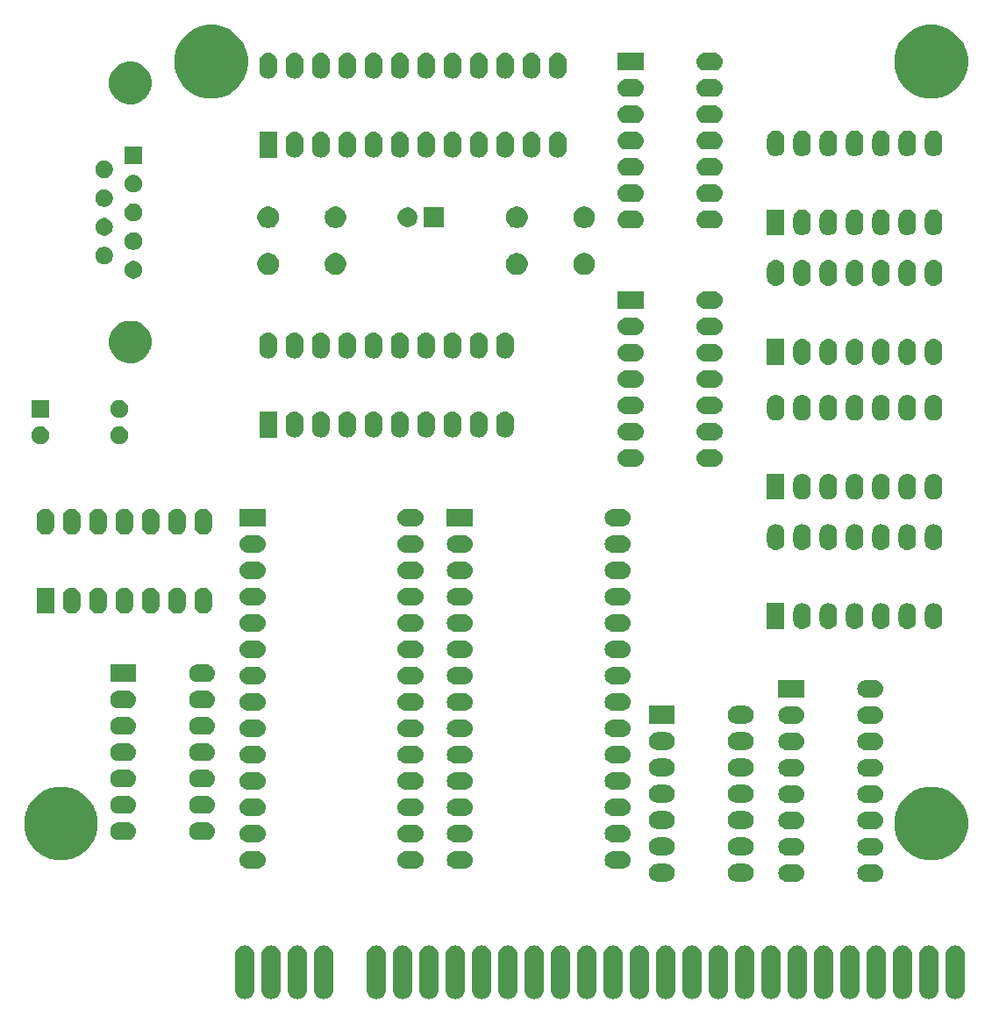
<source format=gts>
G04 #@! TF.GenerationSoftware,KiCad,Pcbnew,(5.1.6)-1*
G04 #@! TF.CreationDate,2020-12-01T23:33:15+02:00*
G04 #@! TF.ProjectId,ZX_Multiface_3_1_4D,5a585f4d-756c-4746-9966-6163655f335f,rev?*
G04 #@! TF.SameCoordinates,Original*
G04 #@! TF.FileFunction,Soldermask,Top*
G04 #@! TF.FilePolarity,Negative*
%FSLAX46Y46*%
G04 Gerber Fmt 4.6, Leading zero omitted, Abs format (unit mm)*
G04 Created by KiCad (PCBNEW (5.1.6)-1) date 2020-12-01 23:33:15*
%MOMM*%
%LPD*%
G01*
G04 APERTURE LIST*
%ADD10C,0.100000*%
G04 APERTURE END LIST*
D10*
G36*
X150734271Y-145272601D02*
G01*
X150911462Y-145326351D01*
X150911465Y-145326352D01*
X151074759Y-145413634D01*
X151217896Y-145531104D01*
X151335366Y-145674241D01*
X151422648Y-145837534D01*
X151422648Y-145837535D01*
X151422649Y-145837537D01*
X151476399Y-146014728D01*
X151490000Y-146152823D01*
X151490000Y-149547177D01*
X151476399Y-149685272D01*
X151422649Y-149862463D01*
X151422648Y-149862466D01*
X151335366Y-150025759D01*
X151217896Y-150168896D01*
X151074759Y-150286366D01*
X150911466Y-150373648D01*
X150911463Y-150373649D01*
X150734272Y-150427399D01*
X150550000Y-150445548D01*
X150365729Y-150427399D01*
X150188538Y-150373649D01*
X150188535Y-150373648D01*
X150025242Y-150286366D01*
X149882105Y-150168896D01*
X149764635Y-150025759D01*
X149677353Y-149862466D01*
X149677352Y-149862463D01*
X149623602Y-149685272D01*
X149610001Y-149547177D01*
X149610000Y-146152824D01*
X149623601Y-146014729D01*
X149677351Y-145837538D01*
X149677352Y-145837535D01*
X149764634Y-145674241D01*
X149882104Y-145531104D01*
X150025241Y-145413634D01*
X150188534Y-145326352D01*
X150188537Y-145326351D01*
X150365728Y-145272601D01*
X150550000Y-145254452D01*
X150734271Y-145272601D01*
G37*
G36*
X130414271Y-145272601D02*
G01*
X130591462Y-145326351D01*
X130591465Y-145326352D01*
X130754759Y-145413634D01*
X130897896Y-145531104D01*
X131015366Y-145674241D01*
X131102648Y-145837534D01*
X131102648Y-145837535D01*
X131102649Y-145837537D01*
X131156399Y-146014728D01*
X131170000Y-146152823D01*
X131170000Y-149547177D01*
X131156399Y-149685272D01*
X131102649Y-149862463D01*
X131102648Y-149862466D01*
X131015366Y-150025759D01*
X130897896Y-150168896D01*
X130754759Y-150286366D01*
X130591466Y-150373648D01*
X130591463Y-150373649D01*
X130414272Y-150427399D01*
X130230000Y-150445548D01*
X130045729Y-150427399D01*
X129868538Y-150373649D01*
X129868535Y-150373648D01*
X129705242Y-150286366D01*
X129562105Y-150168896D01*
X129444635Y-150025759D01*
X129357353Y-149862466D01*
X129357352Y-149862463D01*
X129303602Y-149685272D01*
X129290001Y-149547177D01*
X129290000Y-146152824D01*
X129303601Y-146014729D01*
X129357351Y-145837538D01*
X129357352Y-145837535D01*
X129444634Y-145674241D01*
X129562104Y-145531104D01*
X129705241Y-145413634D01*
X129868534Y-145326352D01*
X129868537Y-145326351D01*
X130045728Y-145272601D01*
X130230000Y-145254452D01*
X130414271Y-145272601D01*
G37*
G36*
X105014271Y-145272601D02*
G01*
X105191462Y-145326351D01*
X105191465Y-145326352D01*
X105354759Y-145413634D01*
X105497896Y-145531104D01*
X105615366Y-145674241D01*
X105702648Y-145837534D01*
X105702648Y-145837535D01*
X105702649Y-145837537D01*
X105756399Y-146014728D01*
X105770000Y-146152823D01*
X105770000Y-149547177D01*
X105756399Y-149685272D01*
X105702649Y-149862463D01*
X105702648Y-149862466D01*
X105615366Y-150025759D01*
X105497896Y-150168896D01*
X105354759Y-150286366D01*
X105191466Y-150373648D01*
X105191463Y-150373649D01*
X105014272Y-150427399D01*
X104830000Y-150445548D01*
X104645729Y-150427399D01*
X104468538Y-150373649D01*
X104468535Y-150373648D01*
X104305242Y-150286366D01*
X104162105Y-150168896D01*
X104044635Y-150025759D01*
X103957353Y-149862466D01*
X103957352Y-149862463D01*
X103903602Y-149685272D01*
X103890001Y-149547177D01*
X103890000Y-146152824D01*
X103903601Y-146014729D01*
X103957351Y-145837538D01*
X103957352Y-145837535D01*
X104044634Y-145674241D01*
X104162104Y-145531104D01*
X104305241Y-145413634D01*
X104468534Y-145326352D01*
X104468537Y-145326351D01*
X104645728Y-145272601D01*
X104830000Y-145254452D01*
X105014271Y-145272601D01*
G37*
G36*
X107554271Y-145272601D02*
G01*
X107731462Y-145326351D01*
X107731465Y-145326352D01*
X107894759Y-145413634D01*
X108037896Y-145531104D01*
X108155366Y-145674241D01*
X108242648Y-145837534D01*
X108242648Y-145837535D01*
X108242649Y-145837537D01*
X108296399Y-146014728D01*
X108310000Y-146152823D01*
X108310000Y-149547177D01*
X108296399Y-149685272D01*
X108242649Y-149862463D01*
X108242648Y-149862466D01*
X108155366Y-150025759D01*
X108037896Y-150168896D01*
X107894759Y-150286366D01*
X107731466Y-150373648D01*
X107731463Y-150373649D01*
X107554272Y-150427399D01*
X107370000Y-150445548D01*
X107185729Y-150427399D01*
X107008538Y-150373649D01*
X107008535Y-150373648D01*
X106845242Y-150286366D01*
X106702105Y-150168896D01*
X106584635Y-150025759D01*
X106497353Y-149862466D01*
X106497352Y-149862463D01*
X106443602Y-149685272D01*
X106430001Y-149547177D01*
X106430000Y-146152824D01*
X106443601Y-146014729D01*
X106497351Y-145837538D01*
X106497352Y-145837535D01*
X106584634Y-145674241D01*
X106702104Y-145531104D01*
X106845241Y-145413634D01*
X107008534Y-145326352D01*
X107008537Y-145326351D01*
X107185728Y-145272601D01*
X107370000Y-145254452D01*
X107554271Y-145272601D01*
G37*
G36*
X115174271Y-145272601D02*
G01*
X115351462Y-145326351D01*
X115351465Y-145326352D01*
X115514759Y-145413634D01*
X115657896Y-145531104D01*
X115775366Y-145674241D01*
X115862648Y-145837534D01*
X115862648Y-145837535D01*
X115862649Y-145837537D01*
X115916399Y-146014728D01*
X115930000Y-146152823D01*
X115930000Y-149547177D01*
X115916399Y-149685272D01*
X115862649Y-149862463D01*
X115862648Y-149862466D01*
X115775366Y-150025759D01*
X115657896Y-150168896D01*
X115514759Y-150286366D01*
X115351466Y-150373648D01*
X115351463Y-150373649D01*
X115174272Y-150427399D01*
X114990000Y-150445548D01*
X114805729Y-150427399D01*
X114628538Y-150373649D01*
X114628535Y-150373648D01*
X114465242Y-150286366D01*
X114322105Y-150168896D01*
X114204635Y-150025759D01*
X114117353Y-149862466D01*
X114117352Y-149862463D01*
X114063602Y-149685272D01*
X114050001Y-149547177D01*
X114050000Y-146152824D01*
X114063601Y-146014729D01*
X114117351Y-145837538D01*
X114117352Y-145837535D01*
X114204634Y-145674241D01*
X114322104Y-145531104D01*
X114465241Y-145413634D01*
X114628534Y-145326352D01*
X114628537Y-145326351D01*
X114805728Y-145272601D01*
X114990000Y-145254452D01*
X115174271Y-145272601D01*
G37*
G36*
X122794271Y-145272601D02*
G01*
X122971462Y-145326351D01*
X122971465Y-145326352D01*
X123134759Y-145413634D01*
X123277896Y-145531104D01*
X123395366Y-145674241D01*
X123482648Y-145837534D01*
X123482648Y-145837535D01*
X123482649Y-145837537D01*
X123536399Y-146014728D01*
X123550000Y-146152823D01*
X123550000Y-149547177D01*
X123536399Y-149685272D01*
X123482649Y-149862463D01*
X123482648Y-149862466D01*
X123395366Y-150025759D01*
X123277896Y-150168896D01*
X123134759Y-150286366D01*
X122971466Y-150373648D01*
X122971463Y-150373649D01*
X122794272Y-150427399D01*
X122610000Y-150445548D01*
X122425729Y-150427399D01*
X122248538Y-150373649D01*
X122248535Y-150373648D01*
X122085242Y-150286366D01*
X121942105Y-150168896D01*
X121824635Y-150025759D01*
X121737353Y-149862466D01*
X121737352Y-149862463D01*
X121683602Y-149685272D01*
X121670001Y-149547177D01*
X121670000Y-146152824D01*
X121683601Y-146014729D01*
X121737351Y-145837538D01*
X121737352Y-145837535D01*
X121824634Y-145674241D01*
X121942104Y-145531104D01*
X122085241Y-145413634D01*
X122248534Y-145326352D01*
X122248537Y-145326351D01*
X122425728Y-145272601D01*
X122610000Y-145254452D01*
X122794271Y-145272601D01*
G37*
G36*
X120254271Y-145272601D02*
G01*
X120431462Y-145326351D01*
X120431465Y-145326352D01*
X120594759Y-145413634D01*
X120737896Y-145531104D01*
X120855366Y-145674241D01*
X120942648Y-145837534D01*
X120942648Y-145837535D01*
X120942649Y-145837537D01*
X120996399Y-146014728D01*
X121010000Y-146152823D01*
X121010000Y-149547177D01*
X120996399Y-149685272D01*
X120942649Y-149862463D01*
X120942648Y-149862466D01*
X120855366Y-150025759D01*
X120737896Y-150168896D01*
X120594759Y-150286366D01*
X120431466Y-150373648D01*
X120431463Y-150373649D01*
X120254272Y-150427399D01*
X120070000Y-150445548D01*
X119885729Y-150427399D01*
X119708538Y-150373649D01*
X119708535Y-150373648D01*
X119545242Y-150286366D01*
X119402105Y-150168896D01*
X119284635Y-150025759D01*
X119197353Y-149862466D01*
X119197352Y-149862463D01*
X119143602Y-149685272D01*
X119130001Y-149547177D01*
X119130000Y-146152824D01*
X119143601Y-146014729D01*
X119197351Y-145837538D01*
X119197352Y-145837535D01*
X119284634Y-145674241D01*
X119402104Y-145531104D01*
X119545241Y-145413634D01*
X119708534Y-145326352D01*
X119708537Y-145326351D01*
X119885728Y-145272601D01*
X120070000Y-145254452D01*
X120254271Y-145272601D01*
G37*
G36*
X117714271Y-145272601D02*
G01*
X117891462Y-145326351D01*
X117891465Y-145326352D01*
X118054759Y-145413634D01*
X118197896Y-145531104D01*
X118315366Y-145674241D01*
X118402648Y-145837534D01*
X118402648Y-145837535D01*
X118402649Y-145837537D01*
X118456399Y-146014728D01*
X118470000Y-146152823D01*
X118470000Y-149547177D01*
X118456399Y-149685272D01*
X118402649Y-149862463D01*
X118402648Y-149862466D01*
X118315366Y-150025759D01*
X118197896Y-150168896D01*
X118054759Y-150286366D01*
X117891466Y-150373648D01*
X117891463Y-150373649D01*
X117714272Y-150427399D01*
X117530000Y-150445548D01*
X117345729Y-150427399D01*
X117168538Y-150373649D01*
X117168535Y-150373648D01*
X117005242Y-150286366D01*
X116862105Y-150168896D01*
X116744635Y-150025759D01*
X116657353Y-149862466D01*
X116657352Y-149862463D01*
X116603602Y-149685272D01*
X116590001Y-149547177D01*
X116590000Y-146152824D01*
X116603601Y-146014729D01*
X116657351Y-145837538D01*
X116657352Y-145837535D01*
X116744634Y-145674241D01*
X116862104Y-145531104D01*
X117005241Y-145413634D01*
X117168534Y-145326352D01*
X117168537Y-145326351D01*
X117345728Y-145272601D01*
X117530000Y-145254452D01*
X117714271Y-145272601D01*
G37*
G36*
X125334271Y-145272601D02*
G01*
X125511462Y-145326351D01*
X125511465Y-145326352D01*
X125674759Y-145413634D01*
X125817896Y-145531104D01*
X125935366Y-145674241D01*
X126022648Y-145837534D01*
X126022648Y-145837535D01*
X126022649Y-145837537D01*
X126076399Y-146014728D01*
X126090000Y-146152823D01*
X126090000Y-149547177D01*
X126076399Y-149685272D01*
X126022649Y-149862463D01*
X126022648Y-149862466D01*
X125935366Y-150025759D01*
X125817896Y-150168896D01*
X125674759Y-150286366D01*
X125511466Y-150373648D01*
X125511463Y-150373649D01*
X125334272Y-150427399D01*
X125150000Y-150445548D01*
X124965729Y-150427399D01*
X124788538Y-150373649D01*
X124788535Y-150373648D01*
X124625242Y-150286366D01*
X124482105Y-150168896D01*
X124364635Y-150025759D01*
X124277353Y-149862466D01*
X124277352Y-149862463D01*
X124223602Y-149685272D01*
X124210001Y-149547177D01*
X124210000Y-146152824D01*
X124223601Y-146014729D01*
X124277351Y-145837538D01*
X124277352Y-145837535D01*
X124364634Y-145674241D01*
X124482104Y-145531104D01*
X124625241Y-145413634D01*
X124788534Y-145326352D01*
X124788537Y-145326351D01*
X124965728Y-145272601D01*
X125150000Y-145254452D01*
X125334271Y-145272601D01*
G37*
G36*
X99934271Y-145272601D02*
G01*
X100111462Y-145326351D01*
X100111465Y-145326352D01*
X100274759Y-145413634D01*
X100417896Y-145531104D01*
X100535366Y-145674241D01*
X100622648Y-145837534D01*
X100622648Y-145837535D01*
X100622649Y-145837537D01*
X100676399Y-146014728D01*
X100690000Y-146152823D01*
X100690000Y-149547177D01*
X100676399Y-149685272D01*
X100622649Y-149862463D01*
X100622648Y-149862466D01*
X100535366Y-150025759D01*
X100417896Y-150168896D01*
X100274759Y-150286366D01*
X100111466Y-150373648D01*
X100111463Y-150373649D01*
X99934272Y-150427399D01*
X99750000Y-150445548D01*
X99565729Y-150427399D01*
X99388538Y-150373649D01*
X99388535Y-150373648D01*
X99225242Y-150286366D01*
X99082105Y-150168896D01*
X98964635Y-150025759D01*
X98877353Y-149862466D01*
X98877352Y-149862463D01*
X98823602Y-149685272D01*
X98810001Y-149547177D01*
X98810000Y-146152824D01*
X98823601Y-146014729D01*
X98877351Y-145837538D01*
X98877352Y-145837535D01*
X98964634Y-145674241D01*
X99082104Y-145531104D01*
X99225241Y-145413634D01*
X99388534Y-145326352D01*
X99388537Y-145326351D01*
X99565728Y-145272601D01*
X99750000Y-145254452D01*
X99934271Y-145272601D01*
G37*
G36*
X102474271Y-145272601D02*
G01*
X102651462Y-145326351D01*
X102651465Y-145326352D01*
X102814759Y-145413634D01*
X102957896Y-145531104D01*
X103075366Y-145674241D01*
X103162648Y-145837534D01*
X103162648Y-145837535D01*
X103162649Y-145837537D01*
X103216399Y-146014728D01*
X103230000Y-146152823D01*
X103230000Y-149547177D01*
X103216399Y-149685272D01*
X103162649Y-149862463D01*
X103162648Y-149862466D01*
X103075366Y-150025759D01*
X102957896Y-150168896D01*
X102814759Y-150286366D01*
X102651466Y-150373648D01*
X102651463Y-150373649D01*
X102474272Y-150427399D01*
X102290000Y-150445548D01*
X102105729Y-150427399D01*
X101928538Y-150373649D01*
X101928535Y-150373648D01*
X101765242Y-150286366D01*
X101622105Y-150168896D01*
X101504635Y-150025759D01*
X101417353Y-149862466D01*
X101417352Y-149862463D01*
X101363602Y-149685272D01*
X101350001Y-149547177D01*
X101350000Y-146152824D01*
X101363601Y-146014729D01*
X101417351Y-145837538D01*
X101417352Y-145837535D01*
X101504634Y-145674241D01*
X101622104Y-145531104D01*
X101765241Y-145413634D01*
X101928534Y-145326352D01*
X101928537Y-145326351D01*
X102105728Y-145272601D01*
X102290000Y-145254452D01*
X102474271Y-145272601D01*
G37*
G36*
X112634271Y-145272601D02*
G01*
X112811462Y-145326351D01*
X112811465Y-145326352D01*
X112974759Y-145413634D01*
X113117896Y-145531104D01*
X113235366Y-145674241D01*
X113322648Y-145837534D01*
X113322648Y-145837535D01*
X113322649Y-145837537D01*
X113376399Y-146014728D01*
X113390000Y-146152823D01*
X113390000Y-149547177D01*
X113376399Y-149685272D01*
X113322649Y-149862463D01*
X113322648Y-149862466D01*
X113235366Y-150025759D01*
X113117896Y-150168896D01*
X112974759Y-150286366D01*
X112811466Y-150373648D01*
X112811463Y-150373649D01*
X112634272Y-150427399D01*
X112450000Y-150445548D01*
X112265729Y-150427399D01*
X112088538Y-150373649D01*
X112088535Y-150373648D01*
X111925242Y-150286366D01*
X111782105Y-150168896D01*
X111664635Y-150025759D01*
X111577353Y-149862466D01*
X111577352Y-149862463D01*
X111523602Y-149685272D01*
X111510001Y-149547177D01*
X111510000Y-146152824D01*
X111523601Y-146014729D01*
X111577351Y-145837538D01*
X111577352Y-145837535D01*
X111664634Y-145674241D01*
X111782104Y-145531104D01*
X111925241Y-145413634D01*
X112088534Y-145326352D01*
X112088537Y-145326351D01*
X112265728Y-145272601D01*
X112450000Y-145254452D01*
X112634271Y-145272601D01*
G37*
G36*
X127874271Y-145272601D02*
G01*
X128051462Y-145326351D01*
X128051465Y-145326352D01*
X128214759Y-145413634D01*
X128357896Y-145531104D01*
X128475366Y-145674241D01*
X128562648Y-145837534D01*
X128562648Y-145837535D01*
X128562649Y-145837537D01*
X128616399Y-146014728D01*
X128630000Y-146152823D01*
X128630000Y-149547177D01*
X128616399Y-149685272D01*
X128562649Y-149862463D01*
X128562648Y-149862466D01*
X128475366Y-150025759D01*
X128357896Y-150168896D01*
X128214759Y-150286366D01*
X128051466Y-150373648D01*
X128051463Y-150373649D01*
X127874272Y-150427399D01*
X127690000Y-150445548D01*
X127505729Y-150427399D01*
X127328538Y-150373649D01*
X127328535Y-150373648D01*
X127165242Y-150286366D01*
X127022105Y-150168896D01*
X126904635Y-150025759D01*
X126817353Y-149862466D01*
X126817352Y-149862463D01*
X126763602Y-149685272D01*
X126750001Y-149547177D01*
X126750000Y-146152824D01*
X126763601Y-146014729D01*
X126817351Y-145837538D01*
X126817352Y-145837535D01*
X126904634Y-145674241D01*
X127022104Y-145531104D01*
X127165241Y-145413634D01*
X127328534Y-145326352D01*
X127328537Y-145326351D01*
X127505728Y-145272601D01*
X127690000Y-145254452D01*
X127874271Y-145272601D01*
G37*
G36*
X132954271Y-145272601D02*
G01*
X133131462Y-145326351D01*
X133131465Y-145326352D01*
X133294759Y-145413634D01*
X133437896Y-145531104D01*
X133555366Y-145674241D01*
X133642648Y-145837534D01*
X133642648Y-145837535D01*
X133642649Y-145837537D01*
X133696399Y-146014728D01*
X133710000Y-146152823D01*
X133710000Y-149547177D01*
X133696399Y-149685272D01*
X133642649Y-149862463D01*
X133642648Y-149862466D01*
X133555366Y-150025759D01*
X133437896Y-150168896D01*
X133294759Y-150286366D01*
X133131466Y-150373648D01*
X133131463Y-150373649D01*
X132954272Y-150427399D01*
X132770000Y-150445548D01*
X132585729Y-150427399D01*
X132408538Y-150373649D01*
X132408535Y-150373648D01*
X132245242Y-150286366D01*
X132102105Y-150168896D01*
X131984635Y-150025759D01*
X131897353Y-149862466D01*
X131897352Y-149862463D01*
X131843602Y-149685272D01*
X131830001Y-149547177D01*
X131830000Y-146152824D01*
X131843601Y-146014729D01*
X131897351Y-145837538D01*
X131897352Y-145837535D01*
X131984634Y-145674241D01*
X132102104Y-145531104D01*
X132245241Y-145413634D01*
X132408534Y-145326352D01*
X132408537Y-145326351D01*
X132585728Y-145272601D01*
X132770000Y-145254452D01*
X132954271Y-145272601D01*
G37*
G36*
X140574271Y-145272601D02*
G01*
X140751462Y-145326351D01*
X140751465Y-145326352D01*
X140914759Y-145413634D01*
X141057896Y-145531104D01*
X141175366Y-145674241D01*
X141262648Y-145837534D01*
X141262648Y-145837535D01*
X141262649Y-145837537D01*
X141316399Y-146014728D01*
X141330000Y-146152823D01*
X141330000Y-149547177D01*
X141316399Y-149685272D01*
X141262649Y-149862463D01*
X141262648Y-149862466D01*
X141175366Y-150025759D01*
X141057896Y-150168896D01*
X140914759Y-150286366D01*
X140751466Y-150373648D01*
X140751463Y-150373649D01*
X140574272Y-150427399D01*
X140390000Y-150445548D01*
X140205729Y-150427399D01*
X140028538Y-150373649D01*
X140028535Y-150373648D01*
X139865242Y-150286366D01*
X139722105Y-150168896D01*
X139604635Y-150025759D01*
X139517353Y-149862466D01*
X139517352Y-149862463D01*
X139463602Y-149685272D01*
X139450001Y-149547177D01*
X139450000Y-146152824D01*
X139463601Y-146014729D01*
X139517351Y-145837538D01*
X139517352Y-145837535D01*
X139604634Y-145674241D01*
X139722104Y-145531104D01*
X139865241Y-145413634D01*
X140028534Y-145326352D01*
X140028537Y-145326351D01*
X140205728Y-145272601D01*
X140390000Y-145254452D01*
X140574271Y-145272601D01*
G37*
G36*
X135494271Y-145272601D02*
G01*
X135671462Y-145326351D01*
X135671465Y-145326352D01*
X135834759Y-145413634D01*
X135977896Y-145531104D01*
X136095366Y-145674241D01*
X136182648Y-145837534D01*
X136182648Y-145837535D01*
X136182649Y-145837537D01*
X136236399Y-146014728D01*
X136250000Y-146152823D01*
X136250000Y-149547177D01*
X136236399Y-149685272D01*
X136182649Y-149862463D01*
X136182648Y-149862466D01*
X136095366Y-150025759D01*
X135977896Y-150168896D01*
X135834759Y-150286366D01*
X135671466Y-150373648D01*
X135671463Y-150373649D01*
X135494272Y-150427399D01*
X135310000Y-150445548D01*
X135125729Y-150427399D01*
X134948538Y-150373649D01*
X134948535Y-150373648D01*
X134785242Y-150286366D01*
X134642105Y-150168896D01*
X134524635Y-150025759D01*
X134437353Y-149862466D01*
X134437352Y-149862463D01*
X134383602Y-149685272D01*
X134370001Y-149547177D01*
X134370000Y-146152824D01*
X134383601Y-146014729D01*
X134437351Y-145837538D01*
X134437352Y-145837535D01*
X134524634Y-145674241D01*
X134642104Y-145531104D01*
X134785241Y-145413634D01*
X134948534Y-145326352D01*
X134948537Y-145326351D01*
X135125728Y-145272601D01*
X135310000Y-145254452D01*
X135494271Y-145272601D01*
G37*
G36*
X163434271Y-145272601D02*
G01*
X163611462Y-145326351D01*
X163611465Y-145326352D01*
X163774759Y-145413634D01*
X163917896Y-145531104D01*
X164035366Y-145674241D01*
X164122648Y-145837534D01*
X164122648Y-145837535D01*
X164122649Y-145837537D01*
X164176399Y-146014728D01*
X164190000Y-146152823D01*
X164190000Y-149547177D01*
X164176399Y-149685272D01*
X164122649Y-149862463D01*
X164122648Y-149862466D01*
X164035366Y-150025759D01*
X163917896Y-150168896D01*
X163774759Y-150286366D01*
X163611466Y-150373648D01*
X163611463Y-150373649D01*
X163434272Y-150427399D01*
X163250000Y-150445548D01*
X163065729Y-150427399D01*
X162888538Y-150373649D01*
X162888535Y-150373648D01*
X162725242Y-150286366D01*
X162582105Y-150168896D01*
X162464635Y-150025759D01*
X162377353Y-149862466D01*
X162377352Y-149862463D01*
X162323602Y-149685272D01*
X162310001Y-149547177D01*
X162310000Y-146152824D01*
X162323601Y-146014729D01*
X162377351Y-145837538D01*
X162377352Y-145837535D01*
X162464634Y-145674241D01*
X162582104Y-145531104D01*
X162725241Y-145413634D01*
X162888534Y-145326352D01*
X162888537Y-145326351D01*
X163065728Y-145272601D01*
X163250000Y-145254452D01*
X163434271Y-145272601D01*
G37*
G36*
X158354271Y-145272601D02*
G01*
X158531462Y-145326351D01*
X158531465Y-145326352D01*
X158694759Y-145413634D01*
X158837896Y-145531104D01*
X158955366Y-145674241D01*
X159042648Y-145837534D01*
X159042648Y-145837535D01*
X159042649Y-145837537D01*
X159096399Y-146014728D01*
X159110000Y-146152823D01*
X159110000Y-149547177D01*
X159096399Y-149685272D01*
X159042649Y-149862463D01*
X159042648Y-149862466D01*
X158955366Y-150025759D01*
X158837896Y-150168896D01*
X158694759Y-150286366D01*
X158531466Y-150373648D01*
X158531463Y-150373649D01*
X158354272Y-150427399D01*
X158170000Y-150445548D01*
X157985729Y-150427399D01*
X157808538Y-150373649D01*
X157808535Y-150373648D01*
X157645242Y-150286366D01*
X157502105Y-150168896D01*
X157384635Y-150025759D01*
X157297353Y-149862466D01*
X157297352Y-149862463D01*
X157243602Y-149685272D01*
X157230001Y-149547177D01*
X157230000Y-146152824D01*
X157243601Y-146014729D01*
X157297351Y-145837538D01*
X157297352Y-145837535D01*
X157384634Y-145674241D01*
X157502104Y-145531104D01*
X157645241Y-145413634D01*
X157808534Y-145326352D01*
X157808537Y-145326351D01*
X157985728Y-145272601D01*
X158170000Y-145254452D01*
X158354271Y-145272601D01*
G37*
G36*
X155814271Y-145272601D02*
G01*
X155991462Y-145326351D01*
X155991465Y-145326352D01*
X156154759Y-145413634D01*
X156297896Y-145531104D01*
X156415366Y-145674241D01*
X156502648Y-145837534D01*
X156502648Y-145837535D01*
X156502649Y-145837537D01*
X156556399Y-146014728D01*
X156570000Y-146152823D01*
X156570000Y-149547177D01*
X156556399Y-149685272D01*
X156502649Y-149862463D01*
X156502648Y-149862466D01*
X156415366Y-150025759D01*
X156297896Y-150168896D01*
X156154759Y-150286366D01*
X155991466Y-150373648D01*
X155991463Y-150373649D01*
X155814272Y-150427399D01*
X155630000Y-150445548D01*
X155445729Y-150427399D01*
X155268538Y-150373649D01*
X155268535Y-150373648D01*
X155105242Y-150286366D01*
X154962105Y-150168896D01*
X154844635Y-150025759D01*
X154757353Y-149862466D01*
X154757352Y-149862463D01*
X154703602Y-149685272D01*
X154690001Y-149547177D01*
X154690000Y-146152824D01*
X154703601Y-146014729D01*
X154757351Y-145837538D01*
X154757352Y-145837535D01*
X154844634Y-145674241D01*
X154962104Y-145531104D01*
X155105241Y-145413634D01*
X155268534Y-145326352D01*
X155268537Y-145326351D01*
X155445728Y-145272601D01*
X155630000Y-145254452D01*
X155814271Y-145272601D01*
G37*
G36*
X145654271Y-145272601D02*
G01*
X145831462Y-145326351D01*
X145831465Y-145326352D01*
X145994759Y-145413634D01*
X146137896Y-145531104D01*
X146255366Y-145674241D01*
X146342648Y-145837534D01*
X146342648Y-145837535D01*
X146342649Y-145837537D01*
X146396399Y-146014728D01*
X146410000Y-146152823D01*
X146410000Y-149547177D01*
X146396399Y-149685272D01*
X146342649Y-149862463D01*
X146342648Y-149862466D01*
X146255366Y-150025759D01*
X146137896Y-150168896D01*
X145994759Y-150286366D01*
X145831466Y-150373648D01*
X145831463Y-150373649D01*
X145654272Y-150427399D01*
X145470000Y-150445548D01*
X145285729Y-150427399D01*
X145108538Y-150373649D01*
X145108535Y-150373648D01*
X144945242Y-150286366D01*
X144802105Y-150168896D01*
X144684635Y-150025759D01*
X144597353Y-149862466D01*
X144597352Y-149862463D01*
X144543602Y-149685272D01*
X144530001Y-149547177D01*
X144530000Y-146152824D01*
X144543601Y-146014729D01*
X144597351Y-145837538D01*
X144597352Y-145837535D01*
X144684634Y-145674241D01*
X144802104Y-145531104D01*
X144945241Y-145413634D01*
X145108534Y-145326352D01*
X145108537Y-145326351D01*
X145285728Y-145272601D01*
X145470000Y-145254452D01*
X145654271Y-145272601D01*
G37*
G36*
X168514271Y-145272601D02*
G01*
X168691462Y-145326351D01*
X168691465Y-145326352D01*
X168854759Y-145413634D01*
X168997896Y-145531104D01*
X169115366Y-145674241D01*
X169202648Y-145837534D01*
X169202648Y-145837535D01*
X169202649Y-145837537D01*
X169256399Y-146014728D01*
X169270000Y-146152823D01*
X169270000Y-149547177D01*
X169256399Y-149685272D01*
X169202649Y-149862463D01*
X169202648Y-149862466D01*
X169115366Y-150025759D01*
X168997896Y-150168896D01*
X168854759Y-150286366D01*
X168691466Y-150373648D01*
X168691463Y-150373649D01*
X168514272Y-150427399D01*
X168330000Y-150445548D01*
X168145729Y-150427399D01*
X167968538Y-150373649D01*
X167968535Y-150373648D01*
X167805242Y-150286366D01*
X167662105Y-150168896D01*
X167544635Y-150025759D01*
X167457353Y-149862466D01*
X167457352Y-149862463D01*
X167403602Y-149685272D01*
X167390001Y-149547177D01*
X167390000Y-146152824D01*
X167403601Y-146014729D01*
X167457351Y-145837538D01*
X167457352Y-145837535D01*
X167544634Y-145674241D01*
X167662104Y-145531104D01*
X167805241Y-145413634D01*
X167968534Y-145326352D01*
X167968537Y-145326351D01*
X168145728Y-145272601D01*
X168330000Y-145254452D01*
X168514271Y-145272601D01*
G37*
G36*
X160894271Y-145272601D02*
G01*
X161071462Y-145326351D01*
X161071465Y-145326352D01*
X161234759Y-145413634D01*
X161377896Y-145531104D01*
X161495366Y-145674241D01*
X161582648Y-145837534D01*
X161582648Y-145837535D01*
X161582649Y-145837537D01*
X161636399Y-146014728D01*
X161650000Y-146152823D01*
X161650000Y-149547177D01*
X161636399Y-149685272D01*
X161582649Y-149862463D01*
X161582648Y-149862466D01*
X161495366Y-150025759D01*
X161377896Y-150168896D01*
X161234759Y-150286366D01*
X161071466Y-150373648D01*
X161071463Y-150373649D01*
X160894272Y-150427399D01*
X160710000Y-150445548D01*
X160525729Y-150427399D01*
X160348538Y-150373649D01*
X160348535Y-150373648D01*
X160185242Y-150286366D01*
X160042105Y-150168896D01*
X159924635Y-150025759D01*
X159837353Y-149862466D01*
X159837352Y-149862463D01*
X159783602Y-149685272D01*
X159770001Y-149547177D01*
X159770000Y-146152824D01*
X159783601Y-146014729D01*
X159837351Y-145837538D01*
X159837352Y-145837535D01*
X159924634Y-145674241D01*
X160042104Y-145531104D01*
X160185241Y-145413634D01*
X160348534Y-145326352D01*
X160348537Y-145326351D01*
X160525728Y-145272601D01*
X160710000Y-145254452D01*
X160894271Y-145272601D01*
G37*
G36*
X165974271Y-145272601D02*
G01*
X166151462Y-145326351D01*
X166151465Y-145326352D01*
X166314759Y-145413634D01*
X166457896Y-145531104D01*
X166575366Y-145674241D01*
X166662648Y-145837534D01*
X166662648Y-145837535D01*
X166662649Y-145837537D01*
X166716399Y-146014728D01*
X166730000Y-146152823D01*
X166730000Y-149547177D01*
X166716399Y-149685272D01*
X166662649Y-149862463D01*
X166662648Y-149862466D01*
X166575366Y-150025759D01*
X166457896Y-150168896D01*
X166314759Y-150286366D01*
X166151466Y-150373648D01*
X166151463Y-150373649D01*
X165974272Y-150427399D01*
X165790000Y-150445548D01*
X165605729Y-150427399D01*
X165428538Y-150373649D01*
X165428535Y-150373648D01*
X165265242Y-150286366D01*
X165122105Y-150168896D01*
X165004635Y-150025759D01*
X164917353Y-149862466D01*
X164917352Y-149862463D01*
X164863602Y-149685272D01*
X164850001Y-149547177D01*
X164850000Y-146152824D01*
X164863601Y-146014729D01*
X164917351Y-145837538D01*
X164917352Y-145837535D01*
X165004634Y-145674241D01*
X165122104Y-145531104D01*
X165265241Y-145413634D01*
X165428534Y-145326352D01*
X165428537Y-145326351D01*
X165605728Y-145272601D01*
X165790000Y-145254452D01*
X165974271Y-145272601D01*
G37*
G36*
X138034271Y-145272601D02*
G01*
X138211462Y-145326351D01*
X138211465Y-145326352D01*
X138374759Y-145413634D01*
X138517896Y-145531104D01*
X138635366Y-145674241D01*
X138722648Y-145837534D01*
X138722648Y-145837535D01*
X138722649Y-145837537D01*
X138776399Y-146014728D01*
X138790000Y-146152823D01*
X138790000Y-149547177D01*
X138776399Y-149685272D01*
X138722649Y-149862463D01*
X138722648Y-149862466D01*
X138635366Y-150025759D01*
X138517896Y-150168896D01*
X138374759Y-150286366D01*
X138211466Y-150373648D01*
X138211463Y-150373649D01*
X138034272Y-150427399D01*
X137850000Y-150445548D01*
X137665729Y-150427399D01*
X137488538Y-150373649D01*
X137488535Y-150373648D01*
X137325242Y-150286366D01*
X137182105Y-150168896D01*
X137064635Y-150025759D01*
X136977353Y-149862466D01*
X136977352Y-149862463D01*
X136923602Y-149685272D01*
X136910001Y-149547177D01*
X136910000Y-146152824D01*
X136923601Y-146014729D01*
X136977351Y-145837538D01*
X136977352Y-145837535D01*
X137064634Y-145674241D01*
X137182104Y-145531104D01*
X137325241Y-145413634D01*
X137488534Y-145326352D01*
X137488537Y-145326351D01*
X137665728Y-145272601D01*
X137850000Y-145254452D01*
X138034271Y-145272601D01*
G37*
G36*
X143114271Y-145272601D02*
G01*
X143291462Y-145326351D01*
X143291465Y-145326352D01*
X143454759Y-145413634D01*
X143597896Y-145531104D01*
X143715366Y-145674241D01*
X143802648Y-145837534D01*
X143802648Y-145837535D01*
X143802649Y-145837537D01*
X143856399Y-146014728D01*
X143870000Y-146152823D01*
X143870000Y-149547177D01*
X143856399Y-149685272D01*
X143802649Y-149862463D01*
X143802648Y-149862466D01*
X143715366Y-150025759D01*
X143597896Y-150168896D01*
X143454759Y-150286366D01*
X143291466Y-150373648D01*
X143291463Y-150373649D01*
X143114272Y-150427399D01*
X142930000Y-150445548D01*
X142745729Y-150427399D01*
X142568538Y-150373649D01*
X142568535Y-150373648D01*
X142405242Y-150286366D01*
X142262105Y-150168896D01*
X142144635Y-150025759D01*
X142057353Y-149862466D01*
X142057352Y-149862463D01*
X142003602Y-149685272D01*
X141990001Y-149547177D01*
X141990000Y-146152824D01*
X142003601Y-146014729D01*
X142057351Y-145837538D01*
X142057352Y-145837535D01*
X142144634Y-145674241D01*
X142262104Y-145531104D01*
X142405241Y-145413634D01*
X142568534Y-145326352D01*
X142568537Y-145326351D01*
X142745728Y-145272601D01*
X142930000Y-145254452D01*
X143114271Y-145272601D01*
G37*
G36*
X148194271Y-145272601D02*
G01*
X148371462Y-145326351D01*
X148371465Y-145326352D01*
X148534759Y-145413634D01*
X148677896Y-145531104D01*
X148795366Y-145674241D01*
X148882648Y-145837534D01*
X148882648Y-145837535D01*
X148882649Y-145837537D01*
X148936399Y-146014728D01*
X148950000Y-146152823D01*
X148950000Y-149547177D01*
X148936399Y-149685272D01*
X148882649Y-149862463D01*
X148882648Y-149862466D01*
X148795366Y-150025759D01*
X148677896Y-150168896D01*
X148534759Y-150286366D01*
X148371466Y-150373648D01*
X148371463Y-150373649D01*
X148194272Y-150427399D01*
X148010000Y-150445548D01*
X147825729Y-150427399D01*
X147648538Y-150373649D01*
X147648535Y-150373648D01*
X147485242Y-150286366D01*
X147342105Y-150168896D01*
X147224635Y-150025759D01*
X147137353Y-149862466D01*
X147137352Y-149862463D01*
X147083602Y-149685272D01*
X147070001Y-149547177D01*
X147070000Y-146152824D01*
X147083601Y-146014729D01*
X147137351Y-145837538D01*
X147137352Y-145837535D01*
X147224634Y-145674241D01*
X147342104Y-145531104D01*
X147485241Y-145413634D01*
X147648534Y-145326352D01*
X147648537Y-145326351D01*
X147825728Y-145272601D01*
X148010000Y-145254452D01*
X148194271Y-145272601D01*
G37*
G36*
X153274271Y-145272601D02*
G01*
X153451462Y-145326351D01*
X153451465Y-145326352D01*
X153614759Y-145413634D01*
X153757896Y-145531104D01*
X153875366Y-145674241D01*
X153962648Y-145837534D01*
X153962648Y-145837535D01*
X153962649Y-145837537D01*
X154016399Y-146014728D01*
X154030000Y-146152823D01*
X154030000Y-149547177D01*
X154016399Y-149685272D01*
X153962649Y-149862463D01*
X153962648Y-149862466D01*
X153875366Y-150025759D01*
X153757896Y-150168896D01*
X153614759Y-150286366D01*
X153451466Y-150373648D01*
X153451463Y-150373649D01*
X153274272Y-150427399D01*
X153090000Y-150445548D01*
X152905729Y-150427399D01*
X152728538Y-150373649D01*
X152728535Y-150373648D01*
X152565242Y-150286366D01*
X152422105Y-150168896D01*
X152304635Y-150025759D01*
X152217353Y-149862466D01*
X152217352Y-149862463D01*
X152163602Y-149685272D01*
X152150001Y-149547177D01*
X152150000Y-146152824D01*
X152163601Y-146014729D01*
X152217351Y-145837538D01*
X152217352Y-145837535D01*
X152304634Y-145674241D01*
X152422104Y-145531104D01*
X152565241Y-145413634D01*
X152728534Y-145326352D01*
X152728537Y-145326351D01*
X152905728Y-145272601D01*
X153090000Y-145254452D01*
X153274271Y-145272601D01*
G37*
G36*
X160686823Y-137441313D02*
G01*
X160847242Y-137489976D01*
X160920241Y-137528995D01*
X160995078Y-137568996D01*
X161124659Y-137675341D01*
X161231004Y-137804922D01*
X161231005Y-137804924D01*
X161310024Y-137952758D01*
X161358687Y-138113177D01*
X161375117Y-138280000D01*
X161358687Y-138446823D01*
X161310024Y-138607242D01*
X161252385Y-138715076D01*
X161231004Y-138755078D01*
X161124659Y-138884659D01*
X160995078Y-138991004D01*
X160995076Y-138991005D01*
X160847242Y-139070024D01*
X160686823Y-139118687D01*
X160561804Y-139131000D01*
X159678196Y-139131000D01*
X159553177Y-139118687D01*
X159392758Y-139070024D01*
X159244924Y-138991005D01*
X159244922Y-138991004D01*
X159115341Y-138884659D01*
X159008996Y-138755078D01*
X158987615Y-138715076D01*
X158929976Y-138607242D01*
X158881313Y-138446823D01*
X158864883Y-138280000D01*
X158881313Y-138113177D01*
X158929976Y-137952758D01*
X159008995Y-137804924D01*
X159008996Y-137804922D01*
X159115341Y-137675341D01*
X159244922Y-137568996D01*
X159319759Y-137528995D01*
X159392758Y-137489976D01*
X159553177Y-137441313D01*
X159678196Y-137429000D01*
X160561804Y-137429000D01*
X160686823Y-137441313D01*
G37*
G36*
X153066823Y-137441313D02*
G01*
X153227242Y-137489976D01*
X153300241Y-137528995D01*
X153375078Y-137568996D01*
X153504659Y-137675341D01*
X153611004Y-137804922D01*
X153611005Y-137804924D01*
X153690024Y-137952758D01*
X153738687Y-138113177D01*
X153755117Y-138280000D01*
X153738687Y-138446823D01*
X153690024Y-138607242D01*
X153632385Y-138715076D01*
X153611004Y-138755078D01*
X153504659Y-138884659D01*
X153375078Y-138991004D01*
X153375076Y-138991005D01*
X153227242Y-139070024D01*
X153066823Y-139118687D01*
X152941804Y-139131000D01*
X152058196Y-139131000D01*
X151933177Y-139118687D01*
X151772758Y-139070024D01*
X151624924Y-138991005D01*
X151624922Y-138991004D01*
X151495341Y-138884659D01*
X151388996Y-138755078D01*
X151367615Y-138715076D01*
X151309976Y-138607242D01*
X151261313Y-138446823D01*
X151244883Y-138280000D01*
X151261313Y-138113177D01*
X151309976Y-137952758D01*
X151388995Y-137804924D01*
X151388996Y-137804922D01*
X151495341Y-137675341D01*
X151624922Y-137568996D01*
X151699759Y-137528995D01*
X151772758Y-137489976D01*
X151933177Y-137441313D01*
X152058196Y-137429000D01*
X152941804Y-137429000D01*
X153066823Y-137441313D01*
G37*
G36*
X140566823Y-137401313D02*
G01*
X140727242Y-137449976D01*
X140859906Y-137520886D01*
X140875078Y-137528996D01*
X141004659Y-137635341D01*
X141111004Y-137764922D01*
X141111005Y-137764924D01*
X141190024Y-137912758D01*
X141238687Y-138073177D01*
X141255117Y-138240000D01*
X141238687Y-138406823D01*
X141190024Y-138567242D01*
X141119114Y-138699906D01*
X141111004Y-138715078D01*
X141004659Y-138844659D01*
X140875078Y-138951004D01*
X140875076Y-138951005D01*
X140727242Y-139030024D01*
X140566823Y-139078687D01*
X140441804Y-139091000D01*
X139558196Y-139091000D01*
X139433177Y-139078687D01*
X139272758Y-139030024D01*
X139124924Y-138951005D01*
X139124922Y-138951004D01*
X138995341Y-138844659D01*
X138888996Y-138715078D01*
X138880886Y-138699906D01*
X138809976Y-138567242D01*
X138761313Y-138406823D01*
X138744883Y-138240000D01*
X138761313Y-138073177D01*
X138809976Y-137912758D01*
X138888995Y-137764924D01*
X138888996Y-137764922D01*
X138995341Y-137635341D01*
X139124922Y-137528996D01*
X139140094Y-137520886D01*
X139272758Y-137449976D01*
X139433177Y-137401313D01*
X139558196Y-137389000D01*
X140441804Y-137389000D01*
X140566823Y-137401313D01*
G37*
G36*
X148186823Y-137401313D02*
G01*
X148347242Y-137449976D01*
X148479906Y-137520886D01*
X148495078Y-137528996D01*
X148624659Y-137635341D01*
X148731004Y-137764922D01*
X148731005Y-137764924D01*
X148810024Y-137912758D01*
X148858687Y-138073177D01*
X148875117Y-138240000D01*
X148858687Y-138406823D01*
X148810024Y-138567242D01*
X148739114Y-138699906D01*
X148731004Y-138715078D01*
X148624659Y-138844659D01*
X148495078Y-138951004D01*
X148495076Y-138951005D01*
X148347242Y-139030024D01*
X148186823Y-139078687D01*
X148061804Y-139091000D01*
X147178196Y-139091000D01*
X147053177Y-139078687D01*
X146892758Y-139030024D01*
X146744924Y-138951005D01*
X146744922Y-138951004D01*
X146615341Y-138844659D01*
X146508996Y-138715078D01*
X146500886Y-138699906D01*
X146429976Y-138567242D01*
X146381313Y-138406823D01*
X146364883Y-138240000D01*
X146381313Y-138073177D01*
X146429976Y-137912758D01*
X146508995Y-137764924D01*
X146508996Y-137764922D01*
X146615341Y-137635341D01*
X146744922Y-137528996D01*
X146760094Y-137520886D01*
X146892758Y-137449976D01*
X147053177Y-137401313D01*
X147178196Y-137389000D01*
X148061804Y-137389000D01*
X148186823Y-137401313D01*
G37*
G36*
X136306823Y-136181313D02*
G01*
X136467242Y-136229976D01*
X136599906Y-136300886D01*
X136615078Y-136308996D01*
X136744659Y-136415341D01*
X136851004Y-136544922D01*
X136851005Y-136544924D01*
X136930024Y-136692758D01*
X136978687Y-136853177D01*
X136995117Y-137020000D01*
X136978687Y-137186823D01*
X136930024Y-137347242D01*
X136901122Y-137401313D01*
X136851004Y-137495078D01*
X136744659Y-137624659D01*
X136615078Y-137731004D01*
X136615076Y-137731005D01*
X136467242Y-137810024D01*
X136306823Y-137858687D01*
X136181804Y-137871000D01*
X135298196Y-137871000D01*
X135173177Y-137858687D01*
X135012758Y-137810024D01*
X134864924Y-137731005D01*
X134864922Y-137731004D01*
X134735341Y-137624659D01*
X134628996Y-137495078D01*
X134578878Y-137401313D01*
X134549976Y-137347242D01*
X134501313Y-137186823D01*
X134484883Y-137020000D01*
X134501313Y-136853177D01*
X134549976Y-136692758D01*
X134628995Y-136544924D01*
X134628996Y-136544922D01*
X134735341Y-136415341D01*
X134864922Y-136308996D01*
X134880094Y-136300886D01*
X135012758Y-136229976D01*
X135173177Y-136181313D01*
X135298196Y-136169000D01*
X136181804Y-136169000D01*
X136306823Y-136181313D01*
G37*
G36*
X121066823Y-136181313D02*
G01*
X121227242Y-136229976D01*
X121359906Y-136300886D01*
X121375078Y-136308996D01*
X121504659Y-136415341D01*
X121611004Y-136544922D01*
X121611005Y-136544924D01*
X121690024Y-136692758D01*
X121738687Y-136853177D01*
X121755117Y-137020000D01*
X121738687Y-137186823D01*
X121690024Y-137347242D01*
X121661122Y-137401313D01*
X121611004Y-137495078D01*
X121504659Y-137624659D01*
X121375078Y-137731004D01*
X121375076Y-137731005D01*
X121227242Y-137810024D01*
X121066823Y-137858687D01*
X120941804Y-137871000D01*
X120058196Y-137871000D01*
X119933177Y-137858687D01*
X119772758Y-137810024D01*
X119624924Y-137731005D01*
X119624922Y-137731004D01*
X119495341Y-137624659D01*
X119388996Y-137495078D01*
X119338878Y-137401313D01*
X119309976Y-137347242D01*
X119261313Y-137186823D01*
X119244883Y-137020000D01*
X119261313Y-136853177D01*
X119309976Y-136692758D01*
X119388995Y-136544924D01*
X119388996Y-136544922D01*
X119495341Y-136415341D01*
X119624922Y-136308996D01*
X119640094Y-136300886D01*
X119772758Y-136229976D01*
X119933177Y-136181313D01*
X120058196Y-136169000D01*
X120941804Y-136169000D01*
X121066823Y-136181313D01*
G37*
G36*
X116306823Y-136181313D02*
G01*
X116467242Y-136229976D01*
X116599906Y-136300886D01*
X116615078Y-136308996D01*
X116744659Y-136415341D01*
X116851004Y-136544922D01*
X116851005Y-136544924D01*
X116930024Y-136692758D01*
X116978687Y-136853177D01*
X116995117Y-137020000D01*
X116978687Y-137186823D01*
X116930024Y-137347242D01*
X116901122Y-137401313D01*
X116851004Y-137495078D01*
X116744659Y-137624659D01*
X116615078Y-137731004D01*
X116615076Y-137731005D01*
X116467242Y-137810024D01*
X116306823Y-137858687D01*
X116181804Y-137871000D01*
X115298196Y-137871000D01*
X115173177Y-137858687D01*
X115012758Y-137810024D01*
X114864924Y-137731005D01*
X114864922Y-137731004D01*
X114735341Y-137624659D01*
X114628996Y-137495078D01*
X114578878Y-137401313D01*
X114549976Y-137347242D01*
X114501313Y-137186823D01*
X114484883Y-137020000D01*
X114501313Y-136853177D01*
X114549976Y-136692758D01*
X114628995Y-136544924D01*
X114628996Y-136544922D01*
X114735341Y-136415341D01*
X114864922Y-136308996D01*
X114880094Y-136300886D01*
X115012758Y-136229976D01*
X115173177Y-136181313D01*
X115298196Y-136169000D01*
X116181804Y-136169000D01*
X116306823Y-136181313D01*
G37*
G36*
X101066823Y-136181313D02*
G01*
X101227242Y-136229976D01*
X101359906Y-136300886D01*
X101375078Y-136308996D01*
X101504659Y-136415341D01*
X101611004Y-136544922D01*
X101611005Y-136544924D01*
X101690024Y-136692758D01*
X101738687Y-136853177D01*
X101755117Y-137020000D01*
X101738687Y-137186823D01*
X101690024Y-137347242D01*
X101661122Y-137401313D01*
X101611004Y-137495078D01*
X101504659Y-137624659D01*
X101375078Y-137731004D01*
X101375076Y-137731005D01*
X101227242Y-137810024D01*
X101066823Y-137858687D01*
X100941804Y-137871000D01*
X100058196Y-137871000D01*
X99933177Y-137858687D01*
X99772758Y-137810024D01*
X99624924Y-137731005D01*
X99624922Y-137731004D01*
X99495341Y-137624659D01*
X99388996Y-137495078D01*
X99338878Y-137401313D01*
X99309976Y-137347242D01*
X99261313Y-137186823D01*
X99244883Y-137020000D01*
X99261313Y-136853177D01*
X99309976Y-136692758D01*
X99388995Y-136544924D01*
X99388996Y-136544922D01*
X99495341Y-136415341D01*
X99624922Y-136308996D01*
X99640094Y-136300886D01*
X99772758Y-136229976D01*
X99933177Y-136181313D01*
X100058196Y-136169000D01*
X100941804Y-136169000D01*
X101066823Y-136181313D01*
G37*
G36*
X167035787Y-130085462D02*
G01*
X167035790Y-130085463D01*
X167035789Y-130085463D01*
X167682029Y-130353144D01*
X168263631Y-130741758D01*
X168758242Y-131236369D01*
X169146856Y-131817971D01*
X169294774Y-132175078D01*
X169414538Y-132464213D01*
X169551000Y-133150256D01*
X169551000Y-133849744D01*
X169414538Y-134535787D01*
X169340274Y-134715076D01*
X169146856Y-135182029D01*
X168758242Y-135763631D01*
X168263631Y-136258242D01*
X167682029Y-136646856D01*
X167571204Y-136692761D01*
X167035787Y-136914538D01*
X166349744Y-137051000D01*
X165650256Y-137051000D01*
X164964213Y-136914538D01*
X164428796Y-136692761D01*
X164317971Y-136646856D01*
X163736369Y-136258242D01*
X163241758Y-135763631D01*
X162853144Y-135182029D01*
X162659726Y-134715076D01*
X162585462Y-134535787D01*
X162449000Y-133849744D01*
X162449000Y-133150256D01*
X162585462Y-132464213D01*
X162705226Y-132175078D01*
X162853144Y-131817971D01*
X163241758Y-131236369D01*
X163736369Y-130741758D01*
X164317971Y-130353144D01*
X164964211Y-130085463D01*
X164964210Y-130085463D01*
X164964213Y-130085462D01*
X165650256Y-129949000D01*
X166349744Y-129949000D01*
X167035787Y-130085462D01*
G37*
G36*
X83035787Y-130085462D02*
G01*
X83035790Y-130085463D01*
X83035789Y-130085463D01*
X83682029Y-130353144D01*
X84263631Y-130741758D01*
X84758242Y-131236369D01*
X85146856Y-131817971D01*
X85294774Y-132175078D01*
X85414538Y-132464213D01*
X85551000Y-133150256D01*
X85551000Y-133849744D01*
X85414538Y-134535787D01*
X85340274Y-134715076D01*
X85146856Y-135182029D01*
X84758242Y-135763631D01*
X84263631Y-136258242D01*
X83682029Y-136646856D01*
X83571204Y-136692761D01*
X83035787Y-136914538D01*
X82349744Y-137051000D01*
X81650256Y-137051000D01*
X80964213Y-136914538D01*
X80428796Y-136692761D01*
X80317971Y-136646856D01*
X79736369Y-136258242D01*
X79241758Y-135763631D01*
X78853144Y-135182029D01*
X78659726Y-134715076D01*
X78585462Y-134535787D01*
X78449000Y-133849744D01*
X78449000Y-133150256D01*
X78585462Y-132464213D01*
X78705226Y-132175078D01*
X78853144Y-131817971D01*
X79241758Y-131236369D01*
X79736369Y-130741758D01*
X80317971Y-130353144D01*
X80964211Y-130085463D01*
X80964210Y-130085463D01*
X80964213Y-130085462D01*
X81650256Y-129949000D01*
X82349744Y-129949000D01*
X83035787Y-130085462D01*
G37*
G36*
X160686823Y-134901313D02*
G01*
X160847242Y-134949976D01*
X160920241Y-134988995D01*
X160995078Y-135028996D01*
X161124659Y-135135341D01*
X161231004Y-135264922D01*
X161231005Y-135264924D01*
X161310024Y-135412758D01*
X161358687Y-135573177D01*
X161375117Y-135740000D01*
X161358687Y-135906823D01*
X161310024Y-136067242D01*
X161255633Y-136169000D01*
X161231004Y-136215078D01*
X161124659Y-136344659D01*
X160995078Y-136451004D01*
X160995076Y-136451005D01*
X160847242Y-136530024D01*
X160686823Y-136578687D01*
X160561804Y-136591000D01*
X159678196Y-136591000D01*
X159553177Y-136578687D01*
X159392758Y-136530024D01*
X159244924Y-136451005D01*
X159244922Y-136451004D01*
X159115341Y-136344659D01*
X159008996Y-136215078D01*
X158984367Y-136169000D01*
X158929976Y-136067242D01*
X158881313Y-135906823D01*
X158864883Y-135740000D01*
X158881313Y-135573177D01*
X158929976Y-135412758D01*
X159008995Y-135264924D01*
X159008996Y-135264922D01*
X159115341Y-135135341D01*
X159244922Y-135028996D01*
X159319759Y-134988995D01*
X159392758Y-134949976D01*
X159553177Y-134901313D01*
X159678196Y-134889000D01*
X160561804Y-134889000D01*
X160686823Y-134901313D01*
G37*
G36*
X153066823Y-134901313D02*
G01*
X153227242Y-134949976D01*
X153300241Y-134988995D01*
X153375078Y-135028996D01*
X153504659Y-135135341D01*
X153611004Y-135264922D01*
X153611005Y-135264924D01*
X153690024Y-135412758D01*
X153738687Y-135573177D01*
X153755117Y-135740000D01*
X153738687Y-135906823D01*
X153690024Y-136067242D01*
X153635633Y-136169000D01*
X153611004Y-136215078D01*
X153504659Y-136344659D01*
X153375078Y-136451004D01*
X153375076Y-136451005D01*
X153227242Y-136530024D01*
X153066823Y-136578687D01*
X152941804Y-136591000D01*
X152058196Y-136591000D01*
X151933177Y-136578687D01*
X151772758Y-136530024D01*
X151624924Y-136451005D01*
X151624922Y-136451004D01*
X151495341Y-136344659D01*
X151388996Y-136215078D01*
X151364367Y-136169000D01*
X151309976Y-136067242D01*
X151261313Y-135906823D01*
X151244883Y-135740000D01*
X151261313Y-135573177D01*
X151309976Y-135412758D01*
X151388995Y-135264924D01*
X151388996Y-135264922D01*
X151495341Y-135135341D01*
X151624922Y-135028996D01*
X151699759Y-134988995D01*
X151772758Y-134949976D01*
X151933177Y-134901313D01*
X152058196Y-134889000D01*
X152941804Y-134889000D01*
X153066823Y-134901313D01*
G37*
G36*
X148186823Y-134861313D02*
G01*
X148278094Y-134889000D01*
X148331350Y-134905155D01*
X148347242Y-134909976D01*
X148434252Y-134956484D01*
X148495078Y-134988996D01*
X148624659Y-135095341D01*
X148731004Y-135224922D01*
X148731005Y-135224924D01*
X148810024Y-135372758D01*
X148858687Y-135533177D01*
X148875117Y-135700000D01*
X148858687Y-135866823D01*
X148810024Y-136027242D01*
X148781514Y-136080580D01*
X148731004Y-136175078D01*
X148624659Y-136304659D01*
X148495078Y-136411004D01*
X148495076Y-136411005D01*
X148347242Y-136490024D01*
X148186823Y-136538687D01*
X148061804Y-136551000D01*
X147178196Y-136551000D01*
X147053177Y-136538687D01*
X146892758Y-136490024D01*
X146744924Y-136411005D01*
X146744922Y-136411004D01*
X146615341Y-136304659D01*
X146508996Y-136175078D01*
X146458486Y-136080580D01*
X146429976Y-136027242D01*
X146381313Y-135866823D01*
X146364883Y-135700000D01*
X146381313Y-135533177D01*
X146429976Y-135372758D01*
X146508995Y-135224924D01*
X146508996Y-135224922D01*
X146615341Y-135095341D01*
X146744922Y-134988996D01*
X146805748Y-134956484D01*
X146892758Y-134909976D01*
X146908651Y-134905155D01*
X146961906Y-134889000D01*
X147053177Y-134861313D01*
X147178196Y-134849000D01*
X148061804Y-134849000D01*
X148186823Y-134861313D01*
G37*
G36*
X140566823Y-134861313D02*
G01*
X140658094Y-134889000D01*
X140711350Y-134905155D01*
X140727242Y-134909976D01*
X140814252Y-134956484D01*
X140875078Y-134988996D01*
X141004659Y-135095341D01*
X141111004Y-135224922D01*
X141111005Y-135224924D01*
X141190024Y-135372758D01*
X141238687Y-135533177D01*
X141255117Y-135700000D01*
X141238687Y-135866823D01*
X141190024Y-136027242D01*
X141161514Y-136080580D01*
X141111004Y-136175078D01*
X141004659Y-136304659D01*
X140875078Y-136411004D01*
X140875076Y-136411005D01*
X140727242Y-136490024D01*
X140566823Y-136538687D01*
X140441804Y-136551000D01*
X139558196Y-136551000D01*
X139433177Y-136538687D01*
X139272758Y-136490024D01*
X139124924Y-136411005D01*
X139124922Y-136411004D01*
X138995341Y-136304659D01*
X138888996Y-136175078D01*
X138838486Y-136080580D01*
X138809976Y-136027242D01*
X138761313Y-135866823D01*
X138744883Y-135700000D01*
X138761313Y-135533177D01*
X138809976Y-135372758D01*
X138888995Y-135224924D01*
X138888996Y-135224922D01*
X138995341Y-135095341D01*
X139124922Y-134988996D01*
X139185748Y-134956484D01*
X139272758Y-134909976D01*
X139288651Y-134905155D01*
X139341906Y-134889000D01*
X139433177Y-134861313D01*
X139558196Y-134849000D01*
X140441804Y-134849000D01*
X140566823Y-134861313D01*
G37*
G36*
X116306823Y-133641313D02*
G01*
X116467242Y-133689976D01*
X116599906Y-133760886D01*
X116615078Y-133768996D01*
X116744659Y-133875341D01*
X116851004Y-134004922D01*
X116851005Y-134004924D01*
X116930024Y-134152758D01*
X116978687Y-134313177D01*
X116995117Y-134480000D01*
X116978687Y-134646823D01*
X116930024Y-134807242D01*
X116901122Y-134861313D01*
X116851004Y-134955078D01*
X116744659Y-135084659D01*
X116615078Y-135191004D01*
X116615076Y-135191005D01*
X116467242Y-135270024D01*
X116306823Y-135318687D01*
X116181804Y-135331000D01*
X115298196Y-135331000D01*
X115173177Y-135318687D01*
X115012758Y-135270024D01*
X114864924Y-135191005D01*
X114864922Y-135191004D01*
X114735341Y-135084659D01*
X114628996Y-134955078D01*
X114578878Y-134861313D01*
X114549976Y-134807242D01*
X114501313Y-134646823D01*
X114484883Y-134480000D01*
X114501313Y-134313177D01*
X114549976Y-134152758D01*
X114628995Y-134004924D01*
X114628996Y-134004922D01*
X114735341Y-133875341D01*
X114864922Y-133768996D01*
X114880094Y-133760886D01*
X115012758Y-133689976D01*
X115173177Y-133641313D01*
X115298196Y-133629000D01*
X116181804Y-133629000D01*
X116306823Y-133641313D01*
G37*
G36*
X101066823Y-133641313D02*
G01*
X101227242Y-133689976D01*
X101359906Y-133760886D01*
X101375078Y-133768996D01*
X101504659Y-133875341D01*
X101611004Y-134004922D01*
X101611005Y-134004924D01*
X101690024Y-134152758D01*
X101738687Y-134313177D01*
X101755117Y-134480000D01*
X101738687Y-134646823D01*
X101690024Y-134807242D01*
X101661122Y-134861313D01*
X101611004Y-134955078D01*
X101504659Y-135084659D01*
X101375078Y-135191004D01*
X101375076Y-135191005D01*
X101227242Y-135270024D01*
X101066823Y-135318687D01*
X100941804Y-135331000D01*
X100058196Y-135331000D01*
X99933177Y-135318687D01*
X99772758Y-135270024D01*
X99624924Y-135191005D01*
X99624922Y-135191004D01*
X99495341Y-135084659D01*
X99388996Y-134955078D01*
X99338878Y-134861313D01*
X99309976Y-134807242D01*
X99261313Y-134646823D01*
X99244883Y-134480000D01*
X99261313Y-134313177D01*
X99309976Y-134152758D01*
X99388995Y-134004924D01*
X99388996Y-134004922D01*
X99495341Y-133875341D01*
X99624922Y-133768996D01*
X99640094Y-133760886D01*
X99772758Y-133689976D01*
X99933177Y-133641313D01*
X100058196Y-133629000D01*
X100941804Y-133629000D01*
X101066823Y-133641313D01*
G37*
G36*
X121066823Y-133641313D02*
G01*
X121227242Y-133689976D01*
X121359906Y-133760886D01*
X121375078Y-133768996D01*
X121504659Y-133875341D01*
X121611004Y-134004922D01*
X121611005Y-134004924D01*
X121690024Y-134152758D01*
X121738687Y-134313177D01*
X121755117Y-134480000D01*
X121738687Y-134646823D01*
X121690024Y-134807242D01*
X121661122Y-134861313D01*
X121611004Y-134955078D01*
X121504659Y-135084659D01*
X121375078Y-135191004D01*
X121375076Y-135191005D01*
X121227242Y-135270024D01*
X121066823Y-135318687D01*
X120941804Y-135331000D01*
X120058196Y-135331000D01*
X119933177Y-135318687D01*
X119772758Y-135270024D01*
X119624924Y-135191005D01*
X119624922Y-135191004D01*
X119495341Y-135084659D01*
X119388996Y-134955078D01*
X119338878Y-134861313D01*
X119309976Y-134807242D01*
X119261313Y-134646823D01*
X119244883Y-134480000D01*
X119261313Y-134313177D01*
X119309976Y-134152758D01*
X119388995Y-134004924D01*
X119388996Y-134004922D01*
X119495341Y-133875341D01*
X119624922Y-133768996D01*
X119640094Y-133760886D01*
X119772758Y-133689976D01*
X119933177Y-133641313D01*
X120058196Y-133629000D01*
X120941804Y-133629000D01*
X121066823Y-133641313D01*
G37*
G36*
X136306823Y-133641313D02*
G01*
X136467242Y-133689976D01*
X136599906Y-133760886D01*
X136615078Y-133768996D01*
X136744659Y-133875341D01*
X136851004Y-134004922D01*
X136851005Y-134004924D01*
X136930024Y-134152758D01*
X136978687Y-134313177D01*
X136995117Y-134480000D01*
X136978687Y-134646823D01*
X136930024Y-134807242D01*
X136901122Y-134861313D01*
X136851004Y-134955078D01*
X136744659Y-135084659D01*
X136615078Y-135191004D01*
X136615076Y-135191005D01*
X136467242Y-135270024D01*
X136306823Y-135318687D01*
X136181804Y-135331000D01*
X135298196Y-135331000D01*
X135173177Y-135318687D01*
X135012758Y-135270024D01*
X134864924Y-135191005D01*
X134864922Y-135191004D01*
X134735341Y-135084659D01*
X134628996Y-134955078D01*
X134578878Y-134861313D01*
X134549976Y-134807242D01*
X134501313Y-134646823D01*
X134484883Y-134480000D01*
X134501313Y-134313177D01*
X134549976Y-134152758D01*
X134628995Y-134004924D01*
X134628996Y-134004922D01*
X134735341Y-133875341D01*
X134864922Y-133768996D01*
X134880094Y-133760886D01*
X135012758Y-133689976D01*
X135173177Y-133641313D01*
X135298196Y-133629000D01*
X136181804Y-133629000D01*
X136306823Y-133641313D01*
G37*
G36*
X96186823Y-133401313D02*
G01*
X96347242Y-133449976D01*
X96479906Y-133520886D01*
X96495078Y-133528996D01*
X96624659Y-133635341D01*
X96731004Y-133764922D01*
X96731005Y-133764924D01*
X96810024Y-133912758D01*
X96858687Y-134073177D01*
X96875117Y-134240000D01*
X96858687Y-134406823D01*
X96810024Y-134567242D01*
X96767487Y-134646823D01*
X96731004Y-134715078D01*
X96624659Y-134844659D01*
X96495078Y-134951004D01*
X96495076Y-134951005D01*
X96347242Y-135030024D01*
X96186823Y-135078687D01*
X96061804Y-135091000D01*
X95178196Y-135091000D01*
X95053177Y-135078687D01*
X94892758Y-135030024D01*
X94744924Y-134951005D01*
X94744922Y-134951004D01*
X94615341Y-134844659D01*
X94508996Y-134715078D01*
X94472513Y-134646823D01*
X94429976Y-134567242D01*
X94381313Y-134406823D01*
X94364883Y-134240000D01*
X94381313Y-134073177D01*
X94429976Y-133912758D01*
X94508995Y-133764924D01*
X94508996Y-133764922D01*
X94615341Y-133635341D01*
X94744922Y-133528996D01*
X94760094Y-133520886D01*
X94892758Y-133449976D01*
X95053177Y-133401313D01*
X95178196Y-133389000D01*
X96061804Y-133389000D01*
X96186823Y-133401313D01*
G37*
G36*
X88566823Y-133401313D02*
G01*
X88727242Y-133449976D01*
X88859906Y-133520886D01*
X88875078Y-133528996D01*
X89004659Y-133635341D01*
X89111004Y-133764922D01*
X89111005Y-133764924D01*
X89190024Y-133912758D01*
X89238687Y-134073177D01*
X89255117Y-134240000D01*
X89238687Y-134406823D01*
X89190024Y-134567242D01*
X89147487Y-134646823D01*
X89111004Y-134715078D01*
X89004659Y-134844659D01*
X88875078Y-134951004D01*
X88875076Y-134951005D01*
X88727242Y-135030024D01*
X88566823Y-135078687D01*
X88441804Y-135091000D01*
X87558196Y-135091000D01*
X87433177Y-135078687D01*
X87272758Y-135030024D01*
X87124924Y-134951005D01*
X87124922Y-134951004D01*
X86995341Y-134844659D01*
X86888996Y-134715078D01*
X86852513Y-134646823D01*
X86809976Y-134567242D01*
X86761313Y-134406823D01*
X86744883Y-134240000D01*
X86761313Y-134073177D01*
X86809976Y-133912758D01*
X86888995Y-133764924D01*
X86888996Y-133764922D01*
X86995341Y-133635341D01*
X87124922Y-133528996D01*
X87140094Y-133520886D01*
X87272758Y-133449976D01*
X87433177Y-133401313D01*
X87558196Y-133389000D01*
X88441804Y-133389000D01*
X88566823Y-133401313D01*
G37*
G36*
X160686823Y-132361313D02*
G01*
X160847242Y-132409976D01*
X160920241Y-132448995D01*
X160995078Y-132488996D01*
X161124659Y-132595341D01*
X161231004Y-132724922D01*
X161231005Y-132724924D01*
X161310024Y-132872758D01*
X161358687Y-133033177D01*
X161375117Y-133200000D01*
X161358687Y-133366823D01*
X161310024Y-133527242D01*
X161309086Y-133528996D01*
X161231004Y-133675078D01*
X161124659Y-133804659D01*
X160995078Y-133911004D01*
X160995076Y-133911005D01*
X160847242Y-133990024D01*
X160686823Y-134038687D01*
X160561804Y-134051000D01*
X159678196Y-134051000D01*
X159553177Y-134038687D01*
X159392758Y-133990024D01*
X159244924Y-133911005D01*
X159244922Y-133911004D01*
X159115341Y-133804659D01*
X159008996Y-133675078D01*
X158930914Y-133528996D01*
X158929976Y-133527242D01*
X158881313Y-133366823D01*
X158864883Y-133200000D01*
X158881313Y-133033177D01*
X158929976Y-132872758D01*
X159008995Y-132724924D01*
X159008996Y-132724922D01*
X159115341Y-132595341D01*
X159244922Y-132488996D01*
X159319759Y-132448995D01*
X159392758Y-132409976D01*
X159553177Y-132361313D01*
X159678196Y-132349000D01*
X160561804Y-132349000D01*
X160686823Y-132361313D01*
G37*
G36*
X153066823Y-132361313D02*
G01*
X153227242Y-132409976D01*
X153300241Y-132448995D01*
X153375078Y-132488996D01*
X153504659Y-132595341D01*
X153611004Y-132724922D01*
X153611005Y-132724924D01*
X153690024Y-132872758D01*
X153738687Y-133033177D01*
X153755117Y-133200000D01*
X153738687Y-133366823D01*
X153690024Y-133527242D01*
X153689086Y-133528996D01*
X153611004Y-133675078D01*
X153504659Y-133804659D01*
X153375078Y-133911004D01*
X153375076Y-133911005D01*
X153227242Y-133990024D01*
X153066823Y-134038687D01*
X152941804Y-134051000D01*
X152058196Y-134051000D01*
X151933177Y-134038687D01*
X151772758Y-133990024D01*
X151624924Y-133911005D01*
X151624922Y-133911004D01*
X151495341Y-133804659D01*
X151388996Y-133675078D01*
X151310914Y-133528996D01*
X151309976Y-133527242D01*
X151261313Y-133366823D01*
X151244883Y-133200000D01*
X151261313Y-133033177D01*
X151309976Y-132872758D01*
X151388995Y-132724924D01*
X151388996Y-132724922D01*
X151495341Y-132595341D01*
X151624922Y-132488996D01*
X151699759Y-132448995D01*
X151772758Y-132409976D01*
X151933177Y-132361313D01*
X152058196Y-132349000D01*
X152941804Y-132349000D01*
X153066823Y-132361313D01*
G37*
G36*
X148186823Y-132321313D02*
G01*
X148347242Y-132369976D01*
X148479906Y-132440886D01*
X148495078Y-132448996D01*
X148624659Y-132555341D01*
X148731004Y-132684922D01*
X148731005Y-132684924D01*
X148810024Y-132832758D01*
X148858687Y-132993177D01*
X148875117Y-133160000D01*
X148858687Y-133326823D01*
X148810024Y-133487242D01*
X148739114Y-133619906D01*
X148731004Y-133635078D01*
X148624659Y-133764659D01*
X148495078Y-133871004D01*
X148495076Y-133871005D01*
X148347242Y-133950024D01*
X148186823Y-133998687D01*
X148061804Y-134011000D01*
X147178196Y-134011000D01*
X147053177Y-133998687D01*
X146892758Y-133950024D01*
X146744924Y-133871005D01*
X146744922Y-133871004D01*
X146615341Y-133764659D01*
X146508996Y-133635078D01*
X146500886Y-133619906D01*
X146429976Y-133487242D01*
X146381313Y-133326823D01*
X146364883Y-133160000D01*
X146381313Y-132993177D01*
X146429976Y-132832758D01*
X146508995Y-132684924D01*
X146508996Y-132684922D01*
X146615341Y-132555341D01*
X146744922Y-132448996D01*
X146760094Y-132440886D01*
X146892758Y-132369976D01*
X147053177Y-132321313D01*
X147178196Y-132309000D01*
X148061804Y-132309000D01*
X148186823Y-132321313D01*
G37*
G36*
X140566823Y-132321313D02*
G01*
X140727242Y-132369976D01*
X140859906Y-132440886D01*
X140875078Y-132448996D01*
X141004659Y-132555341D01*
X141111004Y-132684922D01*
X141111005Y-132684924D01*
X141190024Y-132832758D01*
X141238687Y-132993177D01*
X141255117Y-133160000D01*
X141238687Y-133326823D01*
X141190024Y-133487242D01*
X141119114Y-133619906D01*
X141111004Y-133635078D01*
X141004659Y-133764659D01*
X140875078Y-133871004D01*
X140875076Y-133871005D01*
X140727242Y-133950024D01*
X140566823Y-133998687D01*
X140441804Y-134011000D01*
X139558196Y-134011000D01*
X139433177Y-133998687D01*
X139272758Y-133950024D01*
X139124924Y-133871005D01*
X139124922Y-133871004D01*
X138995341Y-133764659D01*
X138888996Y-133635078D01*
X138880886Y-133619906D01*
X138809976Y-133487242D01*
X138761313Y-133326823D01*
X138744883Y-133160000D01*
X138761313Y-132993177D01*
X138809976Y-132832758D01*
X138888995Y-132684924D01*
X138888996Y-132684922D01*
X138995341Y-132555341D01*
X139124922Y-132448996D01*
X139140094Y-132440886D01*
X139272758Y-132369976D01*
X139433177Y-132321313D01*
X139558196Y-132309000D01*
X140441804Y-132309000D01*
X140566823Y-132321313D01*
G37*
G36*
X101066823Y-131101313D02*
G01*
X101227242Y-131149976D01*
X101307444Y-131192845D01*
X101375078Y-131228996D01*
X101504659Y-131335341D01*
X101611004Y-131464922D01*
X101611005Y-131464924D01*
X101690024Y-131612758D01*
X101738687Y-131773177D01*
X101755117Y-131940000D01*
X101738687Y-132106823D01*
X101690024Y-132267242D01*
X101661122Y-132321313D01*
X101611004Y-132415078D01*
X101504659Y-132544659D01*
X101375078Y-132651004D01*
X101375076Y-132651005D01*
X101227242Y-132730024D01*
X101066823Y-132778687D01*
X100941804Y-132791000D01*
X100058196Y-132791000D01*
X99933177Y-132778687D01*
X99772758Y-132730024D01*
X99624924Y-132651005D01*
X99624922Y-132651004D01*
X99495341Y-132544659D01*
X99388996Y-132415078D01*
X99338878Y-132321313D01*
X99309976Y-132267242D01*
X99261313Y-132106823D01*
X99244883Y-131940000D01*
X99261313Y-131773177D01*
X99309976Y-131612758D01*
X99388995Y-131464924D01*
X99388996Y-131464922D01*
X99495341Y-131335341D01*
X99624922Y-131228996D01*
X99692556Y-131192845D01*
X99772758Y-131149976D01*
X99933177Y-131101313D01*
X100058196Y-131089000D01*
X100941804Y-131089000D01*
X101066823Y-131101313D01*
G37*
G36*
X121066823Y-131101313D02*
G01*
X121227242Y-131149976D01*
X121307444Y-131192845D01*
X121375078Y-131228996D01*
X121504659Y-131335341D01*
X121611004Y-131464922D01*
X121611005Y-131464924D01*
X121690024Y-131612758D01*
X121738687Y-131773177D01*
X121755117Y-131940000D01*
X121738687Y-132106823D01*
X121690024Y-132267242D01*
X121661122Y-132321313D01*
X121611004Y-132415078D01*
X121504659Y-132544659D01*
X121375078Y-132651004D01*
X121375076Y-132651005D01*
X121227242Y-132730024D01*
X121066823Y-132778687D01*
X120941804Y-132791000D01*
X120058196Y-132791000D01*
X119933177Y-132778687D01*
X119772758Y-132730024D01*
X119624924Y-132651005D01*
X119624922Y-132651004D01*
X119495341Y-132544659D01*
X119388996Y-132415078D01*
X119338878Y-132321313D01*
X119309976Y-132267242D01*
X119261313Y-132106823D01*
X119244883Y-131940000D01*
X119261313Y-131773177D01*
X119309976Y-131612758D01*
X119388995Y-131464924D01*
X119388996Y-131464922D01*
X119495341Y-131335341D01*
X119624922Y-131228996D01*
X119692556Y-131192845D01*
X119772758Y-131149976D01*
X119933177Y-131101313D01*
X120058196Y-131089000D01*
X120941804Y-131089000D01*
X121066823Y-131101313D01*
G37*
G36*
X136306823Y-131101313D02*
G01*
X136467242Y-131149976D01*
X136547444Y-131192845D01*
X136615078Y-131228996D01*
X136744659Y-131335341D01*
X136851004Y-131464922D01*
X136851005Y-131464924D01*
X136930024Y-131612758D01*
X136978687Y-131773177D01*
X136995117Y-131940000D01*
X136978687Y-132106823D01*
X136930024Y-132267242D01*
X136901122Y-132321313D01*
X136851004Y-132415078D01*
X136744659Y-132544659D01*
X136615078Y-132651004D01*
X136615076Y-132651005D01*
X136467242Y-132730024D01*
X136306823Y-132778687D01*
X136181804Y-132791000D01*
X135298196Y-132791000D01*
X135173177Y-132778687D01*
X135012758Y-132730024D01*
X134864924Y-132651005D01*
X134864922Y-132651004D01*
X134735341Y-132544659D01*
X134628996Y-132415078D01*
X134578878Y-132321313D01*
X134549976Y-132267242D01*
X134501313Y-132106823D01*
X134484883Y-131940000D01*
X134501313Y-131773177D01*
X134549976Y-131612758D01*
X134628995Y-131464924D01*
X134628996Y-131464922D01*
X134735341Y-131335341D01*
X134864922Y-131228996D01*
X134932556Y-131192845D01*
X135012758Y-131149976D01*
X135173177Y-131101313D01*
X135298196Y-131089000D01*
X136181804Y-131089000D01*
X136306823Y-131101313D01*
G37*
G36*
X116306823Y-131101313D02*
G01*
X116467242Y-131149976D01*
X116547444Y-131192845D01*
X116615078Y-131228996D01*
X116744659Y-131335341D01*
X116851004Y-131464922D01*
X116851005Y-131464924D01*
X116930024Y-131612758D01*
X116978687Y-131773177D01*
X116995117Y-131940000D01*
X116978687Y-132106823D01*
X116930024Y-132267242D01*
X116901122Y-132321313D01*
X116851004Y-132415078D01*
X116744659Y-132544659D01*
X116615078Y-132651004D01*
X116615076Y-132651005D01*
X116467242Y-132730024D01*
X116306823Y-132778687D01*
X116181804Y-132791000D01*
X115298196Y-132791000D01*
X115173177Y-132778687D01*
X115012758Y-132730024D01*
X114864924Y-132651005D01*
X114864922Y-132651004D01*
X114735341Y-132544659D01*
X114628996Y-132415078D01*
X114578878Y-132321313D01*
X114549976Y-132267242D01*
X114501313Y-132106823D01*
X114484883Y-131940000D01*
X114501313Y-131773177D01*
X114549976Y-131612758D01*
X114628995Y-131464924D01*
X114628996Y-131464922D01*
X114735341Y-131335341D01*
X114864922Y-131228996D01*
X114932556Y-131192845D01*
X115012758Y-131149976D01*
X115173177Y-131101313D01*
X115298196Y-131089000D01*
X116181804Y-131089000D01*
X116306823Y-131101313D01*
G37*
G36*
X88566823Y-130861313D02*
G01*
X88727242Y-130909976D01*
X88859906Y-130980886D01*
X88875078Y-130988996D01*
X89004659Y-131095341D01*
X89111004Y-131224922D01*
X89117123Y-131236370D01*
X89190024Y-131372758D01*
X89238687Y-131533177D01*
X89255117Y-131700000D01*
X89238687Y-131866823D01*
X89190024Y-132027242D01*
X89153889Y-132094845D01*
X89111004Y-132175078D01*
X89004659Y-132304659D01*
X88875078Y-132411004D01*
X88875076Y-132411005D01*
X88727242Y-132490024D01*
X88566823Y-132538687D01*
X88441804Y-132551000D01*
X87558196Y-132551000D01*
X87433177Y-132538687D01*
X87272758Y-132490024D01*
X87124924Y-132411005D01*
X87124922Y-132411004D01*
X86995341Y-132304659D01*
X86888996Y-132175078D01*
X86846111Y-132094845D01*
X86809976Y-132027242D01*
X86761313Y-131866823D01*
X86744883Y-131700000D01*
X86761313Y-131533177D01*
X86809976Y-131372758D01*
X86882877Y-131236370D01*
X86888996Y-131224922D01*
X86995341Y-131095341D01*
X87124922Y-130988996D01*
X87140094Y-130980886D01*
X87272758Y-130909976D01*
X87433177Y-130861313D01*
X87558196Y-130849000D01*
X88441804Y-130849000D01*
X88566823Y-130861313D01*
G37*
G36*
X96186823Y-130861313D02*
G01*
X96347242Y-130909976D01*
X96479906Y-130980886D01*
X96495078Y-130988996D01*
X96624659Y-131095341D01*
X96731004Y-131224922D01*
X96737123Y-131236370D01*
X96810024Y-131372758D01*
X96858687Y-131533177D01*
X96875117Y-131700000D01*
X96858687Y-131866823D01*
X96810024Y-132027242D01*
X96773889Y-132094845D01*
X96731004Y-132175078D01*
X96624659Y-132304659D01*
X96495078Y-132411004D01*
X96495076Y-132411005D01*
X96347242Y-132490024D01*
X96186823Y-132538687D01*
X96061804Y-132551000D01*
X95178196Y-132551000D01*
X95053177Y-132538687D01*
X94892758Y-132490024D01*
X94744924Y-132411005D01*
X94744922Y-132411004D01*
X94615341Y-132304659D01*
X94508996Y-132175078D01*
X94466111Y-132094845D01*
X94429976Y-132027242D01*
X94381313Y-131866823D01*
X94364883Y-131700000D01*
X94381313Y-131533177D01*
X94429976Y-131372758D01*
X94502877Y-131236370D01*
X94508996Y-131224922D01*
X94615341Y-131095341D01*
X94744922Y-130988996D01*
X94760094Y-130980886D01*
X94892758Y-130909976D01*
X95053177Y-130861313D01*
X95178196Y-130849000D01*
X96061804Y-130849000D01*
X96186823Y-130861313D01*
G37*
G36*
X153066823Y-129821313D02*
G01*
X153227242Y-129869976D01*
X153300241Y-129908995D01*
X153375078Y-129948996D01*
X153504659Y-130055341D01*
X153611004Y-130184922D01*
X153611005Y-130184924D01*
X153690024Y-130332758D01*
X153738687Y-130493177D01*
X153755117Y-130660000D01*
X153738687Y-130826823D01*
X153690024Y-130987242D01*
X153635831Y-131088629D01*
X153611004Y-131135078D01*
X153504659Y-131264659D01*
X153375078Y-131371004D01*
X153375076Y-131371005D01*
X153227242Y-131450024D01*
X153066823Y-131498687D01*
X152941804Y-131511000D01*
X152058196Y-131511000D01*
X151933177Y-131498687D01*
X151772758Y-131450024D01*
X151624924Y-131371005D01*
X151624922Y-131371004D01*
X151495341Y-131264659D01*
X151388996Y-131135078D01*
X151364169Y-131088629D01*
X151309976Y-130987242D01*
X151261313Y-130826823D01*
X151244883Y-130660000D01*
X151261313Y-130493177D01*
X151309976Y-130332758D01*
X151388995Y-130184924D01*
X151388996Y-130184922D01*
X151495341Y-130055341D01*
X151624922Y-129948996D01*
X151699759Y-129908995D01*
X151772758Y-129869976D01*
X151933177Y-129821313D01*
X152058196Y-129809000D01*
X152941804Y-129809000D01*
X153066823Y-129821313D01*
G37*
G36*
X160686823Y-129821313D02*
G01*
X160847242Y-129869976D01*
X160920241Y-129908995D01*
X160995078Y-129948996D01*
X161124659Y-130055341D01*
X161231004Y-130184922D01*
X161231005Y-130184924D01*
X161310024Y-130332758D01*
X161358687Y-130493177D01*
X161375117Y-130660000D01*
X161358687Y-130826823D01*
X161310024Y-130987242D01*
X161255831Y-131088629D01*
X161231004Y-131135078D01*
X161124659Y-131264659D01*
X160995078Y-131371004D01*
X160995076Y-131371005D01*
X160847242Y-131450024D01*
X160686823Y-131498687D01*
X160561804Y-131511000D01*
X159678196Y-131511000D01*
X159553177Y-131498687D01*
X159392758Y-131450024D01*
X159244924Y-131371005D01*
X159244922Y-131371004D01*
X159115341Y-131264659D01*
X159008996Y-131135078D01*
X158984169Y-131088629D01*
X158929976Y-130987242D01*
X158881313Y-130826823D01*
X158864883Y-130660000D01*
X158881313Y-130493177D01*
X158929976Y-130332758D01*
X159008995Y-130184924D01*
X159008996Y-130184922D01*
X159115341Y-130055341D01*
X159244922Y-129948996D01*
X159319759Y-129908995D01*
X159392758Y-129869976D01*
X159553177Y-129821313D01*
X159678196Y-129809000D01*
X160561804Y-129809000D01*
X160686823Y-129821313D01*
G37*
G36*
X148186823Y-129781313D02*
G01*
X148347242Y-129829976D01*
X148479906Y-129900886D01*
X148495078Y-129908996D01*
X148624659Y-130015341D01*
X148731004Y-130144922D01*
X148731005Y-130144924D01*
X148810024Y-130292758D01*
X148858687Y-130453177D01*
X148875117Y-130620000D01*
X148858687Y-130786823D01*
X148810024Y-130947242D01*
X148787706Y-130988996D01*
X148731004Y-131095078D01*
X148624659Y-131224659D01*
X148495078Y-131331004D01*
X148495076Y-131331005D01*
X148347242Y-131410024D01*
X148186823Y-131458687D01*
X148061804Y-131471000D01*
X147178196Y-131471000D01*
X147053177Y-131458687D01*
X146892758Y-131410024D01*
X146744924Y-131331005D01*
X146744922Y-131331004D01*
X146615341Y-131224659D01*
X146508996Y-131095078D01*
X146452294Y-130988996D01*
X146429976Y-130947242D01*
X146381313Y-130786823D01*
X146364883Y-130620000D01*
X146381313Y-130453177D01*
X146429976Y-130292758D01*
X146508995Y-130144924D01*
X146508996Y-130144922D01*
X146615341Y-130015341D01*
X146744922Y-129908996D01*
X146760094Y-129900886D01*
X146892758Y-129829976D01*
X147053177Y-129781313D01*
X147178196Y-129769000D01*
X148061804Y-129769000D01*
X148186823Y-129781313D01*
G37*
G36*
X140566823Y-129781313D02*
G01*
X140727242Y-129829976D01*
X140859906Y-129900886D01*
X140875078Y-129908996D01*
X141004659Y-130015341D01*
X141111004Y-130144922D01*
X141111005Y-130144924D01*
X141190024Y-130292758D01*
X141238687Y-130453177D01*
X141255117Y-130620000D01*
X141238687Y-130786823D01*
X141190024Y-130947242D01*
X141167706Y-130988996D01*
X141111004Y-131095078D01*
X141004659Y-131224659D01*
X140875078Y-131331004D01*
X140875076Y-131331005D01*
X140727242Y-131410024D01*
X140566823Y-131458687D01*
X140441804Y-131471000D01*
X139558196Y-131471000D01*
X139433177Y-131458687D01*
X139272758Y-131410024D01*
X139124924Y-131331005D01*
X139124922Y-131331004D01*
X138995341Y-131224659D01*
X138888996Y-131095078D01*
X138832294Y-130988996D01*
X138809976Y-130947242D01*
X138761313Y-130786823D01*
X138744883Y-130620000D01*
X138761313Y-130453177D01*
X138809976Y-130292758D01*
X138888995Y-130144924D01*
X138888996Y-130144922D01*
X138995341Y-130015341D01*
X139124922Y-129908996D01*
X139140094Y-129900886D01*
X139272758Y-129829976D01*
X139433177Y-129781313D01*
X139558196Y-129769000D01*
X140441804Y-129769000D01*
X140566823Y-129781313D01*
G37*
G36*
X136306823Y-128561313D02*
G01*
X136467242Y-128609976D01*
X136599906Y-128680886D01*
X136615078Y-128688996D01*
X136744659Y-128795341D01*
X136851004Y-128924922D01*
X136851005Y-128924924D01*
X136930024Y-129072758D01*
X136978687Y-129233177D01*
X136995117Y-129400000D01*
X136978687Y-129566823D01*
X136930024Y-129727242D01*
X136901122Y-129781313D01*
X136851004Y-129875078D01*
X136744659Y-130004659D01*
X136615078Y-130111004D01*
X136615076Y-130111005D01*
X136467242Y-130190024D01*
X136306823Y-130238687D01*
X136181804Y-130251000D01*
X135298196Y-130251000D01*
X135173177Y-130238687D01*
X135012758Y-130190024D01*
X134864924Y-130111005D01*
X134864922Y-130111004D01*
X134735341Y-130004659D01*
X134628996Y-129875078D01*
X134578878Y-129781313D01*
X134549976Y-129727242D01*
X134501313Y-129566823D01*
X134484883Y-129400000D01*
X134501313Y-129233177D01*
X134549976Y-129072758D01*
X134628995Y-128924924D01*
X134628996Y-128924922D01*
X134735341Y-128795341D01*
X134864922Y-128688996D01*
X134880094Y-128680886D01*
X135012758Y-128609976D01*
X135173177Y-128561313D01*
X135298196Y-128549000D01*
X136181804Y-128549000D01*
X136306823Y-128561313D01*
G37*
G36*
X121066823Y-128561313D02*
G01*
X121227242Y-128609976D01*
X121359906Y-128680886D01*
X121375078Y-128688996D01*
X121504659Y-128795341D01*
X121611004Y-128924922D01*
X121611005Y-128924924D01*
X121690024Y-129072758D01*
X121738687Y-129233177D01*
X121755117Y-129400000D01*
X121738687Y-129566823D01*
X121690024Y-129727242D01*
X121661122Y-129781313D01*
X121611004Y-129875078D01*
X121504659Y-130004659D01*
X121375078Y-130111004D01*
X121375076Y-130111005D01*
X121227242Y-130190024D01*
X121066823Y-130238687D01*
X120941804Y-130251000D01*
X120058196Y-130251000D01*
X119933177Y-130238687D01*
X119772758Y-130190024D01*
X119624924Y-130111005D01*
X119624922Y-130111004D01*
X119495341Y-130004659D01*
X119388996Y-129875078D01*
X119338878Y-129781313D01*
X119309976Y-129727242D01*
X119261313Y-129566823D01*
X119244883Y-129400000D01*
X119261313Y-129233177D01*
X119309976Y-129072758D01*
X119388995Y-128924924D01*
X119388996Y-128924922D01*
X119495341Y-128795341D01*
X119624922Y-128688996D01*
X119640094Y-128680886D01*
X119772758Y-128609976D01*
X119933177Y-128561313D01*
X120058196Y-128549000D01*
X120941804Y-128549000D01*
X121066823Y-128561313D01*
G37*
G36*
X116306823Y-128561313D02*
G01*
X116467242Y-128609976D01*
X116599906Y-128680886D01*
X116615078Y-128688996D01*
X116744659Y-128795341D01*
X116851004Y-128924922D01*
X116851005Y-128924924D01*
X116930024Y-129072758D01*
X116978687Y-129233177D01*
X116995117Y-129400000D01*
X116978687Y-129566823D01*
X116930024Y-129727242D01*
X116901122Y-129781313D01*
X116851004Y-129875078D01*
X116744659Y-130004659D01*
X116615078Y-130111004D01*
X116615076Y-130111005D01*
X116467242Y-130190024D01*
X116306823Y-130238687D01*
X116181804Y-130251000D01*
X115298196Y-130251000D01*
X115173177Y-130238687D01*
X115012758Y-130190024D01*
X114864924Y-130111005D01*
X114864922Y-130111004D01*
X114735341Y-130004659D01*
X114628996Y-129875078D01*
X114578878Y-129781313D01*
X114549976Y-129727242D01*
X114501313Y-129566823D01*
X114484883Y-129400000D01*
X114501313Y-129233177D01*
X114549976Y-129072758D01*
X114628995Y-128924924D01*
X114628996Y-128924922D01*
X114735341Y-128795341D01*
X114864922Y-128688996D01*
X114880094Y-128680886D01*
X115012758Y-128609976D01*
X115173177Y-128561313D01*
X115298196Y-128549000D01*
X116181804Y-128549000D01*
X116306823Y-128561313D01*
G37*
G36*
X101066823Y-128561313D02*
G01*
X101227242Y-128609976D01*
X101359906Y-128680886D01*
X101375078Y-128688996D01*
X101504659Y-128795341D01*
X101611004Y-128924922D01*
X101611005Y-128924924D01*
X101690024Y-129072758D01*
X101738687Y-129233177D01*
X101755117Y-129400000D01*
X101738687Y-129566823D01*
X101690024Y-129727242D01*
X101661122Y-129781313D01*
X101611004Y-129875078D01*
X101504659Y-130004659D01*
X101375078Y-130111004D01*
X101375076Y-130111005D01*
X101227242Y-130190024D01*
X101066823Y-130238687D01*
X100941804Y-130251000D01*
X100058196Y-130251000D01*
X99933177Y-130238687D01*
X99772758Y-130190024D01*
X99624924Y-130111005D01*
X99624922Y-130111004D01*
X99495341Y-130004659D01*
X99388996Y-129875078D01*
X99338878Y-129781313D01*
X99309976Y-129727242D01*
X99261313Y-129566823D01*
X99244883Y-129400000D01*
X99261313Y-129233177D01*
X99309976Y-129072758D01*
X99388995Y-128924924D01*
X99388996Y-128924922D01*
X99495341Y-128795341D01*
X99624922Y-128688996D01*
X99640094Y-128680886D01*
X99772758Y-128609976D01*
X99933177Y-128561313D01*
X100058196Y-128549000D01*
X100941804Y-128549000D01*
X101066823Y-128561313D01*
G37*
G36*
X88566823Y-128321313D02*
G01*
X88727242Y-128369976D01*
X88859906Y-128440886D01*
X88875078Y-128448996D01*
X89004659Y-128555341D01*
X89111004Y-128684922D01*
X89111005Y-128684924D01*
X89190024Y-128832758D01*
X89238687Y-128993177D01*
X89255117Y-129160000D01*
X89238687Y-129326823D01*
X89190024Y-129487242D01*
X89147487Y-129566823D01*
X89111004Y-129635078D01*
X89004659Y-129764659D01*
X88875078Y-129871004D01*
X88875076Y-129871005D01*
X88727242Y-129950024D01*
X88566823Y-129998687D01*
X88441804Y-130011000D01*
X87558196Y-130011000D01*
X87433177Y-129998687D01*
X87272758Y-129950024D01*
X87124924Y-129871005D01*
X87124922Y-129871004D01*
X86995341Y-129764659D01*
X86888996Y-129635078D01*
X86852513Y-129566823D01*
X86809976Y-129487242D01*
X86761313Y-129326823D01*
X86744883Y-129160000D01*
X86761313Y-128993177D01*
X86809976Y-128832758D01*
X86888995Y-128684924D01*
X86888996Y-128684922D01*
X86995341Y-128555341D01*
X87124922Y-128448996D01*
X87140094Y-128440886D01*
X87272758Y-128369976D01*
X87433177Y-128321313D01*
X87558196Y-128309000D01*
X88441804Y-128309000D01*
X88566823Y-128321313D01*
G37*
G36*
X96186823Y-128321313D02*
G01*
X96347242Y-128369976D01*
X96479906Y-128440886D01*
X96495078Y-128448996D01*
X96624659Y-128555341D01*
X96731004Y-128684922D01*
X96731005Y-128684924D01*
X96810024Y-128832758D01*
X96858687Y-128993177D01*
X96875117Y-129160000D01*
X96858687Y-129326823D01*
X96810024Y-129487242D01*
X96767487Y-129566823D01*
X96731004Y-129635078D01*
X96624659Y-129764659D01*
X96495078Y-129871004D01*
X96495076Y-129871005D01*
X96347242Y-129950024D01*
X96186823Y-129998687D01*
X96061804Y-130011000D01*
X95178196Y-130011000D01*
X95053177Y-129998687D01*
X94892758Y-129950024D01*
X94744924Y-129871005D01*
X94744922Y-129871004D01*
X94615341Y-129764659D01*
X94508996Y-129635078D01*
X94472513Y-129566823D01*
X94429976Y-129487242D01*
X94381313Y-129326823D01*
X94364883Y-129160000D01*
X94381313Y-128993177D01*
X94429976Y-128832758D01*
X94508995Y-128684924D01*
X94508996Y-128684922D01*
X94615341Y-128555341D01*
X94744922Y-128448996D01*
X94760094Y-128440886D01*
X94892758Y-128369976D01*
X95053177Y-128321313D01*
X95178196Y-128309000D01*
X96061804Y-128309000D01*
X96186823Y-128321313D01*
G37*
G36*
X153066823Y-127281313D02*
G01*
X153227242Y-127329976D01*
X153300241Y-127368995D01*
X153375078Y-127408996D01*
X153504659Y-127515341D01*
X153611004Y-127644922D01*
X153611005Y-127644924D01*
X153690024Y-127792758D01*
X153738687Y-127953177D01*
X153755117Y-128120000D01*
X153738687Y-128286823D01*
X153690024Y-128447242D01*
X153689086Y-128448996D01*
X153611004Y-128595078D01*
X153504659Y-128724659D01*
X153375078Y-128831004D01*
X153375076Y-128831005D01*
X153227242Y-128910024D01*
X153066823Y-128958687D01*
X152941804Y-128971000D01*
X152058196Y-128971000D01*
X151933177Y-128958687D01*
X151772758Y-128910024D01*
X151624924Y-128831005D01*
X151624922Y-128831004D01*
X151495341Y-128724659D01*
X151388996Y-128595078D01*
X151310914Y-128448996D01*
X151309976Y-128447242D01*
X151261313Y-128286823D01*
X151244883Y-128120000D01*
X151261313Y-127953177D01*
X151309976Y-127792758D01*
X151388995Y-127644924D01*
X151388996Y-127644922D01*
X151495341Y-127515341D01*
X151624922Y-127408996D01*
X151699759Y-127368995D01*
X151772758Y-127329976D01*
X151933177Y-127281313D01*
X152058196Y-127269000D01*
X152941804Y-127269000D01*
X153066823Y-127281313D01*
G37*
G36*
X160686823Y-127281313D02*
G01*
X160847242Y-127329976D01*
X160920241Y-127368995D01*
X160995078Y-127408996D01*
X161124659Y-127515341D01*
X161231004Y-127644922D01*
X161231005Y-127644924D01*
X161310024Y-127792758D01*
X161358687Y-127953177D01*
X161375117Y-128120000D01*
X161358687Y-128286823D01*
X161310024Y-128447242D01*
X161309086Y-128448996D01*
X161231004Y-128595078D01*
X161124659Y-128724659D01*
X160995078Y-128831004D01*
X160995076Y-128831005D01*
X160847242Y-128910024D01*
X160686823Y-128958687D01*
X160561804Y-128971000D01*
X159678196Y-128971000D01*
X159553177Y-128958687D01*
X159392758Y-128910024D01*
X159244924Y-128831005D01*
X159244922Y-128831004D01*
X159115341Y-128724659D01*
X159008996Y-128595078D01*
X158930914Y-128448996D01*
X158929976Y-128447242D01*
X158881313Y-128286823D01*
X158864883Y-128120000D01*
X158881313Y-127953177D01*
X158929976Y-127792758D01*
X159008995Y-127644924D01*
X159008996Y-127644922D01*
X159115341Y-127515341D01*
X159244922Y-127408996D01*
X159319759Y-127368995D01*
X159392758Y-127329976D01*
X159553177Y-127281313D01*
X159678196Y-127269000D01*
X160561804Y-127269000D01*
X160686823Y-127281313D01*
G37*
G36*
X140566823Y-127241313D02*
G01*
X140727242Y-127289976D01*
X140859906Y-127360886D01*
X140875078Y-127368996D01*
X141004659Y-127475341D01*
X141111004Y-127604922D01*
X141111005Y-127604924D01*
X141190024Y-127752758D01*
X141238687Y-127913177D01*
X141255117Y-128080000D01*
X141238687Y-128246823D01*
X141190024Y-128407242D01*
X141167706Y-128448996D01*
X141111004Y-128555078D01*
X141004659Y-128684659D01*
X140875078Y-128791004D01*
X140875076Y-128791005D01*
X140727242Y-128870024D01*
X140566823Y-128918687D01*
X140441804Y-128931000D01*
X139558196Y-128931000D01*
X139433177Y-128918687D01*
X139272758Y-128870024D01*
X139124924Y-128791005D01*
X139124922Y-128791004D01*
X138995341Y-128684659D01*
X138888996Y-128555078D01*
X138832294Y-128448996D01*
X138809976Y-128407242D01*
X138761313Y-128246823D01*
X138744883Y-128080000D01*
X138761313Y-127913177D01*
X138809976Y-127752758D01*
X138888995Y-127604924D01*
X138888996Y-127604922D01*
X138995341Y-127475341D01*
X139124922Y-127368996D01*
X139140094Y-127360886D01*
X139272758Y-127289976D01*
X139433177Y-127241313D01*
X139558196Y-127229000D01*
X140441804Y-127229000D01*
X140566823Y-127241313D01*
G37*
G36*
X148186823Y-127241313D02*
G01*
X148347242Y-127289976D01*
X148479906Y-127360886D01*
X148495078Y-127368996D01*
X148624659Y-127475341D01*
X148731004Y-127604922D01*
X148731005Y-127604924D01*
X148810024Y-127752758D01*
X148858687Y-127913177D01*
X148875117Y-128080000D01*
X148858687Y-128246823D01*
X148810024Y-128407242D01*
X148787706Y-128448996D01*
X148731004Y-128555078D01*
X148624659Y-128684659D01*
X148495078Y-128791004D01*
X148495076Y-128791005D01*
X148347242Y-128870024D01*
X148186823Y-128918687D01*
X148061804Y-128931000D01*
X147178196Y-128931000D01*
X147053177Y-128918687D01*
X146892758Y-128870024D01*
X146744924Y-128791005D01*
X146744922Y-128791004D01*
X146615341Y-128684659D01*
X146508996Y-128555078D01*
X146452294Y-128448996D01*
X146429976Y-128407242D01*
X146381313Y-128246823D01*
X146364883Y-128080000D01*
X146381313Y-127913177D01*
X146429976Y-127752758D01*
X146508995Y-127604924D01*
X146508996Y-127604922D01*
X146615341Y-127475341D01*
X146744922Y-127368996D01*
X146760094Y-127360886D01*
X146892758Y-127289976D01*
X147053177Y-127241313D01*
X147178196Y-127229000D01*
X148061804Y-127229000D01*
X148186823Y-127241313D01*
G37*
G36*
X121066823Y-126021313D02*
G01*
X121227242Y-126069976D01*
X121359906Y-126140886D01*
X121375078Y-126148996D01*
X121504659Y-126255341D01*
X121611004Y-126384922D01*
X121611005Y-126384924D01*
X121690024Y-126532758D01*
X121738687Y-126693177D01*
X121755117Y-126860000D01*
X121738687Y-127026823D01*
X121690024Y-127187242D01*
X121661122Y-127241313D01*
X121611004Y-127335078D01*
X121504659Y-127464659D01*
X121375078Y-127571004D01*
X121375076Y-127571005D01*
X121227242Y-127650024D01*
X121066823Y-127698687D01*
X120941804Y-127711000D01*
X120058196Y-127711000D01*
X119933177Y-127698687D01*
X119772758Y-127650024D01*
X119624924Y-127571005D01*
X119624922Y-127571004D01*
X119495341Y-127464659D01*
X119388996Y-127335078D01*
X119338878Y-127241313D01*
X119309976Y-127187242D01*
X119261313Y-127026823D01*
X119244883Y-126860000D01*
X119261313Y-126693177D01*
X119309976Y-126532758D01*
X119388995Y-126384924D01*
X119388996Y-126384922D01*
X119495341Y-126255341D01*
X119624922Y-126148996D01*
X119640094Y-126140886D01*
X119772758Y-126069976D01*
X119933177Y-126021313D01*
X120058196Y-126009000D01*
X120941804Y-126009000D01*
X121066823Y-126021313D01*
G37*
G36*
X136306823Y-126021313D02*
G01*
X136467242Y-126069976D01*
X136599906Y-126140886D01*
X136615078Y-126148996D01*
X136744659Y-126255341D01*
X136851004Y-126384922D01*
X136851005Y-126384924D01*
X136930024Y-126532758D01*
X136978687Y-126693177D01*
X136995117Y-126860000D01*
X136978687Y-127026823D01*
X136930024Y-127187242D01*
X136901122Y-127241313D01*
X136851004Y-127335078D01*
X136744659Y-127464659D01*
X136615078Y-127571004D01*
X136615076Y-127571005D01*
X136467242Y-127650024D01*
X136306823Y-127698687D01*
X136181804Y-127711000D01*
X135298196Y-127711000D01*
X135173177Y-127698687D01*
X135012758Y-127650024D01*
X134864924Y-127571005D01*
X134864922Y-127571004D01*
X134735341Y-127464659D01*
X134628996Y-127335078D01*
X134578878Y-127241313D01*
X134549976Y-127187242D01*
X134501313Y-127026823D01*
X134484883Y-126860000D01*
X134501313Y-126693177D01*
X134549976Y-126532758D01*
X134628995Y-126384924D01*
X134628996Y-126384922D01*
X134735341Y-126255341D01*
X134864922Y-126148996D01*
X134880094Y-126140886D01*
X135012758Y-126069976D01*
X135173177Y-126021313D01*
X135298196Y-126009000D01*
X136181804Y-126009000D01*
X136306823Y-126021313D01*
G37*
G36*
X101066823Y-126021313D02*
G01*
X101227242Y-126069976D01*
X101359906Y-126140886D01*
X101375078Y-126148996D01*
X101504659Y-126255341D01*
X101611004Y-126384922D01*
X101611005Y-126384924D01*
X101690024Y-126532758D01*
X101738687Y-126693177D01*
X101755117Y-126860000D01*
X101738687Y-127026823D01*
X101690024Y-127187242D01*
X101661122Y-127241313D01*
X101611004Y-127335078D01*
X101504659Y-127464659D01*
X101375078Y-127571004D01*
X101375076Y-127571005D01*
X101227242Y-127650024D01*
X101066823Y-127698687D01*
X100941804Y-127711000D01*
X100058196Y-127711000D01*
X99933177Y-127698687D01*
X99772758Y-127650024D01*
X99624924Y-127571005D01*
X99624922Y-127571004D01*
X99495341Y-127464659D01*
X99388996Y-127335078D01*
X99338878Y-127241313D01*
X99309976Y-127187242D01*
X99261313Y-127026823D01*
X99244883Y-126860000D01*
X99261313Y-126693177D01*
X99309976Y-126532758D01*
X99388995Y-126384924D01*
X99388996Y-126384922D01*
X99495341Y-126255341D01*
X99624922Y-126148996D01*
X99640094Y-126140886D01*
X99772758Y-126069976D01*
X99933177Y-126021313D01*
X100058196Y-126009000D01*
X100941804Y-126009000D01*
X101066823Y-126021313D01*
G37*
G36*
X116306823Y-126021313D02*
G01*
X116467242Y-126069976D01*
X116599906Y-126140886D01*
X116615078Y-126148996D01*
X116744659Y-126255341D01*
X116851004Y-126384922D01*
X116851005Y-126384924D01*
X116930024Y-126532758D01*
X116978687Y-126693177D01*
X116995117Y-126860000D01*
X116978687Y-127026823D01*
X116930024Y-127187242D01*
X116901122Y-127241313D01*
X116851004Y-127335078D01*
X116744659Y-127464659D01*
X116615078Y-127571004D01*
X116615076Y-127571005D01*
X116467242Y-127650024D01*
X116306823Y-127698687D01*
X116181804Y-127711000D01*
X115298196Y-127711000D01*
X115173177Y-127698687D01*
X115012758Y-127650024D01*
X114864924Y-127571005D01*
X114864922Y-127571004D01*
X114735341Y-127464659D01*
X114628996Y-127335078D01*
X114578878Y-127241313D01*
X114549976Y-127187242D01*
X114501313Y-127026823D01*
X114484883Y-126860000D01*
X114501313Y-126693177D01*
X114549976Y-126532758D01*
X114628995Y-126384924D01*
X114628996Y-126384922D01*
X114735341Y-126255341D01*
X114864922Y-126148996D01*
X114880094Y-126140886D01*
X115012758Y-126069976D01*
X115173177Y-126021313D01*
X115298196Y-126009000D01*
X116181804Y-126009000D01*
X116306823Y-126021313D01*
G37*
G36*
X96186823Y-125781313D02*
G01*
X96347242Y-125829976D01*
X96479906Y-125900886D01*
X96495078Y-125908996D01*
X96624659Y-126015341D01*
X96731004Y-126144922D01*
X96731005Y-126144924D01*
X96810024Y-126292758D01*
X96858687Y-126453177D01*
X96875117Y-126620000D01*
X96858687Y-126786823D01*
X96810024Y-126947242D01*
X96767487Y-127026823D01*
X96731004Y-127095078D01*
X96624659Y-127224659D01*
X96495078Y-127331004D01*
X96495076Y-127331005D01*
X96347242Y-127410024D01*
X96186823Y-127458687D01*
X96061804Y-127471000D01*
X95178196Y-127471000D01*
X95053177Y-127458687D01*
X94892758Y-127410024D01*
X94744924Y-127331005D01*
X94744922Y-127331004D01*
X94615341Y-127224659D01*
X94508996Y-127095078D01*
X94472513Y-127026823D01*
X94429976Y-126947242D01*
X94381313Y-126786823D01*
X94364883Y-126620000D01*
X94381313Y-126453177D01*
X94429976Y-126292758D01*
X94508995Y-126144924D01*
X94508996Y-126144922D01*
X94615341Y-126015341D01*
X94744922Y-125908996D01*
X94760094Y-125900886D01*
X94892758Y-125829976D01*
X95053177Y-125781313D01*
X95178196Y-125769000D01*
X96061804Y-125769000D01*
X96186823Y-125781313D01*
G37*
G36*
X88566823Y-125781313D02*
G01*
X88727242Y-125829976D01*
X88859906Y-125900886D01*
X88875078Y-125908996D01*
X89004659Y-126015341D01*
X89111004Y-126144922D01*
X89111005Y-126144924D01*
X89190024Y-126292758D01*
X89238687Y-126453177D01*
X89255117Y-126620000D01*
X89238687Y-126786823D01*
X89190024Y-126947242D01*
X89147487Y-127026823D01*
X89111004Y-127095078D01*
X89004659Y-127224659D01*
X88875078Y-127331004D01*
X88875076Y-127331005D01*
X88727242Y-127410024D01*
X88566823Y-127458687D01*
X88441804Y-127471000D01*
X87558196Y-127471000D01*
X87433177Y-127458687D01*
X87272758Y-127410024D01*
X87124924Y-127331005D01*
X87124922Y-127331004D01*
X86995341Y-127224659D01*
X86888996Y-127095078D01*
X86852513Y-127026823D01*
X86809976Y-126947242D01*
X86761313Y-126786823D01*
X86744883Y-126620000D01*
X86761313Y-126453177D01*
X86809976Y-126292758D01*
X86888995Y-126144924D01*
X86888996Y-126144922D01*
X86995341Y-126015341D01*
X87124922Y-125908996D01*
X87140094Y-125900886D01*
X87272758Y-125829976D01*
X87433177Y-125781313D01*
X87558196Y-125769000D01*
X88441804Y-125769000D01*
X88566823Y-125781313D01*
G37*
G36*
X160686823Y-124741313D02*
G01*
X160847242Y-124789976D01*
X160920241Y-124828995D01*
X160995078Y-124868996D01*
X161124659Y-124975341D01*
X161231004Y-125104922D01*
X161231005Y-125104924D01*
X161310024Y-125252758D01*
X161358687Y-125413177D01*
X161375117Y-125580000D01*
X161358687Y-125746823D01*
X161310024Y-125907242D01*
X161309086Y-125908996D01*
X161231004Y-126055078D01*
X161124659Y-126184659D01*
X160995078Y-126291004D01*
X160995076Y-126291005D01*
X160847242Y-126370024D01*
X160686823Y-126418687D01*
X160561804Y-126431000D01*
X159678196Y-126431000D01*
X159553177Y-126418687D01*
X159392758Y-126370024D01*
X159244924Y-126291005D01*
X159244922Y-126291004D01*
X159115341Y-126184659D01*
X159008996Y-126055078D01*
X158930914Y-125908996D01*
X158929976Y-125907242D01*
X158881313Y-125746823D01*
X158864883Y-125580000D01*
X158881313Y-125413177D01*
X158929976Y-125252758D01*
X159008995Y-125104924D01*
X159008996Y-125104922D01*
X159115341Y-124975341D01*
X159244922Y-124868996D01*
X159319759Y-124828995D01*
X159392758Y-124789976D01*
X159553177Y-124741313D01*
X159678196Y-124729000D01*
X160561804Y-124729000D01*
X160686823Y-124741313D01*
G37*
G36*
X153066823Y-124741313D02*
G01*
X153227242Y-124789976D01*
X153300241Y-124828995D01*
X153375078Y-124868996D01*
X153504659Y-124975341D01*
X153611004Y-125104922D01*
X153611005Y-125104924D01*
X153690024Y-125252758D01*
X153738687Y-125413177D01*
X153755117Y-125580000D01*
X153738687Y-125746823D01*
X153690024Y-125907242D01*
X153689086Y-125908996D01*
X153611004Y-126055078D01*
X153504659Y-126184659D01*
X153375078Y-126291004D01*
X153375076Y-126291005D01*
X153227242Y-126370024D01*
X153066823Y-126418687D01*
X152941804Y-126431000D01*
X152058196Y-126431000D01*
X151933177Y-126418687D01*
X151772758Y-126370024D01*
X151624924Y-126291005D01*
X151624922Y-126291004D01*
X151495341Y-126184659D01*
X151388996Y-126055078D01*
X151310914Y-125908996D01*
X151309976Y-125907242D01*
X151261313Y-125746823D01*
X151244883Y-125580000D01*
X151261313Y-125413177D01*
X151309976Y-125252758D01*
X151388995Y-125104924D01*
X151388996Y-125104922D01*
X151495341Y-124975341D01*
X151624922Y-124868996D01*
X151699759Y-124828995D01*
X151772758Y-124789976D01*
X151933177Y-124741313D01*
X152058196Y-124729000D01*
X152941804Y-124729000D01*
X153066823Y-124741313D01*
G37*
G36*
X148186823Y-124701313D02*
G01*
X148347242Y-124749976D01*
X148479906Y-124820886D01*
X148495078Y-124828996D01*
X148624659Y-124935341D01*
X148731004Y-125064922D01*
X148731005Y-125064924D01*
X148810024Y-125212758D01*
X148858687Y-125373177D01*
X148875117Y-125540000D01*
X148858687Y-125706823D01*
X148810024Y-125867242D01*
X148787706Y-125908996D01*
X148731004Y-126015078D01*
X148624659Y-126144659D01*
X148495078Y-126251004D01*
X148495076Y-126251005D01*
X148347242Y-126330024D01*
X148186823Y-126378687D01*
X148061804Y-126391000D01*
X147178196Y-126391000D01*
X147053177Y-126378687D01*
X146892758Y-126330024D01*
X146744924Y-126251005D01*
X146744922Y-126251004D01*
X146615341Y-126144659D01*
X146508996Y-126015078D01*
X146452294Y-125908996D01*
X146429976Y-125867242D01*
X146381313Y-125706823D01*
X146364883Y-125540000D01*
X146381313Y-125373177D01*
X146429976Y-125212758D01*
X146508995Y-125064924D01*
X146508996Y-125064922D01*
X146615341Y-124935341D01*
X146744922Y-124828996D01*
X146760094Y-124820886D01*
X146892758Y-124749976D01*
X147053177Y-124701313D01*
X147178196Y-124689000D01*
X148061804Y-124689000D01*
X148186823Y-124701313D01*
G37*
G36*
X140566823Y-124701313D02*
G01*
X140727242Y-124749976D01*
X140859906Y-124820886D01*
X140875078Y-124828996D01*
X141004659Y-124935341D01*
X141111004Y-125064922D01*
X141111005Y-125064924D01*
X141190024Y-125212758D01*
X141238687Y-125373177D01*
X141255117Y-125540000D01*
X141238687Y-125706823D01*
X141190024Y-125867242D01*
X141167706Y-125908996D01*
X141111004Y-126015078D01*
X141004659Y-126144659D01*
X140875078Y-126251004D01*
X140875076Y-126251005D01*
X140727242Y-126330024D01*
X140566823Y-126378687D01*
X140441804Y-126391000D01*
X139558196Y-126391000D01*
X139433177Y-126378687D01*
X139272758Y-126330024D01*
X139124924Y-126251005D01*
X139124922Y-126251004D01*
X138995341Y-126144659D01*
X138888996Y-126015078D01*
X138832294Y-125908996D01*
X138809976Y-125867242D01*
X138761313Y-125706823D01*
X138744883Y-125540000D01*
X138761313Y-125373177D01*
X138809976Y-125212758D01*
X138888995Y-125064924D01*
X138888996Y-125064922D01*
X138995341Y-124935341D01*
X139124922Y-124828996D01*
X139140094Y-124820886D01*
X139272758Y-124749976D01*
X139433177Y-124701313D01*
X139558196Y-124689000D01*
X140441804Y-124689000D01*
X140566823Y-124701313D01*
G37*
G36*
X121066823Y-123481313D02*
G01*
X121227242Y-123529976D01*
X121359906Y-123600886D01*
X121375078Y-123608996D01*
X121504659Y-123715341D01*
X121611004Y-123844922D01*
X121611005Y-123844924D01*
X121690024Y-123992758D01*
X121738687Y-124153177D01*
X121755117Y-124320000D01*
X121738687Y-124486823D01*
X121690024Y-124647242D01*
X121661122Y-124701313D01*
X121611004Y-124795078D01*
X121504659Y-124924659D01*
X121375078Y-125031004D01*
X121375076Y-125031005D01*
X121227242Y-125110024D01*
X121066823Y-125158687D01*
X120941804Y-125171000D01*
X120058196Y-125171000D01*
X119933177Y-125158687D01*
X119772758Y-125110024D01*
X119624924Y-125031005D01*
X119624922Y-125031004D01*
X119495341Y-124924659D01*
X119388996Y-124795078D01*
X119338878Y-124701313D01*
X119309976Y-124647242D01*
X119261313Y-124486823D01*
X119244883Y-124320000D01*
X119261313Y-124153177D01*
X119309976Y-123992758D01*
X119388995Y-123844924D01*
X119388996Y-123844922D01*
X119495341Y-123715341D01*
X119624922Y-123608996D01*
X119640094Y-123600886D01*
X119772758Y-123529976D01*
X119933177Y-123481313D01*
X120058196Y-123469000D01*
X120941804Y-123469000D01*
X121066823Y-123481313D01*
G37*
G36*
X116306823Y-123481313D02*
G01*
X116467242Y-123529976D01*
X116599906Y-123600886D01*
X116615078Y-123608996D01*
X116744659Y-123715341D01*
X116851004Y-123844922D01*
X116851005Y-123844924D01*
X116930024Y-123992758D01*
X116978687Y-124153177D01*
X116995117Y-124320000D01*
X116978687Y-124486823D01*
X116930024Y-124647242D01*
X116901122Y-124701313D01*
X116851004Y-124795078D01*
X116744659Y-124924659D01*
X116615078Y-125031004D01*
X116615076Y-125031005D01*
X116467242Y-125110024D01*
X116306823Y-125158687D01*
X116181804Y-125171000D01*
X115298196Y-125171000D01*
X115173177Y-125158687D01*
X115012758Y-125110024D01*
X114864924Y-125031005D01*
X114864922Y-125031004D01*
X114735341Y-124924659D01*
X114628996Y-124795078D01*
X114578878Y-124701313D01*
X114549976Y-124647242D01*
X114501313Y-124486823D01*
X114484883Y-124320000D01*
X114501313Y-124153177D01*
X114549976Y-123992758D01*
X114628995Y-123844924D01*
X114628996Y-123844922D01*
X114735341Y-123715341D01*
X114864922Y-123608996D01*
X114880094Y-123600886D01*
X115012758Y-123529976D01*
X115173177Y-123481313D01*
X115298196Y-123469000D01*
X116181804Y-123469000D01*
X116306823Y-123481313D01*
G37*
G36*
X101066823Y-123481313D02*
G01*
X101227242Y-123529976D01*
X101359906Y-123600886D01*
X101375078Y-123608996D01*
X101504659Y-123715341D01*
X101611004Y-123844922D01*
X101611005Y-123844924D01*
X101690024Y-123992758D01*
X101738687Y-124153177D01*
X101755117Y-124320000D01*
X101738687Y-124486823D01*
X101690024Y-124647242D01*
X101661122Y-124701313D01*
X101611004Y-124795078D01*
X101504659Y-124924659D01*
X101375078Y-125031004D01*
X101375076Y-125031005D01*
X101227242Y-125110024D01*
X101066823Y-125158687D01*
X100941804Y-125171000D01*
X100058196Y-125171000D01*
X99933177Y-125158687D01*
X99772758Y-125110024D01*
X99624924Y-125031005D01*
X99624922Y-125031004D01*
X99495341Y-124924659D01*
X99388996Y-124795078D01*
X99338878Y-124701313D01*
X99309976Y-124647242D01*
X99261313Y-124486823D01*
X99244883Y-124320000D01*
X99261313Y-124153177D01*
X99309976Y-123992758D01*
X99388995Y-123844924D01*
X99388996Y-123844922D01*
X99495341Y-123715341D01*
X99624922Y-123608996D01*
X99640094Y-123600886D01*
X99772758Y-123529976D01*
X99933177Y-123481313D01*
X100058196Y-123469000D01*
X100941804Y-123469000D01*
X101066823Y-123481313D01*
G37*
G36*
X136306823Y-123481313D02*
G01*
X136467242Y-123529976D01*
X136599906Y-123600886D01*
X136615078Y-123608996D01*
X136744659Y-123715341D01*
X136851004Y-123844922D01*
X136851005Y-123844924D01*
X136930024Y-123992758D01*
X136978687Y-124153177D01*
X136995117Y-124320000D01*
X136978687Y-124486823D01*
X136930024Y-124647242D01*
X136901122Y-124701313D01*
X136851004Y-124795078D01*
X136744659Y-124924659D01*
X136615078Y-125031004D01*
X136615076Y-125031005D01*
X136467242Y-125110024D01*
X136306823Y-125158687D01*
X136181804Y-125171000D01*
X135298196Y-125171000D01*
X135173177Y-125158687D01*
X135012758Y-125110024D01*
X134864924Y-125031005D01*
X134864922Y-125031004D01*
X134735341Y-124924659D01*
X134628996Y-124795078D01*
X134578878Y-124701313D01*
X134549976Y-124647242D01*
X134501313Y-124486823D01*
X134484883Y-124320000D01*
X134501313Y-124153177D01*
X134549976Y-123992758D01*
X134628995Y-123844924D01*
X134628996Y-123844922D01*
X134735341Y-123715341D01*
X134864922Y-123608996D01*
X134880094Y-123600886D01*
X135012758Y-123529976D01*
X135173177Y-123481313D01*
X135298196Y-123469000D01*
X136181804Y-123469000D01*
X136306823Y-123481313D01*
G37*
G36*
X96186823Y-123241313D02*
G01*
X96347242Y-123289976D01*
X96479906Y-123360886D01*
X96495078Y-123368996D01*
X96624659Y-123475341D01*
X96731004Y-123604922D01*
X96731005Y-123604924D01*
X96810024Y-123752758D01*
X96858687Y-123913177D01*
X96875117Y-124080000D01*
X96858687Y-124246823D01*
X96810024Y-124407242D01*
X96767487Y-124486823D01*
X96731004Y-124555078D01*
X96624659Y-124684659D01*
X96495078Y-124791004D01*
X96495076Y-124791005D01*
X96347242Y-124870024D01*
X96186823Y-124918687D01*
X96061804Y-124931000D01*
X95178196Y-124931000D01*
X95053177Y-124918687D01*
X94892758Y-124870024D01*
X94744924Y-124791005D01*
X94744922Y-124791004D01*
X94615341Y-124684659D01*
X94508996Y-124555078D01*
X94472513Y-124486823D01*
X94429976Y-124407242D01*
X94381313Y-124246823D01*
X94364883Y-124080000D01*
X94381313Y-123913177D01*
X94429976Y-123752758D01*
X94508995Y-123604924D01*
X94508996Y-123604922D01*
X94615341Y-123475341D01*
X94744922Y-123368996D01*
X94760094Y-123360886D01*
X94892758Y-123289976D01*
X95053177Y-123241313D01*
X95178196Y-123229000D01*
X96061804Y-123229000D01*
X96186823Y-123241313D01*
G37*
G36*
X88566823Y-123241313D02*
G01*
X88727242Y-123289976D01*
X88859906Y-123360886D01*
X88875078Y-123368996D01*
X89004659Y-123475341D01*
X89111004Y-123604922D01*
X89111005Y-123604924D01*
X89190024Y-123752758D01*
X89238687Y-123913177D01*
X89255117Y-124080000D01*
X89238687Y-124246823D01*
X89190024Y-124407242D01*
X89147487Y-124486823D01*
X89111004Y-124555078D01*
X89004659Y-124684659D01*
X88875078Y-124791004D01*
X88875076Y-124791005D01*
X88727242Y-124870024D01*
X88566823Y-124918687D01*
X88441804Y-124931000D01*
X87558196Y-124931000D01*
X87433177Y-124918687D01*
X87272758Y-124870024D01*
X87124924Y-124791005D01*
X87124922Y-124791004D01*
X86995341Y-124684659D01*
X86888996Y-124555078D01*
X86852513Y-124486823D01*
X86809976Y-124407242D01*
X86761313Y-124246823D01*
X86744883Y-124080000D01*
X86761313Y-123913177D01*
X86809976Y-123752758D01*
X86888995Y-123604924D01*
X86888996Y-123604922D01*
X86995341Y-123475341D01*
X87124922Y-123368996D01*
X87140094Y-123360886D01*
X87272758Y-123289976D01*
X87433177Y-123241313D01*
X87558196Y-123229000D01*
X88441804Y-123229000D01*
X88566823Y-123241313D01*
G37*
G36*
X153066823Y-122201313D02*
G01*
X153227242Y-122249976D01*
X153300241Y-122288995D01*
X153375078Y-122328996D01*
X153504659Y-122435341D01*
X153611004Y-122564922D01*
X153611005Y-122564924D01*
X153690024Y-122712758D01*
X153738687Y-122873177D01*
X153755117Y-123040000D01*
X153738687Y-123206823D01*
X153690024Y-123367242D01*
X153689086Y-123368996D01*
X153611004Y-123515078D01*
X153504659Y-123644659D01*
X153375078Y-123751004D01*
X153375076Y-123751005D01*
X153227242Y-123830024D01*
X153066823Y-123878687D01*
X152941804Y-123891000D01*
X152058196Y-123891000D01*
X151933177Y-123878687D01*
X151772758Y-123830024D01*
X151624924Y-123751005D01*
X151624922Y-123751004D01*
X151495341Y-123644659D01*
X151388996Y-123515078D01*
X151310914Y-123368996D01*
X151309976Y-123367242D01*
X151261313Y-123206823D01*
X151244883Y-123040000D01*
X151261313Y-122873177D01*
X151309976Y-122712758D01*
X151388995Y-122564924D01*
X151388996Y-122564922D01*
X151495341Y-122435341D01*
X151624922Y-122328996D01*
X151699759Y-122288995D01*
X151772758Y-122249976D01*
X151933177Y-122201313D01*
X152058196Y-122189000D01*
X152941804Y-122189000D01*
X153066823Y-122201313D01*
G37*
G36*
X160686823Y-122201313D02*
G01*
X160847242Y-122249976D01*
X160920241Y-122288995D01*
X160995078Y-122328996D01*
X161124659Y-122435341D01*
X161231004Y-122564922D01*
X161231005Y-122564924D01*
X161310024Y-122712758D01*
X161358687Y-122873177D01*
X161375117Y-123040000D01*
X161358687Y-123206823D01*
X161310024Y-123367242D01*
X161309086Y-123368996D01*
X161231004Y-123515078D01*
X161124659Y-123644659D01*
X160995078Y-123751004D01*
X160995076Y-123751005D01*
X160847242Y-123830024D01*
X160686823Y-123878687D01*
X160561804Y-123891000D01*
X159678196Y-123891000D01*
X159553177Y-123878687D01*
X159392758Y-123830024D01*
X159244924Y-123751005D01*
X159244922Y-123751004D01*
X159115341Y-123644659D01*
X159008996Y-123515078D01*
X158930914Y-123368996D01*
X158929976Y-123367242D01*
X158881313Y-123206823D01*
X158864883Y-123040000D01*
X158881313Y-122873177D01*
X158929976Y-122712758D01*
X159008995Y-122564924D01*
X159008996Y-122564922D01*
X159115341Y-122435341D01*
X159244922Y-122328996D01*
X159319759Y-122288995D01*
X159392758Y-122249976D01*
X159553177Y-122201313D01*
X159678196Y-122189000D01*
X160561804Y-122189000D01*
X160686823Y-122201313D01*
G37*
G36*
X148186823Y-122161313D02*
G01*
X148347242Y-122209976D01*
X148479906Y-122280886D01*
X148495078Y-122288996D01*
X148624659Y-122395341D01*
X148731004Y-122524922D01*
X148731005Y-122524924D01*
X148810024Y-122672758D01*
X148858687Y-122833177D01*
X148875117Y-123000000D01*
X148858687Y-123166823D01*
X148810024Y-123327242D01*
X148787706Y-123368996D01*
X148731004Y-123475078D01*
X148624659Y-123604659D01*
X148495078Y-123711004D01*
X148495076Y-123711005D01*
X148347242Y-123790024D01*
X148186823Y-123838687D01*
X148061804Y-123851000D01*
X147178196Y-123851000D01*
X147053177Y-123838687D01*
X146892758Y-123790024D01*
X146744924Y-123711005D01*
X146744922Y-123711004D01*
X146615341Y-123604659D01*
X146508996Y-123475078D01*
X146452294Y-123368996D01*
X146429976Y-123327242D01*
X146381313Y-123166823D01*
X146364883Y-123000000D01*
X146381313Y-122833177D01*
X146429976Y-122672758D01*
X146508995Y-122524924D01*
X146508996Y-122524922D01*
X146615341Y-122395341D01*
X146744922Y-122288996D01*
X146760094Y-122280886D01*
X146892758Y-122209976D01*
X147053177Y-122161313D01*
X147178196Y-122149000D01*
X148061804Y-122149000D01*
X148186823Y-122161313D01*
G37*
G36*
X141251000Y-123851000D02*
G01*
X138749000Y-123851000D01*
X138749000Y-122149000D01*
X141251000Y-122149000D01*
X141251000Y-123851000D01*
G37*
G36*
X116306823Y-120941313D02*
G01*
X116467242Y-120989976D01*
X116599906Y-121060886D01*
X116615078Y-121068996D01*
X116744659Y-121175341D01*
X116851004Y-121304922D01*
X116851005Y-121304924D01*
X116930024Y-121452758D01*
X116978687Y-121613177D01*
X116995117Y-121780000D01*
X116978687Y-121946823D01*
X116930024Y-122107242D01*
X116901122Y-122161313D01*
X116851004Y-122255078D01*
X116744659Y-122384659D01*
X116615078Y-122491004D01*
X116615076Y-122491005D01*
X116467242Y-122570024D01*
X116306823Y-122618687D01*
X116181804Y-122631000D01*
X115298196Y-122631000D01*
X115173177Y-122618687D01*
X115012758Y-122570024D01*
X114864924Y-122491005D01*
X114864922Y-122491004D01*
X114735341Y-122384659D01*
X114628996Y-122255078D01*
X114578878Y-122161313D01*
X114549976Y-122107242D01*
X114501313Y-121946823D01*
X114484883Y-121780000D01*
X114501313Y-121613177D01*
X114549976Y-121452758D01*
X114628995Y-121304924D01*
X114628996Y-121304922D01*
X114735341Y-121175341D01*
X114864922Y-121068996D01*
X114880094Y-121060886D01*
X115012758Y-120989976D01*
X115173177Y-120941313D01*
X115298196Y-120929000D01*
X116181804Y-120929000D01*
X116306823Y-120941313D01*
G37*
G36*
X101066823Y-120941313D02*
G01*
X101227242Y-120989976D01*
X101359906Y-121060886D01*
X101375078Y-121068996D01*
X101504659Y-121175341D01*
X101611004Y-121304922D01*
X101611005Y-121304924D01*
X101690024Y-121452758D01*
X101738687Y-121613177D01*
X101755117Y-121780000D01*
X101738687Y-121946823D01*
X101690024Y-122107242D01*
X101661122Y-122161313D01*
X101611004Y-122255078D01*
X101504659Y-122384659D01*
X101375078Y-122491004D01*
X101375076Y-122491005D01*
X101227242Y-122570024D01*
X101066823Y-122618687D01*
X100941804Y-122631000D01*
X100058196Y-122631000D01*
X99933177Y-122618687D01*
X99772758Y-122570024D01*
X99624924Y-122491005D01*
X99624922Y-122491004D01*
X99495341Y-122384659D01*
X99388996Y-122255078D01*
X99338878Y-122161313D01*
X99309976Y-122107242D01*
X99261313Y-121946823D01*
X99244883Y-121780000D01*
X99261313Y-121613177D01*
X99309976Y-121452758D01*
X99388995Y-121304924D01*
X99388996Y-121304922D01*
X99495341Y-121175341D01*
X99624922Y-121068996D01*
X99640094Y-121060886D01*
X99772758Y-120989976D01*
X99933177Y-120941313D01*
X100058196Y-120929000D01*
X100941804Y-120929000D01*
X101066823Y-120941313D01*
G37*
G36*
X121066823Y-120941313D02*
G01*
X121227242Y-120989976D01*
X121359906Y-121060886D01*
X121375078Y-121068996D01*
X121504659Y-121175341D01*
X121611004Y-121304922D01*
X121611005Y-121304924D01*
X121690024Y-121452758D01*
X121738687Y-121613177D01*
X121755117Y-121780000D01*
X121738687Y-121946823D01*
X121690024Y-122107242D01*
X121661122Y-122161313D01*
X121611004Y-122255078D01*
X121504659Y-122384659D01*
X121375078Y-122491004D01*
X121375076Y-122491005D01*
X121227242Y-122570024D01*
X121066823Y-122618687D01*
X120941804Y-122631000D01*
X120058196Y-122631000D01*
X119933177Y-122618687D01*
X119772758Y-122570024D01*
X119624924Y-122491005D01*
X119624922Y-122491004D01*
X119495341Y-122384659D01*
X119388996Y-122255078D01*
X119338878Y-122161313D01*
X119309976Y-122107242D01*
X119261313Y-121946823D01*
X119244883Y-121780000D01*
X119261313Y-121613177D01*
X119309976Y-121452758D01*
X119388995Y-121304924D01*
X119388996Y-121304922D01*
X119495341Y-121175341D01*
X119624922Y-121068996D01*
X119640094Y-121060886D01*
X119772758Y-120989976D01*
X119933177Y-120941313D01*
X120058196Y-120929000D01*
X120941804Y-120929000D01*
X121066823Y-120941313D01*
G37*
G36*
X136306823Y-120941313D02*
G01*
X136467242Y-120989976D01*
X136599906Y-121060886D01*
X136615078Y-121068996D01*
X136744659Y-121175341D01*
X136851004Y-121304922D01*
X136851005Y-121304924D01*
X136930024Y-121452758D01*
X136978687Y-121613177D01*
X136995117Y-121780000D01*
X136978687Y-121946823D01*
X136930024Y-122107242D01*
X136901122Y-122161313D01*
X136851004Y-122255078D01*
X136744659Y-122384659D01*
X136615078Y-122491004D01*
X136615076Y-122491005D01*
X136467242Y-122570024D01*
X136306823Y-122618687D01*
X136181804Y-122631000D01*
X135298196Y-122631000D01*
X135173177Y-122618687D01*
X135012758Y-122570024D01*
X134864924Y-122491005D01*
X134864922Y-122491004D01*
X134735341Y-122384659D01*
X134628996Y-122255078D01*
X134578878Y-122161313D01*
X134549976Y-122107242D01*
X134501313Y-121946823D01*
X134484883Y-121780000D01*
X134501313Y-121613177D01*
X134549976Y-121452758D01*
X134628995Y-121304924D01*
X134628996Y-121304922D01*
X134735341Y-121175341D01*
X134864922Y-121068996D01*
X134880094Y-121060886D01*
X135012758Y-120989976D01*
X135173177Y-120941313D01*
X135298196Y-120929000D01*
X136181804Y-120929000D01*
X136306823Y-120941313D01*
G37*
G36*
X88566823Y-120701313D02*
G01*
X88727242Y-120749976D01*
X88859906Y-120820886D01*
X88875078Y-120828996D01*
X89004659Y-120935341D01*
X89111004Y-121064922D01*
X89111005Y-121064924D01*
X89190024Y-121212758D01*
X89238687Y-121373177D01*
X89255117Y-121540000D01*
X89238687Y-121706823D01*
X89190024Y-121867242D01*
X89147487Y-121946823D01*
X89111004Y-122015078D01*
X89004659Y-122144659D01*
X88875078Y-122251004D01*
X88875076Y-122251005D01*
X88727242Y-122330024D01*
X88566823Y-122378687D01*
X88441804Y-122391000D01*
X87558196Y-122391000D01*
X87433177Y-122378687D01*
X87272758Y-122330024D01*
X87124924Y-122251005D01*
X87124922Y-122251004D01*
X86995341Y-122144659D01*
X86888996Y-122015078D01*
X86852513Y-121946823D01*
X86809976Y-121867242D01*
X86761313Y-121706823D01*
X86744883Y-121540000D01*
X86761313Y-121373177D01*
X86809976Y-121212758D01*
X86888995Y-121064924D01*
X86888996Y-121064922D01*
X86995341Y-120935341D01*
X87124922Y-120828996D01*
X87140094Y-120820886D01*
X87272758Y-120749976D01*
X87433177Y-120701313D01*
X87558196Y-120689000D01*
X88441804Y-120689000D01*
X88566823Y-120701313D01*
G37*
G36*
X96186823Y-120701313D02*
G01*
X96347242Y-120749976D01*
X96479906Y-120820886D01*
X96495078Y-120828996D01*
X96624659Y-120935341D01*
X96731004Y-121064922D01*
X96731005Y-121064924D01*
X96810024Y-121212758D01*
X96858687Y-121373177D01*
X96875117Y-121540000D01*
X96858687Y-121706823D01*
X96810024Y-121867242D01*
X96767487Y-121946823D01*
X96731004Y-122015078D01*
X96624659Y-122144659D01*
X96495078Y-122251004D01*
X96495076Y-122251005D01*
X96347242Y-122330024D01*
X96186823Y-122378687D01*
X96061804Y-122391000D01*
X95178196Y-122391000D01*
X95053177Y-122378687D01*
X94892758Y-122330024D01*
X94744924Y-122251005D01*
X94744922Y-122251004D01*
X94615341Y-122144659D01*
X94508996Y-122015078D01*
X94472513Y-121946823D01*
X94429976Y-121867242D01*
X94381313Y-121706823D01*
X94364883Y-121540000D01*
X94381313Y-121373177D01*
X94429976Y-121212758D01*
X94508995Y-121064924D01*
X94508996Y-121064922D01*
X94615341Y-120935341D01*
X94744922Y-120828996D01*
X94760094Y-120820886D01*
X94892758Y-120749976D01*
X95053177Y-120701313D01*
X95178196Y-120689000D01*
X96061804Y-120689000D01*
X96186823Y-120701313D01*
G37*
G36*
X160686823Y-119661313D02*
G01*
X160847242Y-119709976D01*
X160979906Y-119780886D01*
X160995078Y-119788996D01*
X161124659Y-119895341D01*
X161231004Y-120024922D01*
X161231005Y-120024924D01*
X161310024Y-120172758D01*
X161358687Y-120333177D01*
X161375117Y-120500000D01*
X161358687Y-120666823D01*
X161310024Y-120827242D01*
X161309086Y-120828996D01*
X161231004Y-120975078D01*
X161124659Y-121104659D01*
X160995078Y-121211004D01*
X160995076Y-121211005D01*
X160847242Y-121290024D01*
X160686823Y-121338687D01*
X160561804Y-121351000D01*
X159678196Y-121351000D01*
X159553177Y-121338687D01*
X159392758Y-121290024D01*
X159244924Y-121211005D01*
X159244922Y-121211004D01*
X159115341Y-121104659D01*
X159008996Y-120975078D01*
X158930914Y-120828996D01*
X158929976Y-120827242D01*
X158881313Y-120666823D01*
X158864883Y-120500000D01*
X158881313Y-120333177D01*
X158929976Y-120172758D01*
X159008995Y-120024924D01*
X159008996Y-120024922D01*
X159115341Y-119895341D01*
X159244922Y-119788996D01*
X159260094Y-119780886D01*
X159392758Y-119709976D01*
X159553177Y-119661313D01*
X159678196Y-119649000D01*
X160561804Y-119649000D01*
X160686823Y-119661313D01*
G37*
G36*
X153751000Y-121351000D02*
G01*
X151249000Y-121351000D01*
X151249000Y-119649000D01*
X153751000Y-119649000D01*
X153751000Y-121351000D01*
G37*
G36*
X116306823Y-118401313D02*
G01*
X116467242Y-118449976D01*
X116599906Y-118520886D01*
X116615078Y-118528996D01*
X116744659Y-118635341D01*
X116851004Y-118764922D01*
X116851005Y-118764924D01*
X116930024Y-118912758D01*
X116978687Y-119073177D01*
X116995117Y-119240000D01*
X116978687Y-119406823D01*
X116930024Y-119567242D01*
X116910024Y-119604659D01*
X116851004Y-119715078D01*
X116744659Y-119844659D01*
X116615078Y-119951004D01*
X116615076Y-119951005D01*
X116467242Y-120030024D01*
X116306823Y-120078687D01*
X116181804Y-120091000D01*
X115298196Y-120091000D01*
X115173177Y-120078687D01*
X115012758Y-120030024D01*
X114864924Y-119951005D01*
X114864922Y-119951004D01*
X114735341Y-119844659D01*
X114628996Y-119715078D01*
X114569976Y-119604659D01*
X114549976Y-119567242D01*
X114501313Y-119406823D01*
X114484883Y-119240000D01*
X114501313Y-119073177D01*
X114549976Y-118912758D01*
X114628995Y-118764924D01*
X114628996Y-118764922D01*
X114735341Y-118635341D01*
X114864922Y-118528996D01*
X114880094Y-118520886D01*
X115012758Y-118449976D01*
X115173177Y-118401313D01*
X115298196Y-118389000D01*
X116181804Y-118389000D01*
X116306823Y-118401313D01*
G37*
G36*
X101066823Y-118401313D02*
G01*
X101227242Y-118449976D01*
X101359906Y-118520886D01*
X101375078Y-118528996D01*
X101504659Y-118635341D01*
X101611004Y-118764922D01*
X101611005Y-118764924D01*
X101690024Y-118912758D01*
X101738687Y-119073177D01*
X101755117Y-119240000D01*
X101738687Y-119406823D01*
X101690024Y-119567242D01*
X101670024Y-119604659D01*
X101611004Y-119715078D01*
X101504659Y-119844659D01*
X101375078Y-119951004D01*
X101375076Y-119951005D01*
X101227242Y-120030024D01*
X101066823Y-120078687D01*
X100941804Y-120091000D01*
X100058196Y-120091000D01*
X99933177Y-120078687D01*
X99772758Y-120030024D01*
X99624924Y-119951005D01*
X99624922Y-119951004D01*
X99495341Y-119844659D01*
X99388996Y-119715078D01*
X99329976Y-119604659D01*
X99309976Y-119567242D01*
X99261313Y-119406823D01*
X99244883Y-119240000D01*
X99261313Y-119073177D01*
X99309976Y-118912758D01*
X99388995Y-118764924D01*
X99388996Y-118764922D01*
X99495341Y-118635341D01*
X99624922Y-118528996D01*
X99640094Y-118520886D01*
X99772758Y-118449976D01*
X99933177Y-118401313D01*
X100058196Y-118389000D01*
X100941804Y-118389000D01*
X101066823Y-118401313D01*
G37*
G36*
X121066823Y-118401313D02*
G01*
X121227242Y-118449976D01*
X121359906Y-118520886D01*
X121375078Y-118528996D01*
X121504659Y-118635341D01*
X121611004Y-118764922D01*
X121611005Y-118764924D01*
X121690024Y-118912758D01*
X121738687Y-119073177D01*
X121755117Y-119240000D01*
X121738687Y-119406823D01*
X121690024Y-119567242D01*
X121670024Y-119604659D01*
X121611004Y-119715078D01*
X121504659Y-119844659D01*
X121375078Y-119951004D01*
X121375076Y-119951005D01*
X121227242Y-120030024D01*
X121066823Y-120078687D01*
X120941804Y-120091000D01*
X120058196Y-120091000D01*
X119933177Y-120078687D01*
X119772758Y-120030024D01*
X119624924Y-119951005D01*
X119624922Y-119951004D01*
X119495341Y-119844659D01*
X119388996Y-119715078D01*
X119329976Y-119604659D01*
X119309976Y-119567242D01*
X119261313Y-119406823D01*
X119244883Y-119240000D01*
X119261313Y-119073177D01*
X119309976Y-118912758D01*
X119388995Y-118764924D01*
X119388996Y-118764922D01*
X119495341Y-118635341D01*
X119624922Y-118528996D01*
X119640094Y-118520886D01*
X119772758Y-118449976D01*
X119933177Y-118401313D01*
X120058196Y-118389000D01*
X120941804Y-118389000D01*
X121066823Y-118401313D01*
G37*
G36*
X136306823Y-118401313D02*
G01*
X136467242Y-118449976D01*
X136599906Y-118520886D01*
X136615078Y-118528996D01*
X136744659Y-118635341D01*
X136851004Y-118764922D01*
X136851005Y-118764924D01*
X136930024Y-118912758D01*
X136978687Y-119073177D01*
X136995117Y-119240000D01*
X136978687Y-119406823D01*
X136930024Y-119567242D01*
X136910024Y-119604659D01*
X136851004Y-119715078D01*
X136744659Y-119844659D01*
X136615078Y-119951004D01*
X136615076Y-119951005D01*
X136467242Y-120030024D01*
X136306823Y-120078687D01*
X136181804Y-120091000D01*
X135298196Y-120091000D01*
X135173177Y-120078687D01*
X135012758Y-120030024D01*
X134864924Y-119951005D01*
X134864922Y-119951004D01*
X134735341Y-119844659D01*
X134628996Y-119715078D01*
X134569976Y-119604659D01*
X134549976Y-119567242D01*
X134501313Y-119406823D01*
X134484883Y-119240000D01*
X134501313Y-119073177D01*
X134549976Y-118912758D01*
X134628995Y-118764924D01*
X134628996Y-118764922D01*
X134735341Y-118635341D01*
X134864922Y-118528996D01*
X134880094Y-118520886D01*
X135012758Y-118449976D01*
X135173177Y-118401313D01*
X135298196Y-118389000D01*
X136181804Y-118389000D01*
X136306823Y-118401313D01*
G37*
G36*
X96186823Y-118161313D02*
G01*
X96347242Y-118209976D01*
X96479906Y-118280886D01*
X96495078Y-118288996D01*
X96624659Y-118395341D01*
X96731004Y-118524922D01*
X96731005Y-118524924D01*
X96810024Y-118672758D01*
X96858687Y-118833177D01*
X96875117Y-119000000D01*
X96858687Y-119166823D01*
X96810024Y-119327242D01*
X96767487Y-119406823D01*
X96731004Y-119475078D01*
X96624659Y-119604659D01*
X96495078Y-119711004D01*
X96495076Y-119711005D01*
X96347242Y-119790024D01*
X96186823Y-119838687D01*
X96061804Y-119851000D01*
X95178196Y-119851000D01*
X95053177Y-119838687D01*
X94892758Y-119790024D01*
X94744924Y-119711005D01*
X94744922Y-119711004D01*
X94615341Y-119604659D01*
X94508996Y-119475078D01*
X94472513Y-119406823D01*
X94429976Y-119327242D01*
X94381313Y-119166823D01*
X94364883Y-119000000D01*
X94381313Y-118833177D01*
X94429976Y-118672758D01*
X94508995Y-118524924D01*
X94508996Y-118524922D01*
X94615341Y-118395341D01*
X94744922Y-118288996D01*
X94760094Y-118280886D01*
X94892758Y-118209976D01*
X95053177Y-118161313D01*
X95178196Y-118149000D01*
X96061804Y-118149000D01*
X96186823Y-118161313D01*
G37*
G36*
X89251000Y-119851000D02*
G01*
X86749000Y-119851000D01*
X86749000Y-118149000D01*
X89251000Y-118149000D01*
X89251000Y-119851000D01*
G37*
G36*
X121066823Y-115861313D02*
G01*
X121227242Y-115909976D01*
X121359906Y-115980886D01*
X121375078Y-115988996D01*
X121504659Y-116095341D01*
X121611004Y-116224922D01*
X121611005Y-116224924D01*
X121690024Y-116372758D01*
X121738687Y-116533177D01*
X121755117Y-116700000D01*
X121738687Y-116866823D01*
X121690024Y-117027242D01*
X121619114Y-117159906D01*
X121611004Y-117175078D01*
X121504659Y-117304659D01*
X121375078Y-117411004D01*
X121375076Y-117411005D01*
X121227242Y-117490024D01*
X121066823Y-117538687D01*
X120941804Y-117551000D01*
X120058196Y-117551000D01*
X119933177Y-117538687D01*
X119772758Y-117490024D01*
X119624924Y-117411005D01*
X119624922Y-117411004D01*
X119495341Y-117304659D01*
X119388996Y-117175078D01*
X119380886Y-117159906D01*
X119309976Y-117027242D01*
X119261313Y-116866823D01*
X119244883Y-116700000D01*
X119261313Y-116533177D01*
X119309976Y-116372758D01*
X119388995Y-116224924D01*
X119388996Y-116224922D01*
X119495341Y-116095341D01*
X119624922Y-115988996D01*
X119640094Y-115980886D01*
X119772758Y-115909976D01*
X119933177Y-115861313D01*
X120058196Y-115849000D01*
X120941804Y-115849000D01*
X121066823Y-115861313D01*
G37*
G36*
X136306823Y-115861313D02*
G01*
X136467242Y-115909976D01*
X136599906Y-115980886D01*
X136615078Y-115988996D01*
X136744659Y-116095341D01*
X136851004Y-116224922D01*
X136851005Y-116224924D01*
X136930024Y-116372758D01*
X136978687Y-116533177D01*
X136995117Y-116700000D01*
X136978687Y-116866823D01*
X136930024Y-117027242D01*
X136859114Y-117159906D01*
X136851004Y-117175078D01*
X136744659Y-117304659D01*
X136615078Y-117411004D01*
X136615076Y-117411005D01*
X136467242Y-117490024D01*
X136306823Y-117538687D01*
X136181804Y-117551000D01*
X135298196Y-117551000D01*
X135173177Y-117538687D01*
X135012758Y-117490024D01*
X134864924Y-117411005D01*
X134864922Y-117411004D01*
X134735341Y-117304659D01*
X134628996Y-117175078D01*
X134620886Y-117159906D01*
X134549976Y-117027242D01*
X134501313Y-116866823D01*
X134484883Y-116700000D01*
X134501313Y-116533177D01*
X134549976Y-116372758D01*
X134628995Y-116224924D01*
X134628996Y-116224922D01*
X134735341Y-116095341D01*
X134864922Y-115988996D01*
X134880094Y-115980886D01*
X135012758Y-115909976D01*
X135173177Y-115861313D01*
X135298196Y-115849000D01*
X136181804Y-115849000D01*
X136306823Y-115861313D01*
G37*
G36*
X116306823Y-115861313D02*
G01*
X116467242Y-115909976D01*
X116599906Y-115980886D01*
X116615078Y-115988996D01*
X116744659Y-116095341D01*
X116851004Y-116224922D01*
X116851005Y-116224924D01*
X116930024Y-116372758D01*
X116978687Y-116533177D01*
X116995117Y-116700000D01*
X116978687Y-116866823D01*
X116930024Y-117027242D01*
X116859114Y-117159906D01*
X116851004Y-117175078D01*
X116744659Y-117304659D01*
X116615078Y-117411004D01*
X116615076Y-117411005D01*
X116467242Y-117490024D01*
X116306823Y-117538687D01*
X116181804Y-117551000D01*
X115298196Y-117551000D01*
X115173177Y-117538687D01*
X115012758Y-117490024D01*
X114864924Y-117411005D01*
X114864922Y-117411004D01*
X114735341Y-117304659D01*
X114628996Y-117175078D01*
X114620886Y-117159906D01*
X114549976Y-117027242D01*
X114501313Y-116866823D01*
X114484883Y-116700000D01*
X114501313Y-116533177D01*
X114549976Y-116372758D01*
X114628995Y-116224924D01*
X114628996Y-116224922D01*
X114735341Y-116095341D01*
X114864922Y-115988996D01*
X114880094Y-115980886D01*
X115012758Y-115909976D01*
X115173177Y-115861313D01*
X115298196Y-115849000D01*
X116181804Y-115849000D01*
X116306823Y-115861313D01*
G37*
G36*
X101066823Y-115861313D02*
G01*
X101227242Y-115909976D01*
X101359906Y-115980886D01*
X101375078Y-115988996D01*
X101504659Y-116095341D01*
X101611004Y-116224922D01*
X101611005Y-116224924D01*
X101690024Y-116372758D01*
X101738687Y-116533177D01*
X101755117Y-116700000D01*
X101738687Y-116866823D01*
X101690024Y-117027242D01*
X101619114Y-117159906D01*
X101611004Y-117175078D01*
X101504659Y-117304659D01*
X101375078Y-117411004D01*
X101375076Y-117411005D01*
X101227242Y-117490024D01*
X101066823Y-117538687D01*
X100941804Y-117551000D01*
X100058196Y-117551000D01*
X99933177Y-117538687D01*
X99772758Y-117490024D01*
X99624924Y-117411005D01*
X99624922Y-117411004D01*
X99495341Y-117304659D01*
X99388996Y-117175078D01*
X99380886Y-117159906D01*
X99309976Y-117027242D01*
X99261313Y-116866823D01*
X99244883Y-116700000D01*
X99261313Y-116533177D01*
X99309976Y-116372758D01*
X99388995Y-116224924D01*
X99388996Y-116224922D01*
X99495341Y-116095341D01*
X99624922Y-115988996D01*
X99640094Y-115980886D01*
X99772758Y-115909976D01*
X99933177Y-115861313D01*
X100058196Y-115849000D01*
X100941804Y-115849000D01*
X101066823Y-115861313D01*
G37*
G36*
X116306823Y-113321313D02*
G01*
X116467242Y-113369976D01*
X116599906Y-113440886D01*
X116615078Y-113448996D01*
X116744659Y-113555341D01*
X116851004Y-113684922D01*
X116851005Y-113684924D01*
X116930024Y-113832758D01*
X116978687Y-113993177D01*
X116995117Y-114160000D01*
X116978687Y-114326823D01*
X116930024Y-114487242D01*
X116920714Y-114504659D01*
X116851004Y-114635078D01*
X116744659Y-114764659D01*
X116615078Y-114871004D01*
X116615076Y-114871005D01*
X116467242Y-114950024D01*
X116306823Y-114998687D01*
X116181804Y-115011000D01*
X115298196Y-115011000D01*
X115173177Y-114998687D01*
X115012758Y-114950024D01*
X114864924Y-114871005D01*
X114864922Y-114871004D01*
X114735341Y-114764659D01*
X114628996Y-114635078D01*
X114559286Y-114504659D01*
X114549976Y-114487242D01*
X114501313Y-114326823D01*
X114484883Y-114160000D01*
X114501313Y-113993177D01*
X114549976Y-113832758D01*
X114628995Y-113684924D01*
X114628996Y-113684922D01*
X114735341Y-113555341D01*
X114864922Y-113448996D01*
X114880094Y-113440886D01*
X115012758Y-113369976D01*
X115173177Y-113321313D01*
X115298196Y-113309000D01*
X116181804Y-113309000D01*
X116306823Y-113321313D01*
G37*
G36*
X136306823Y-113321313D02*
G01*
X136467242Y-113369976D01*
X136599906Y-113440886D01*
X136615078Y-113448996D01*
X136744659Y-113555341D01*
X136851004Y-113684922D01*
X136851005Y-113684924D01*
X136930024Y-113832758D01*
X136978687Y-113993177D01*
X136995117Y-114160000D01*
X136978687Y-114326823D01*
X136930024Y-114487242D01*
X136920714Y-114504659D01*
X136851004Y-114635078D01*
X136744659Y-114764659D01*
X136615078Y-114871004D01*
X136615076Y-114871005D01*
X136467242Y-114950024D01*
X136306823Y-114998687D01*
X136181804Y-115011000D01*
X135298196Y-115011000D01*
X135173177Y-114998687D01*
X135012758Y-114950024D01*
X134864924Y-114871005D01*
X134864922Y-114871004D01*
X134735341Y-114764659D01*
X134628996Y-114635078D01*
X134559286Y-114504659D01*
X134549976Y-114487242D01*
X134501313Y-114326823D01*
X134484883Y-114160000D01*
X134501313Y-113993177D01*
X134549976Y-113832758D01*
X134628995Y-113684924D01*
X134628996Y-113684922D01*
X134735341Y-113555341D01*
X134864922Y-113448996D01*
X134880094Y-113440886D01*
X135012758Y-113369976D01*
X135173177Y-113321313D01*
X135298196Y-113309000D01*
X136181804Y-113309000D01*
X136306823Y-113321313D01*
G37*
G36*
X121066823Y-113321313D02*
G01*
X121227242Y-113369976D01*
X121359906Y-113440886D01*
X121375078Y-113448996D01*
X121504659Y-113555341D01*
X121611004Y-113684922D01*
X121611005Y-113684924D01*
X121690024Y-113832758D01*
X121738687Y-113993177D01*
X121755117Y-114160000D01*
X121738687Y-114326823D01*
X121690024Y-114487242D01*
X121680714Y-114504659D01*
X121611004Y-114635078D01*
X121504659Y-114764659D01*
X121375078Y-114871004D01*
X121375076Y-114871005D01*
X121227242Y-114950024D01*
X121066823Y-114998687D01*
X120941804Y-115011000D01*
X120058196Y-115011000D01*
X119933177Y-114998687D01*
X119772758Y-114950024D01*
X119624924Y-114871005D01*
X119624922Y-114871004D01*
X119495341Y-114764659D01*
X119388996Y-114635078D01*
X119319286Y-114504659D01*
X119309976Y-114487242D01*
X119261313Y-114326823D01*
X119244883Y-114160000D01*
X119261313Y-113993177D01*
X119309976Y-113832758D01*
X119388995Y-113684924D01*
X119388996Y-113684922D01*
X119495341Y-113555341D01*
X119624922Y-113448996D01*
X119640094Y-113440886D01*
X119772758Y-113369976D01*
X119933177Y-113321313D01*
X120058196Y-113309000D01*
X120941804Y-113309000D01*
X121066823Y-113321313D01*
G37*
G36*
X101066823Y-113321313D02*
G01*
X101227242Y-113369976D01*
X101359906Y-113440886D01*
X101375078Y-113448996D01*
X101504659Y-113555341D01*
X101611004Y-113684922D01*
X101611005Y-113684924D01*
X101690024Y-113832758D01*
X101738687Y-113993177D01*
X101755117Y-114160000D01*
X101738687Y-114326823D01*
X101690024Y-114487242D01*
X101680714Y-114504659D01*
X101611004Y-114635078D01*
X101504659Y-114764659D01*
X101375078Y-114871004D01*
X101375076Y-114871005D01*
X101227242Y-114950024D01*
X101066823Y-114998687D01*
X100941804Y-115011000D01*
X100058196Y-115011000D01*
X99933177Y-114998687D01*
X99772758Y-114950024D01*
X99624924Y-114871005D01*
X99624922Y-114871004D01*
X99495341Y-114764659D01*
X99388996Y-114635078D01*
X99319286Y-114504659D01*
X99309976Y-114487242D01*
X99261313Y-114326823D01*
X99244883Y-114160000D01*
X99261313Y-113993177D01*
X99309976Y-113832758D01*
X99388995Y-113684924D01*
X99388996Y-113684922D01*
X99495341Y-113555341D01*
X99624922Y-113448996D01*
X99640094Y-113440886D01*
X99772758Y-113369976D01*
X99933177Y-113321313D01*
X100058196Y-113309000D01*
X100941804Y-113309000D01*
X101066823Y-113321313D01*
G37*
G36*
X166406822Y-112261313D02*
G01*
X166567241Y-112309976D01*
X166715077Y-112388995D01*
X166844659Y-112495341D01*
X166951004Y-112624922D01*
X166951005Y-112624924D01*
X167030024Y-112772758D01*
X167078687Y-112933177D01*
X167091000Y-113058196D01*
X167091000Y-113941803D01*
X167078687Y-114066822D01*
X167030024Y-114227242D01*
X166976797Y-114326823D01*
X166951004Y-114375078D01*
X166844659Y-114504659D01*
X166715078Y-114611004D01*
X166715076Y-114611005D01*
X166567242Y-114690024D01*
X166406823Y-114738687D01*
X166240000Y-114755117D01*
X166073178Y-114738687D01*
X165912759Y-114690024D01*
X165764925Y-114611005D01*
X165764923Y-114611004D01*
X165635342Y-114504659D01*
X165528997Y-114375078D01*
X165503204Y-114326823D01*
X165449977Y-114227242D01*
X165401314Y-114066823D01*
X165389000Y-113941803D01*
X165389000Y-113058197D01*
X165401313Y-112933178D01*
X165449976Y-112772759D01*
X165528995Y-112624923D01*
X165635341Y-112495341D01*
X165764922Y-112388996D01*
X165873416Y-112331005D01*
X165912758Y-112309976D01*
X166073177Y-112261313D01*
X166240000Y-112244883D01*
X166406822Y-112261313D01*
G37*
G36*
X158786822Y-112261313D02*
G01*
X158947241Y-112309976D01*
X159095077Y-112388995D01*
X159224659Y-112495341D01*
X159331004Y-112624922D01*
X159331005Y-112624924D01*
X159410024Y-112772758D01*
X159458687Y-112933177D01*
X159471000Y-113058196D01*
X159471000Y-113941803D01*
X159458687Y-114066822D01*
X159410024Y-114227242D01*
X159356797Y-114326823D01*
X159331004Y-114375078D01*
X159224659Y-114504659D01*
X159095078Y-114611004D01*
X159095076Y-114611005D01*
X158947242Y-114690024D01*
X158786823Y-114738687D01*
X158620000Y-114755117D01*
X158453178Y-114738687D01*
X158292759Y-114690024D01*
X158144925Y-114611005D01*
X158144923Y-114611004D01*
X158015342Y-114504659D01*
X157908997Y-114375078D01*
X157883204Y-114326823D01*
X157829977Y-114227242D01*
X157781314Y-114066823D01*
X157769000Y-113941803D01*
X157769000Y-113058197D01*
X157781313Y-112933178D01*
X157829976Y-112772759D01*
X157908995Y-112624923D01*
X158015341Y-112495341D01*
X158144922Y-112388996D01*
X158253416Y-112331005D01*
X158292758Y-112309976D01*
X158453177Y-112261313D01*
X158620000Y-112244883D01*
X158786822Y-112261313D01*
G37*
G36*
X156246822Y-112261313D02*
G01*
X156407241Y-112309976D01*
X156555077Y-112388995D01*
X156684659Y-112495341D01*
X156791004Y-112624922D01*
X156791005Y-112624924D01*
X156870024Y-112772758D01*
X156918687Y-112933177D01*
X156931000Y-113058196D01*
X156931000Y-113941803D01*
X156918687Y-114066822D01*
X156870024Y-114227242D01*
X156816797Y-114326823D01*
X156791004Y-114375078D01*
X156684659Y-114504659D01*
X156555078Y-114611004D01*
X156555076Y-114611005D01*
X156407242Y-114690024D01*
X156246823Y-114738687D01*
X156080000Y-114755117D01*
X155913178Y-114738687D01*
X155752759Y-114690024D01*
X155604925Y-114611005D01*
X155604923Y-114611004D01*
X155475342Y-114504659D01*
X155368997Y-114375078D01*
X155343204Y-114326823D01*
X155289977Y-114227242D01*
X155241314Y-114066823D01*
X155229000Y-113941803D01*
X155229000Y-113058197D01*
X155241313Y-112933178D01*
X155289976Y-112772759D01*
X155368995Y-112624923D01*
X155475341Y-112495341D01*
X155604922Y-112388996D01*
X155713416Y-112331005D01*
X155752758Y-112309976D01*
X155913177Y-112261313D01*
X156080000Y-112244883D01*
X156246822Y-112261313D01*
G37*
G36*
X153706822Y-112261313D02*
G01*
X153867241Y-112309976D01*
X154015077Y-112388995D01*
X154144659Y-112495341D01*
X154251004Y-112624922D01*
X154251005Y-112624924D01*
X154330024Y-112772758D01*
X154378687Y-112933177D01*
X154391000Y-113058196D01*
X154391000Y-113941803D01*
X154378687Y-114066822D01*
X154330024Y-114227242D01*
X154276797Y-114326823D01*
X154251004Y-114375078D01*
X154144659Y-114504659D01*
X154015078Y-114611004D01*
X154015076Y-114611005D01*
X153867242Y-114690024D01*
X153706823Y-114738687D01*
X153540000Y-114755117D01*
X153373178Y-114738687D01*
X153212759Y-114690024D01*
X153064925Y-114611005D01*
X153064923Y-114611004D01*
X152935342Y-114504659D01*
X152828997Y-114375078D01*
X152803204Y-114326823D01*
X152749977Y-114227242D01*
X152701314Y-114066823D01*
X152689000Y-113941803D01*
X152689000Y-113058197D01*
X152701313Y-112933178D01*
X152749976Y-112772759D01*
X152828995Y-112624923D01*
X152935341Y-112495341D01*
X153064922Y-112388996D01*
X153173416Y-112331005D01*
X153212758Y-112309976D01*
X153373177Y-112261313D01*
X153540000Y-112244883D01*
X153706822Y-112261313D01*
G37*
G36*
X161326822Y-112261313D02*
G01*
X161487241Y-112309976D01*
X161635077Y-112388995D01*
X161764659Y-112495341D01*
X161871004Y-112624922D01*
X161871005Y-112624924D01*
X161950024Y-112772758D01*
X161998687Y-112933177D01*
X162011000Y-113058196D01*
X162011000Y-113941803D01*
X161998687Y-114066822D01*
X161950024Y-114227242D01*
X161896797Y-114326823D01*
X161871004Y-114375078D01*
X161764659Y-114504659D01*
X161635078Y-114611004D01*
X161635076Y-114611005D01*
X161487242Y-114690024D01*
X161326823Y-114738687D01*
X161160000Y-114755117D01*
X160993178Y-114738687D01*
X160832759Y-114690024D01*
X160684925Y-114611005D01*
X160684923Y-114611004D01*
X160555342Y-114504659D01*
X160448997Y-114375078D01*
X160423204Y-114326823D01*
X160369977Y-114227242D01*
X160321314Y-114066823D01*
X160309000Y-113941803D01*
X160309000Y-113058197D01*
X160321313Y-112933178D01*
X160369976Y-112772759D01*
X160448995Y-112624923D01*
X160555341Y-112495341D01*
X160684922Y-112388996D01*
X160793416Y-112331005D01*
X160832758Y-112309976D01*
X160993177Y-112261313D01*
X161160000Y-112244883D01*
X161326822Y-112261313D01*
G37*
G36*
X163866822Y-112261313D02*
G01*
X164027241Y-112309976D01*
X164175077Y-112388995D01*
X164304659Y-112495341D01*
X164411004Y-112624922D01*
X164411005Y-112624924D01*
X164490024Y-112772758D01*
X164538687Y-112933177D01*
X164551000Y-113058196D01*
X164551000Y-113941803D01*
X164538687Y-114066822D01*
X164490024Y-114227242D01*
X164436797Y-114326823D01*
X164411004Y-114375078D01*
X164304659Y-114504659D01*
X164175078Y-114611004D01*
X164175076Y-114611005D01*
X164027242Y-114690024D01*
X163866823Y-114738687D01*
X163700000Y-114755117D01*
X163533178Y-114738687D01*
X163372759Y-114690024D01*
X163224925Y-114611005D01*
X163224923Y-114611004D01*
X163095342Y-114504659D01*
X162988997Y-114375078D01*
X162963204Y-114326823D01*
X162909977Y-114227242D01*
X162861314Y-114066823D01*
X162849000Y-113941803D01*
X162849000Y-113058197D01*
X162861313Y-112933178D01*
X162909976Y-112772759D01*
X162988995Y-112624923D01*
X163095341Y-112495341D01*
X163224922Y-112388996D01*
X163333416Y-112331005D01*
X163372758Y-112309976D01*
X163533177Y-112261313D01*
X163700000Y-112244883D01*
X163866822Y-112261313D01*
G37*
G36*
X151851000Y-114751000D02*
G01*
X150149000Y-114751000D01*
X150149000Y-112249000D01*
X151851000Y-112249000D01*
X151851000Y-114751000D01*
G37*
G36*
X83206822Y-110761313D02*
G01*
X83367241Y-110809976D01*
X83515077Y-110888995D01*
X83644659Y-110995341D01*
X83751004Y-111124922D01*
X83751005Y-111124924D01*
X83830024Y-111272758D01*
X83878687Y-111433177D01*
X83891000Y-111558196D01*
X83891000Y-112441803D01*
X83878687Y-112566822D01*
X83830024Y-112727242D01*
X83805693Y-112772762D01*
X83751004Y-112875078D01*
X83644659Y-113004659D01*
X83515078Y-113111004D01*
X83515076Y-113111005D01*
X83367242Y-113190024D01*
X83206823Y-113238687D01*
X83040000Y-113255117D01*
X82873178Y-113238687D01*
X82712759Y-113190024D01*
X82564925Y-113111005D01*
X82564923Y-113111004D01*
X82435342Y-113004659D01*
X82328997Y-112875078D01*
X82274308Y-112772762D01*
X82249977Y-112727242D01*
X82201314Y-112566823D01*
X82189000Y-112441803D01*
X82189000Y-111558197D01*
X82201313Y-111433178D01*
X82249976Y-111272759D01*
X82328995Y-111124923D01*
X82435341Y-110995341D01*
X82564922Y-110888996D01*
X82675343Y-110829975D01*
X82712758Y-110809976D01*
X82873177Y-110761313D01*
X83040000Y-110744883D01*
X83206822Y-110761313D01*
G37*
G36*
X85746822Y-110761313D02*
G01*
X85907241Y-110809976D01*
X86055077Y-110888995D01*
X86184659Y-110995341D01*
X86291004Y-111124922D01*
X86291005Y-111124924D01*
X86370024Y-111272758D01*
X86418687Y-111433177D01*
X86431000Y-111558196D01*
X86431000Y-112441803D01*
X86418687Y-112566822D01*
X86370024Y-112727242D01*
X86345693Y-112772762D01*
X86291004Y-112875078D01*
X86184659Y-113004659D01*
X86055078Y-113111004D01*
X86055076Y-113111005D01*
X85907242Y-113190024D01*
X85746823Y-113238687D01*
X85580000Y-113255117D01*
X85413178Y-113238687D01*
X85252759Y-113190024D01*
X85104925Y-113111005D01*
X85104923Y-113111004D01*
X84975342Y-113004659D01*
X84868997Y-112875078D01*
X84814308Y-112772762D01*
X84789977Y-112727242D01*
X84741314Y-112566823D01*
X84729000Y-112441803D01*
X84729000Y-111558197D01*
X84741313Y-111433178D01*
X84789976Y-111272759D01*
X84868995Y-111124923D01*
X84975341Y-110995341D01*
X85104922Y-110888996D01*
X85215343Y-110829975D01*
X85252758Y-110809976D01*
X85413177Y-110761313D01*
X85580000Y-110744883D01*
X85746822Y-110761313D01*
G37*
G36*
X88286822Y-110761313D02*
G01*
X88447241Y-110809976D01*
X88595077Y-110888995D01*
X88724659Y-110995341D01*
X88831004Y-111124922D01*
X88831005Y-111124924D01*
X88910024Y-111272758D01*
X88958687Y-111433177D01*
X88971000Y-111558196D01*
X88971000Y-112441803D01*
X88958687Y-112566822D01*
X88910024Y-112727242D01*
X88885693Y-112772762D01*
X88831004Y-112875078D01*
X88724659Y-113004659D01*
X88595078Y-113111004D01*
X88595076Y-113111005D01*
X88447242Y-113190024D01*
X88286823Y-113238687D01*
X88120000Y-113255117D01*
X87953178Y-113238687D01*
X87792759Y-113190024D01*
X87644925Y-113111005D01*
X87644923Y-113111004D01*
X87515342Y-113004659D01*
X87408997Y-112875078D01*
X87354308Y-112772762D01*
X87329977Y-112727242D01*
X87281314Y-112566823D01*
X87269000Y-112441803D01*
X87269000Y-111558197D01*
X87281313Y-111433178D01*
X87329976Y-111272759D01*
X87408995Y-111124923D01*
X87515341Y-110995341D01*
X87644922Y-110888996D01*
X87755343Y-110829975D01*
X87792758Y-110809976D01*
X87953177Y-110761313D01*
X88120000Y-110744883D01*
X88286822Y-110761313D01*
G37*
G36*
X90826822Y-110761313D02*
G01*
X90987241Y-110809976D01*
X91135077Y-110888995D01*
X91264659Y-110995341D01*
X91371004Y-111124922D01*
X91371005Y-111124924D01*
X91450024Y-111272758D01*
X91498687Y-111433177D01*
X91511000Y-111558196D01*
X91511000Y-112441803D01*
X91498687Y-112566822D01*
X91450024Y-112727242D01*
X91425693Y-112772762D01*
X91371004Y-112875078D01*
X91264659Y-113004659D01*
X91135078Y-113111004D01*
X91135076Y-113111005D01*
X90987242Y-113190024D01*
X90826823Y-113238687D01*
X90660000Y-113255117D01*
X90493178Y-113238687D01*
X90332759Y-113190024D01*
X90184925Y-113111005D01*
X90184923Y-113111004D01*
X90055342Y-113004659D01*
X89948997Y-112875078D01*
X89894308Y-112772762D01*
X89869977Y-112727242D01*
X89821314Y-112566823D01*
X89809000Y-112441803D01*
X89809000Y-111558197D01*
X89821313Y-111433178D01*
X89869976Y-111272759D01*
X89948995Y-111124923D01*
X90055341Y-110995341D01*
X90184922Y-110888996D01*
X90295343Y-110829975D01*
X90332758Y-110809976D01*
X90493177Y-110761313D01*
X90660000Y-110744883D01*
X90826822Y-110761313D01*
G37*
G36*
X93366822Y-110761313D02*
G01*
X93527241Y-110809976D01*
X93675077Y-110888995D01*
X93804659Y-110995341D01*
X93911004Y-111124922D01*
X93911005Y-111124924D01*
X93990024Y-111272758D01*
X94038687Y-111433177D01*
X94051000Y-111558196D01*
X94051000Y-112441803D01*
X94038687Y-112566822D01*
X93990024Y-112727242D01*
X93965693Y-112772762D01*
X93911004Y-112875078D01*
X93804659Y-113004659D01*
X93675078Y-113111004D01*
X93675076Y-113111005D01*
X93527242Y-113190024D01*
X93366823Y-113238687D01*
X93200000Y-113255117D01*
X93033178Y-113238687D01*
X92872759Y-113190024D01*
X92724925Y-113111005D01*
X92724923Y-113111004D01*
X92595342Y-113004659D01*
X92488997Y-112875078D01*
X92434308Y-112772762D01*
X92409977Y-112727242D01*
X92361314Y-112566823D01*
X92349000Y-112441803D01*
X92349000Y-111558197D01*
X92361313Y-111433178D01*
X92409976Y-111272759D01*
X92488995Y-111124923D01*
X92595341Y-110995341D01*
X92724922Y-110888996D01*
X92835343Y-110829975D01*
X92872758Y-110809976D01*
X93033177Y-110761313D01*
X93200000Y-110744883D01*
X93366822Y-110761313D01*
G37*
G36*
X95906822Y-110761313D02*
G01*
X96067241Y-110809976D01*
X96215077Y-110888995D01*
X96344659Y-110995341D01*
X96451004Y-111124922D01*
X96451005Y-111124924D01*
X96530024Y-111272758D01*
X96578687Y-111433177D01*
X96591000Y-111558196D01*
X96591000Y-112441803D01*
X96578687Y-112566822D01*
X96530024Y-112727242D01*
X96505693Y-112772762D01*
X96451004Y-112875078D01*
X96344659Y-113004659D01*
X96215078Y-113111004D01*
X96215076Y-113111005D01*
X96067242Y-113190024D01*
X95906823Y-113238687D01*
X95740000Y-113255117D01*
X95573178Y-113238687D01*
X95412759Y-113190024D01*
X95264925Y-113111005D01*
X95264923Y-113111004D01*
X95135342Y-113004659D01*
X95028997Y-112875078D01*
X94974308Y-112772762D01*
X94949977Y-112727242D01*
X94901314Y-112566823D01*
X94889000Y-112441803D01*
X94889000Y-111558197D01*
X94901313Y-111433178D01*
X94949976Y-111272759D01*
X95028995Y-111124923D01*
X95135341Y-110995341D01*
X95264922Y-110888996D01*
X95375343Y-110829975D01*
X95412758Y-110809976D01*
X95573177Y-110761313D01*
X95740000Y-110744883D01*
X95906822Y-110761313D01*
G37*
G36*
X81351000Y-113251000D02*
G01*
X79649000Y-113251000D01*
X79649000Y-110749000D01*
X81351000Y-110749000D01*
X81351000Y-113251000D01*
G37*
G36*
X101066823Y-110781313D02*
G01*
X101227242Y-110829976D01*
X101359906Y-110900886D01*
X101375078Y-110908996D01*
X101504659Y-111015341D01*
X101611004Y-111144922D01*
X101611005Y-111144924D01*
X101690024Y-111292758D01*
X101738687Y-111453177D01*
X101755117Y-111620000D01*
X101738687Y-111786823D01*
X101690024Y-111947242D01*
X101619114Y-112079906D01*
X101611004Y-112095078D01*
X101504659Y-112224659D01*
X101375078Y-112331004D01*
X101375076Y-112331005D01*
X101227242Y-112410024D01*
X101066823Y-112458687D01*
X100941804Y-112471000D01*
X100058196Y-112471000D01*
X99933177Y-112458687D01*
X99772758Y-112410024D01*
X99624924Y-112331005D01*
X99624922Y-112331004D01*
X99495341Y-112224659D01*
X99388996Y-112095078D01*
X99380886Y-112079906D01*
X99309976Y-111947242D01*
X99261313Y-111786823D01*
X99244883Y-111620000D01*
X99261313Y-111453177D01*
X99309976Y-111292758D01*
X99388995Y-111144924D01*
X99388996Y-111144922D01*
X99495341Y-111015341D01*
X99624922Y-110908996D01*
X99640094Y-110900886D01*
X99772758Y-110829976D01*
X99933177Y-110781313D01*
X100058196Y-110769000D01*
X100941804Y-110769000D01*
X101066823Y-110781313D01*
G37*
G36*
X136306823Y-110781313D02*
G01*
X136467242Y-110829976D01*
X136599906Y-110900886D01*
X136615078Y-110908996D01*
X136744659Y-111015341D01*
X136851004Y-111144922D01*
X136851005Y-111144924D01*
X136930024Y-111292758D01*
X136978687Y-111453177D01*
X136995117Y-111620000D01*
X136978687Y-111786823D01*
X136930024Y-111947242D01*
X136859114Y-112079906D01*
X136851004Y-112095078D01*
X136744659Y-112224659D01*
X136615078Y-112331004D01*
X136615076Y-112331005D01*
X136467242Y-112410024D01*
X136306823Y-112458687D01*
X136181804Y-112471000D01*
X135298196Y-112471000D01*
X135173177Y-112458687D01*
X135012758Y-112410024D01*
X134864924Y-112331005D01*
X134864922Y-112331004D01*
X134735341Y-112224659D01*
X134628996Y-112095078D01*
X134620886Y-112079906D01*
X134549976Y-111947242D01*
X134501313Y-111786823D01*
X134484883Y-111620000D01*
X134501313Y-111453177D01*
X134549976Y-111292758D01*
X134628995Y-111144924D01*
X134628996Y-111144922D01*
X134735341Y-111015341D01*
X134864922Y-110908996D01*
X134880094Y-110900886D01*
X135012758Y-110829976D01*
X135173177Y-110781313D01*
X135298196Y-110769000D01*
X136181804Y-110769000D01*
X136306823Y-110781313D01*
G37*
G36*
X121066823Y-110781313D02*
G01*
X121227242Y-110829976D01*
X121359906Y-110900886D01*
X121375078Y-110908996D01*
X121504659Y-111015341D01*
X121611004Y-111144922D01*
X121611005Y-111144924D01*
X121690024Y-111292758D01*
X121738687Y-111453177D01*
X121755117Y-111620000D01*
X121738687Y-111786823D01*
X121690024Y-111947242D01*
X121619114Y-112079906D01*
X121611004Y-112095078D01*
X121504659Y-112224659D01*
X121375078Y-112331004D01*
X121375076Y-112331005D01*
X121227242Y-112410024D01*
X121066823Y-112458687D01*
X120941804Y-112471000D01*
X120058196Y-112471000D01*
X119933177Y-112458687D01*
X119772758Y-112410024D01*
X119624924Y-112331005D01*
X119624922Y-112331004D01*
X119495341Y-112224659D01*
X119388996Y-112095078D01*
X119380886Y-112079906D01*
X119309976Y-111947242D01*
X119261313Y-111786823D01*
X119244883Y-111620000D01*
X119261313Y-111453177D01*
X119309976Y-111292758D01*
X119388995Y-111144924D01*
X119388996Y-111144922D01*
X119495341Y-111015341D01*
X119624922Y-110908996D01*
X119640094Y-110900886D01*
X119772758Y-110829976D01*
X119933177Y-110781313D01*
X120058196Y-110769000D01*
X120941804Y-110769000D01*
X121066823Y-110781313D01*
G37*
G36*
X116306823Y-110781313D02*
G01*
X116467242Y-110829976D01*
X116599906Y-110900886D01*
X116615078Y-110908996D01*
X116744659Y-111015341D01*
X116851004Y-111144922D01*
X116851005Y-111144924D01*
X116930024Y-111292758D01*
X116978687Y-111453177D01*
X116995117Y-111620000D01*
X116978687Y-111786823D01*
X116930024Y-111947242D01*
X116859114Y-112079906D01*
X116851004Y-112095078D01*
X116744659Y-112224659D01*
X116615078Y-112331004D01*
X116615076Y-112331005D01*
X116467242Y-112410024D01*
X116306823Y-112458687D01*
X116181804Y-112471000D01*
X115298196Y-112471000D01*
X115173177Y-112458687D01*
X115012758Y-112410024D01*
X114864924Y-112331005D01*
X114864922Y-112331004D01*
X114735341Y-112224659D01*
X114628996Y-112095078D01*
X114620886Y-112079906D01*
X114549976Y-111947242D01*
X114501313Y-111786823D01*
X114484883Y-111620000D01*
X114501313Y-111453177D01*
X114549976Y-111292758D01*
X114628995Y-111144924D01*
X114628996Y-111144922D01*
X114735341Y-111015341D01*
X114864922Y-110908996D01*
X114880094Y-110900886D01*
X115012758Y-110829976D01*
X115173177Y-110781313D01*
X115298196Y-110769000D01*
X116181804Y-110769000D01*
X116306823Y-110781313D01*
G37*
G36*
X136306823Y-108241313D02*
G01*
X136467242Y-108289976D01*
X136599906Y-108360886D01*
X136615078Y-108368996D01*
X136744659Y-108475341D01*
X136851004Y-108604922D01*
X136851005Y-108604924D01*
X136930024Y-108752758D01*
X136978687Y-108913177D01*
X136995117Y-109080000D01*
X136978687Y-109246823D01*
X136930024Y-109407242D01*
X136859114Y-109539906D01*
X136851004Y-109555078D01*
X136744659Y-109684659D01*
X136615078Y-109791004D01*
X136615076Y-109791005D01*
X136467242Y-109870024D01*
X136306823Y-109918687D01*
X136181804Y-109931000D01*
X135298196Y-109931000D01*
X135173177Y-109918687D01*
X135012758Y-109870024D01*
X134864924Y-109791005D01*
X134864922Y-109791004D01*
X134735341Y-109684659D01*
X134628996Y-109555078D01*
X134620886Y-109539906D01*
X134549976Y-109407242D01*
X134501313Y-109246823D01*
X134484883Y-109080000D01*
X134501313Y-108913177D01*
X134549976Y-108752758D01*
X134628995Y-108604924D01*
X134628996Y-108604922D01*
X134735341Y-108475341D01*
X134864922Y-108368996D01*
X134880094Y-108360886D01*
X135012758Y-108289976D01*
X135173177Y-108241313D01*
X135298196Y-108229000D01*
X136181804Y-108229000D01*
X136306823Y-108241313D01*
G37*
G36*
X101066823Y-108241313D02*
G01*
X101227242Y-108289976D01*
X101359906Y-108360886D01*
X101375078Y-108368996D01*
X101504659Y-108475341D01*
X101611004Y-108604922D01*
X101611005Y-108604924D01*
X101690024Y-108752758D01*
X101738687Y-108913177D01*
X101755117Y-109080000D01*
X101738687Y-109246823D01*
X101690024Y-109407242D01*
X101619114Y-109539906D01*
X101611004Y-109555078D01*
X101504659Y-109684659D01*
X101375078Y-109791004D01*
X101375076Y-109791005D01*
X101227242Y-109870024D01*
X101066823Y-109918687D01*
X100941804Y-109931000D01*
X100058196Y-109931000D01*
X99933177Y-109918687D01*
X99772758Y-109870024D01*
X99624924Y-109791005D01*
X99624922Y-109791004D01*
X99495341Y-109684659D01*
X99388996Y-109555078D01*
X99380886Y-109539906D01*
X99309976Y-109407242D01*
X99261313Y-109246823D01*
X99244883Y-109080000D01*
X99261313Y-108913177D01*
X99309976Y-108752758D01*
X99388995Y-108604924D01*
X99388996Y-108604922D01*
X99495341Y-108475341D01*
X99624922Y-108368996D01*
X99640094Y-108360886D01*
X99772758Y-108289976D01*
X99933177Y-108241313D01*
X100058196Y-108229000D01*
X100941804Y-108229000D01*
X101066823Y-108241313D01*
G37*
G36*
X121066823Y-108241313D02*
G01*
X121227242Y-108289976D01*
X121359906Y-108360886D01*
X121375078Y-108368996D01*
X121504659Y-108475341D01*
X121611004Y-108604922D01*
X121611005Y-108604924D01*
X121690024Y-108752758D01*
X121738687Y-108913177D01*
X121755117Y-109080000D01*
X121738687Y-109246823D01*
X121690024Y-109407242D01*
X121619114Y-109539906D01*
X121611004Y-109555078D01*
X121504659Y-109684659D01*
X121375078Y-109791004D01*
X121375076Y-109791005D01*
X121227242Y-109870024D01*
X121066823Y-109918687D01*
X120941804Y-109931000D01*
X120058196Y-109931000D01*
X119933177Y-109918687D01*
X119772758Y-109870024D01*
X119624924Y-109791005D01*
X119624922Y-109791004D01*
X119495341Y-109684659D01*
X119388996Y-109555078D01*
X119380886Y-109539906D01*
X119309976Y-109407242D01*
X119261313Y-109246823D01*
X119244883Y-109080000D01*
X119261313Y-108913177D01*
X119309976Y-108752758D01*
X119388995Y-108604924D01*
X119388996Y-108604922D01*
X119495341Y-108475341D01*
X119624922Y-108368996D01*
X119640094Y-108360886D01*
X119772758Y-108289976D01*
X119933177Y-108241313D01*
X120058196Y-108229000D01*
X120941804Y-108229000D01*
X121066823Y-108241313D01*
G37*
G36*
X116306823Y-108241313D02*
G01*
X116467242Y-108289976D01*
X116599906Y-108360886D01*
X116615078Y-108368996D01*
X116744659Y-108475341D01*
X116851004Y-108604922D01*
X116851005Y-108604924D01*
X116930024Y-108752758D01*
X116978687Y-108913177D01*
X116995117Y-109080000D01*
X116978687Y-109246823D01*
X116930024Y-109407242D01*
X116859114Y-109539906D01*
X116851004Y-109555078D01*
X116744659Y-109684659D01*
X116615078Y-109791004D01*
X116615076Y-109791005D01*
X116467242Y-109870024D01*
X116306823Y-109918687D01*
X116181804Y-109931000D01*
X115298196Y-109931000D01*
X115173177Y-109918687D01*
X115012758Y-109870024D01*
X114864924Y-109791005D01*
X114864922Y-109791004D01*
X114735341Y-109684659D01*
X114628996Y-109555078D01*
X114620886Y-109539906D01*
X114549976Y-109407242D01*
X114501313Y-109246823D01*
X114484883Y-109080000D01*
X114501313Y-108913177D01*
X114549976Y-108752758D01*
X114628995Y-108604924D01*
X114628996Y-108604922D01*
X114735341Y-108475341D01*
X114864922Y-108368996D01*
X114880094Y-108360886D01*
X115012758Y-108289976D01*
X115173177Y-108241313D01*
X115298196Y-108229000D01*
X116181804Y-108229000D01*
X116306823Y-108241313D01*
G37*
G36*
X136306823Y-105701313D02*
G01*
X136467242Y-105749976D01*
X136599906Y-105820886D01*
X136615078Y-105828996D01*
X136744659Y-105935341D01*
X136851004Y-106064922D01*
X136851005Y-106064924D01*
X136930024Y-106212758D01*
X136978687Y-106373177D01*
X136995117Y-106540000D01*
X136978687Y-106706823D01*
X136930024Y-106867242D01*
X136920714Y-106884659D01*
X136851004Y-107015078D01*
X136744659Y-107144659D01*
X136615078Y-107251004D01*
X136615076Y-107251005D01*
X136467242Y-107330024D01*
X136306823Y-107378687D01*
X136181804Y-107391000D01*
X135298196Y-107391000D01*
X135173177Y-107378687D01*
X135012758Y-107330024D01*
X134864924Y-107251005D01*
X134864922Y-107251004D01*
X134735341Y-107144659D01*
X134628996Y-107015078D01*
X134559286Y-106884659D01*
X134549976Y-106867242D01*
X134501313Y-106706823D01*
X134484883Y-106540000D01*
X134501313Y-106373177D01*
X134549976Y-106212758D01*
X134628995Y-106064924D01*
X134628996Y-106064922D01*
X134735341Y-105935341D01*
X134864922Y-105828996D01*
X134880094Y-105820886D01*
X135012758Y-105749976D01*
X135173177Y-105701313D01*
X135298196Y-105689000D01*
X136181804Y-105689000D01*
X136306823Y-105701313D01*
G37*
G36*
X101066823Y-105701313D02*
G01*
X101227242Y-105749976D01*
X101359906Y-105820886D01*
X101375078Y-105828996D01*
X101504659Y-105935341D01*
X101611004Y-106064922D01*
X101611005Y-106064924D01*
X101690024Y-106212758D01*
X101738687Y-106373177D01*
X101755117Y-106540000D01*
X101738687Y-106706823D01*
X101690024Y-106867242D01*
X101680714Y-106884659D01*
X101611004Y-107015078D01*
X101504659Y-107144659D01*
X101375078Y-107251004D01*
X101375076Y-107251005D01*
X101227242Y-107330024D01*
X101066823Y-107378687D01*
X100941804Y-107391000D01*
X100058196Y-107391000D01*
X99933177Y-107378687D01*
X99772758Y-107330024D01*
X99624924Y-107251005D01*
X99624922Y-107251004D01*
X99495341Y-107144659D01*
X99388996Y-107015078D01*
X99319286Y-106884659D01*
X99309976Y-106867242D01*
X99261313Y-106706823D01*
X99244883Y-106540000D01*
X99261313Y-106373177D01*
X99309976Y-106212758D01*
X99388995Y-106064924D01*
X99388996Y-106064922D01*
X99495341Y-105935341D01*
X99624922Y-105828996D01*
X99640094Y-105820886D01*
X99772758Y-105749976D01*
X99933177Y-105701313D01*
X100058196Y-105689000D01*
X100941804Y-105689000D01*
X101066823Y-105701313D01*
G37*
G36*
X116306823Y-105701313D02*
G01*
X116467242Y-105749976D01*
X116599906Y-105820886D01*
X116615078Y-105828996D01*
X116744659Y-105935341D01*
X116851004Y-106064922D01*
X116851005Y-106064924D01*
X116930024Y-106212758D01*
X116978687Y-106373177D01*
X116995117Y-106540000D01*
X116978687Y-106706823D01*
X116930024Y-106867242D01*
X116920714Y-106884659D01*
X116851004Y-107015078D01*
X116744659Y-107144659D01*
X116615078Y-107251004D01*
X116615076Y-107251005D01*
X116467242Y-107330024D01*
X116306823Y-107378687D01*
X116181804Y-107391000D01*
X115298196Y-107391000D01*
X115173177Y-107378687D01*
X115012758Y-107330024D01*
X114864924Y-107251005D01*
X114864922Y-107251004D01*
X114735341Y-107144659D01*
X114628996Y-107015078D01*
X114559286Y-106884659D01*
X114549976Y-106867242D01*
X114501313Y-106706823D01*
X114484883Y-106540000D01*
X114501313Y-106373177D01*
X114549976Y-106212758D01*
X114628995Y-106064924D01*
X114628996Y-106064922D01*
X114735341Y-105935341D01*
X114864922Y-105828996D01*
X114880094Y-105820886D01*
X115012758Y-105749976D01*
X115173177Y-105701313D01*
X115298196Y-105689000D01*
X116181804Y-105689000D01*
X116306823Y-105701313D01*
G37*
G36*
X121066823Y-105701313D02*
G01*
X121227242Y-105749976D01*
X121359906Y-105820886D01*
X121375078Y-105828996D01*
X121504659Y-105935341D01*
X121611004Y-106064922D01*
X121611005Y-106064924D01*
X121690024Y-106212758D01*
X121738687Y-106373177D01*
X121755117Y-106540000D01*
X121738687Y-106706823D01*
X121690024Y-106867242D01*
X121680714Y-106884659D01*
X121611004Y-107015078D01*
X121504659Y-107144659D01*
X121375078Y-107251004D01*
X121375076Y-107251005D01*
X121227242Y-107330024D01*
X121066823Y-107378687D01*
X120941804Y-107391000D01*
X120058196Y-107391000D01*
X119933177Y-107378687D01*
X119772758Y-107330024D01*
X119624924Y-107251005D01*
X119624922Y-107251004D01*
X119495341Y-107144659D01*
X119388996Y-107015078D01*
X119319286Y-106884659D01*
X119309976Y-106867242D01*
X119261313Y-106706823D01*
X119244883Y-106540000D01*
X119261313Y-106373177D01*
X119309976Y-106212758D01*
X119388995Y-106064924D01*
X119388996Y-106064922D01*
X119495341Y-105935341D01*
X119624922Y-105828996D01*
X119640094Y-105820886D01*
X119772758Y-105749976D01*
X119933177Y-105701313D01*
X120058196Y-105689000D01*
X120941804Y-105689000D01*
X121066823Y-105701313D01*
G37*
G36*
X158786822Y-104641313D02*
G01*
X158947241Y-104689976D01*
X159095077Y-104768995D01*
X159224659Y-104875341D01*
X159331004Y-105004922D01*
X159331005Y-105004924D01*
X159410024Y-105152758D01*
X159458687Y-105313177D01*
X159471000Y-105438196D01*
X159471000Y-106321803D01*
X159458687Y-106446822D01*
X159410024Y-106607242D01*
X159356797Y-106706823D01*
X159331004Y-106755078D01*
X159224659Y-106884659D01*
X159095078Y-106991004D01*
X159095076Y-106991005D01*
X158947242Y-107070024D01*
X158786823Y-107118687D01*
X158620000Y-107135117D01*
X158453178Y-107118687D01*
X158292759Y-107070024D01*
X158144925Y-106991005D01*
X158144923Y-106991004D01*
X158015342Y-106884659D01*
X157908997Y-106755078D01*
X157883204Y-106706823D01*
X157829977Y-106607242D01*
X157781314Y-106446823D01*
X157769000Y-106321803D01*
X157769000Y-105438197D01*
X157781313Y-105313178D01*
X157829976Y-105152759D01*
X157908995Y-105004923D01*
X158015341Y-104875341D01*
X158144922Y-104768996D01*
X158253416Y-104711005D01*
X158292758Y-104689976D01*
X158453177Y-104641313D01*
X158620000Y-104624883D01*
X158786822Y-104641313D01*
G37*
G36*
X153706822Y-104641313D02*
G01*
X153867241Y-104689976D01*
X154015077Y-104768995D01*
X154144659Y-104875341D01*
X154251004Y-105004922D01*
X154251005Y-105004924D01*
X154330024Y-105152758D01*
X154378687Y-105313177D01*
X154391000Y-105438196D01*
X154391000Y-106321803D01*
X154378687Y-106446822D01*
X154330024Y-106607242D01*
X154276797Y-106706823D01*
X154251004Y-106755078D01*
X154144659Y-106884659D01*
X154015078Y-106991004D01*
X154015076Y-106991005D01*
X153867242Y-107070024D01*
X153706823Y-107118687D01*
X153540000Y-107135117D01*
X153373178Y-107118687D01*
X153212759Y-107070024D01*
X153064925Y-106991005D01*
X153064923Y-106991004D01*
X152935342Y-106884659D01*
X152828997Y-106755078D01*
X152803204Y-106706823D01*
X152749977Y-106607242D01*
X152701314Y-106446823D01*
X152689000Y-106321803D01*
X152689000Y-105438197D01*
X152701313Y-105313178D01*
X152749976Y-105152759D01*
X152828995Y-105004923D01*
X152935341Y-104875341D01*
X153064922Y-104768996D01*
X153173416Y-104711005D01*
X153212758Y-104689976D01*
X153373177Y-104641313D01*
X153540000Y-104624883D01*
X153706822Y-104641313D01*
G37*
G36*
X166406822Y-104641313D02*
G01*
X166567241Y-104689976D01*
X166715077Y-104768995D01*
X166844659Y-104875341D01*
X166951004Y-105004922D01*
X166951005Y-105004924D01*
X167030024Y-105152758D01*
X167078687Y-105313177D01*
X167091000Y-105438196D01*
X167091000Y-106321803D01*
X167078687Y-106446822D01*
X167030024Y-106607242D01*
X166976797Y-106706823D01*
X166951004Y-106755078D01*
X166844659Y-106884659D01*
X166715078Y-106991004D01*
X166715076Y-106991005D01*
X166567242Y-107070024D01*
X166406823Y-107118687D01*
X166240000Y-107135117D01*
X166073178Y-107118687D01*
X165912759Y-107070024D01*
X165764925Y-106991005D01*
X165764923Y-106991004D01*
X165635342Y-106884659D01*
X165528997Y-106755078D01*
X165503204Y-106706823D01*
X165449977Y-106607242D01*
X165401314Y-106446823D01*
X165389000Y-106321803D01*
X165389000Y-105438197D01*
X165401313Y-105313178D01*
X165449976Y-105152759D01*
X165528995Y-105004923D01*
X165635341Y-104875341D01*
X165764922Y-104768996D01*
X165873416Y-104711005D01*
X165912758Y-104689976D01*
X166073177Y-104641313D01*
X166240000Y-104624883D01*
X166406822Y-104641313D01*
G37*
G36*
X163866822Y-104641313D02*
G01*
X164027241Y-104689976D01*
X164175077Y-104768995D01*
X164304659Y-104875341D01*
X164411004Y-105004922D01*
X164411005Y-105004924D01*
X164490024Y-105152758D01*
X164538687Y-105313177D01*
X164551000Y-105438196D01*
X164551000Y-106321803D01*
X164538687Y-106446822D01*
X164490024Y-106607242D01*
X164436797Y-106706823D01*
X164411004Y-106755078D01*
X164304659Y-106884659D01*
X164175078Y-106991004D01*
X164175076Y-106991005D01*
X164027242Y-107070024D01*
X163866823Y-107118687D01*
X163700000Y-107135117D01*
X163533178Y-107118687D01*
X163372759Y-107070024D01*
X163224925Y-106991005D01*
X163224923Y-106991004D01*
X163095342Y-106884659D01*
X162988997Y-106755078D01*
X162963204Y-106706823D01*
X162909977Y-106607242D01*
X162861314Y-106446823D01*
X162849000Y-106321803D01*
X162849000Y-105438197D01*
X162861313Y-105313178D01*
X162909976Y-105152759D01*
X162988995Y-105004923D01*
X163095341Y-104875341D01*
X163224922Y-104768996D01*
X163333416Y-104711005D01*
X163372758Y-104689976D01*
X163533177Y-104641313D01*
X163700000Y-104624883D01*
X163866822Y-104641313D01*
G37*
G36*
X161326822Y-104641313D02*
G01*
X161487241Y-104689976D01*
X161635077Y-104768995D01*
X161764659Y-104875341D01*
X161871004Y-105004922D01*
X161871005Y-105004924D01*
X161950024Y-105152758D01*
X161998687Y-105313177D01*
X162011000Y-105438196D01*
X162011000Y-106321803D01*
X161998687Y-106446822D01*
X161950024Y-106607242D01*
X161896797Y-106706823D01*
X161871004Y-106755078D01*
X161764659Y-106884659D01*
X161635078Y-106991004D01*
X161635076Y-106991005D01*
X161487242Y-107070024D01*
X161326823Y-107118687D01*
X161160000Y-107135117D01*
X160993178Y-107118687D01*
X160832759Y-107070024D01*
X160684925Y-106991005D01*
X160684923Y-106991004D01*
X160555342Y-106884659D01*
X160448997Y-106755078D01*
X160423204Y-106706823D01*
X160369977Y-106607242D01*
X160321314Y-106446823D01*
X160309000Y-106321803D01*
X160309000Y-105438197D01*
X160321313Y-105313178D01*
X160369976Y-105152759D01*
X160448995Y-105004923D01*
X160555341Y-104875341D01*
X160684922Y-104768996D01*
X160793416Y-104711005D01*
X160832758Y-104689976D01*
X160993177Y-104641313D01*
X161160000Y-104624883D01*
X161326822Y-104641313D01*
G37*
G36*
X156246822Y-104641313D02*
G01*
X156407241Y-104689976D01*
X156555077Y-104768995D01*
X156684659Y-104875341D01*
X156791004Y-105004922D01*
X156791005Y-105004924D01*
X156870024Y-105152758D01*
X156918687Y-105313177D01*
X156931000Y-105438196D01*
X156931000Y-106321803D01*
X156918687Y-106446822D01*
X156870024Y-106607242D01*
X156816797Y-106706823D01*
X156791004Y-106755078D01*
X156684659Y-106884659D01*
X156555078Y-106991004D01*
X156555076Y-106991005D01*
X156407242Y-107070024D01*
X156246823Y-107118687D01*
X156080000Y-107135117D01*
X155913178Y-107118687D01*
X155752759Y-107070024D01*
X155604925Y-106991005D01*
X155604923Y-106991004D01*
X155475342Y-106884659D01*
X155368997Y-106755078D01*
X155343204Y-106706823D01*
X155289977Y-106607242D01*
X155241314Y-106446823D01*
X155229000Y-106321803D01*
X155229000Y-105438197D01*
X155241313Y-105313178D01*
X155289976Y-105152759D01*
X155368995Y-105004923D01*
X155475341Y-104875341D01*
X155604922Y-104768996D01*
X155713416Y-104711005D01*
X155752758Y-104689976D01*
X155913177Y-104641313D01*
X156080000Y-104624883D01*
X156246822Y-104641313D01*
G37*
G36*
X151166822Y-104641313D02*
G01*
X151327241Y-104689976D01*
X151475077Y-104768995D01*
X151604659Y-104875341D01*
X151711004Y-105004922D01*
X151711005Y-105004924D01*
X151790024Y-105152758D01*
X151838687Y-105313177D01*
X151851000Y-105438196D01*
X151851000Y-106321803D01*
X151838687Y-106446822D01*
X151790024Y-106607242D01*
X151736797Y-106706823D01*
X151711004Y-106755078D01*
X151604659Y-106884659D01*
X151475078Y-106991004D01*
X151475076Y-106991005D01*
X151327242Y-107070024D01*
X151166823Y-107118687D01*
X151000000Y-107135117D01*
X150833178Y-107118687D01*
X150672759Y-107070024D01*
X150524925Y-106991005D01*
X150524923Y-106991004D01*
X150395342Y-106884659D01*
X150288997Y-106755078D01*
X150263204Y-106706823D01*
X150209977Y-106607242D01*
X150161314Y-106446823D01*
X150149000Y-106321803D01*
X150149000Y-105438197D01*
X150161313Y-105313178D01*
X150209976Y-105152759D01*
X150288995Y-105004923D01*
X150395341Y-104875341D01*
X150524922Y-104768996D01*
X150633416Y-104711005D01*
X150672758Y-104689976D01*
X150833177Y-104641313D01*
X151000000Y-104624883D01*
X151166822Y-104641313D01*
G37*
G36*
X88286822Y-103141313D02*
G01*
X88447241Y-103189976D01*
X88595077Y-103268995D01*
X88724659Y-103375341D01*
X88831004Y-103504922D01*
X88831005Y-103504924D01*
X88910024Y-103652758D01*
X88958687Y-103813177D01*
X88971000Y-103938196D01*
X88971000Y-104821803D01*
X88958687Y-104946822D01*
X88910024Y-105107242D01*
X88885693Y-105152762D01*
X88831004Y-105255078D01*
X88724659Y-105384659D01*
X88595078Y-105491004D01*
X88595076Y-105491005D01*
X88447242Y-105570024D01*
X88286823Y-105618687D01*
X88120000Y-105635117D01*
X87953178Y-105618687D01*
X87792759Y-105570024D01*
X87644925Y-105491005D01*
X87644923Y-105491004D01*
X87515342Y-105384659D01*
X87408997Y-105255078D01*
X87354308Y-105152762D01*
X87329977Y-105107242D01*
X87281314Y-104946823D01*
X87269000Y-104821803D01*
X87269000Y-103938197D01*
X87281313Y-103813178D01*
X87329976Y-103652759D01*
X87408995Y-103504923D01*
X87515341Y-103375341D01*
X87644922Y-103268996D01*
X87755343Y-103209975D01*
X87792758Y-103189976D01*
X87953177Y-103141313D01*
X88120000Y-103124883D01*
X88286822Y-103141313D01*
G37*
G36*
X85746822Y-103141313D02*
G01*
X85907241Y-103189976D01*
X86055077Y-103268995D01*
X86184659Y-103375341D01*
X86291004Y-103504922D01*
X86291005Y-103504924D01*
X86370024Y-103652758D01*
X86418687Y-103813177D01*
X86431000Y-103938196D01*
X86431000Y-104821803D01*
X86418687Y-104946822D01*
X86370024Y-105107242D01*
X86345693Y-105152762D01*
X86291004Y-105255078D01*
X86184659Y-105384659D01*
X86055078Y-105491004D01*
X86055076Y-105491005D01*
X85907242Y-105570024D01*
X85746823Y-105618687D01*
X85580000Y-105635117D01*
X85413178Y-105618687D01*
X85252759Y-105570024D01*
X85104925Y-105491005D01*
X85104923Y-105491004D01*
X84975342Y-105384659D01*
X84868997Y-105255078D01*
X84814308Y-105152762D01*
X84789977Y-105107242D01*
X84741314Y-104946823D01*
X84729000Y-104821803D01*
X84729000Y-103938197D01*
X84741313Y-103813178D01*
X84789976Y-103652759D01*
X84868995Y-103504923D01*
X84975341Y-103375341D01*
X85104922Y-103268996D01*
X85215343Y-103209975D01*
X85252758Y-103189976D01*
X85413177Y-103141313D01*
X85580000Y-103124883D01*
X85746822Y-103141313D01*
G37*
G36*
X90826822Y-103141313D02*
G01*
X90987241Y-103189976D01*
X91135077Y-103268995D01*
X91264659Y-103375341D01*
X91371004Y-103504922D01*
X91371005Y-103504924D01*
X91450024Y-103652758D01*
X91498687Y-103813177D01*
X91511000Y-103938196D01*
X91511000Y-104821803D01*
X91498687Y-104946822D01*
X91450024Y-105107242D01*
X91425693Y-105152762D01*
X91371004Y-105255078D01*
X91264659Y-105384659D01*
X91135078Y-105491004D01*
X91135076Y-105491005D01*
X90987242Y-105570024D01*
X90826823Y-105618687D01*
X90660000Y-105635117D01*
X90493178Y-105618687D01*
X90332759Y-105570024D01*
X90184925Y-105491005D01*
X90184923Y-105491004D01*
X90055342Y-105384659D01*
X89948997Y-105255078D01*
X89894308Y-105152762D01*
X89869977Y-105107242D01*
X89821314Y-104946823D01*
X89809000Y-104821803D01*
X89809000Y-103938197D01*
X89821313Y-103813178D01*
X89869976Y-103652759D01*
X89948995Y-103504923D01*
X90055341Y-103375341D01*
X90184922Y-103268996D01*
X90295343Y-103209975D01*
X90332758Y-103189976D01*
X90493177Y-103141313D01*
X90660000Y-103124883D01*
X90826822Y-103141313D01*
G37*
G36*
X93366822Y-103141313D02*
G01*
X93527241Y-103189976D01*
X93675077Y-103268995D01*
X93804659Y-103375341D01*
X93911004Y-103504922D01*
X93911005Y-103504924D01*
X93990024Y-103652758D01*
X94038687Y-103813177D01*
X94051000Y-103938196D01*
X94051000Y-104821803D01*
X94038687Y-104946822D01*
X93990024Y-105107242D01*
X93965693Y-105152762D01*
X93911004Y-105255078D01*
X93804659Y-105384659D01*
X93675078Y-105491004D01*
X93675076Y-105491005D01*
X93527242Y-105570024D01*
X93366823Y-105618687D01*
X93200000Y-105635117D01*
X93033178Y-105618687D01*
X92872759Y-105570024D01*
X92724925Y-105491005D01*
X92724923Y-105491004D01*
X92595342Y-105384659D01*
X92488997Y-105255078D01*
X92434308Y-105152762D01*
X92409977Y-105107242D01*
X92361314Y-104946823D01*
X92349000Y-104821803D01*
X92349000Y-103938197D01*
X92361313Y-103813178D01*
X92409976Y-103652759D01*
X92488995Y-103504923D01*
X92595341Y-103375341D01*
X92724922Y-103268996D01*
X92835343Y-103209975D01*
X92872758Y-103189976D01*
X93033177Y-103141313D01*
X93200000Y-103124883D01*
X93366822Y-103141313D01*
G37*
G36*
X95906822Y-103141313D02*
G01*
X96067241Y-103189976D01*
X96215077Y-103268995D01*
X96344659Y-103375341D01*
X96451004Y-103504922D01*
X96451005Y-103504924D01*
X96530024Y-103652758D01*
X96578687Y-103813177D01*
X96591000Y-103938196D01*
X96591000Y-104821803D01*
X96578687Y-104946822D01*
X96530024Y-105107242D01*
X96505693Y-105152762D01*
X96451004Y-105255078D01*
X96344659Y-105384659D01*
X96215078Y-105491004D01*
X96215076Y-105491005D01*
X96067242Y-105570024D01*
X95906823Y-105618687D01*
X95740000Y-105635117D01*
X95573178Y-105618687D01*
X95412759Y-105570024D01*
X95264925Y-105491005D01*
X95264923Y-105491004D01*
X95135342Y-105384659D01*
X95028997Y-105255078D01*
X94974308Y-105152762D01*
X94949977Y-105107242D01*
X94901314Y-104946823D01*
X94889000Y-104821803D01*
X94889000Y-103938197D01*
X94901313Y-103813178D01*
X94949976Y-103652759D01*
X95028995Y-103504923D01*
X95135341Y-103375341D01*
X95264922Y-103268996D01*
X95375343Y-103209975D01*
X95412758Y-103189976D01*
X95573177Y-103141313D01*
X95740000Y-103124883D01*
X95906822Y-103141313D01*
G37*
G36*
X83206822Y-103141313D02*
G01*
X83367241Y-103189976D01*
X83515077Y-103268995D01*
X83644659Y-103375341D01*
X83751004Y-103504922D01*
X83751005Y-103504924D01*
X83830024Y-103652758D01*
X83878687Y-103813177D01*
X83891000Y-103938196D01*
X83891000Y-104821803D01*
X83878687Y-104946822D01*
X83830024Y-105107242D01*
X83805693Y-105152762D01*
X83751004Y-105255078D01*
X83644659Y-105384659D01*
X83515078Y-105491004D01*
X83515076Y-105491005D01*
X83367242Y-105570024D01*
X83206823Y-105618687D01*
X83040000Y-105635117D01*
X82873178Y-105618687D01*
X82712759Y-105570024D01*
X82564925Y-105491005D01*
X82564923Y-105491004D01*
X82435342Y-105384659D01*
X82328997Y-105255078D01*
X82274308Y-105152762D01*
X82249977Y-105107242D01*
X82201314Y-104946823D01*
X82189000Y-104821803D01*
X82189000Y-103938197D01*
X82201313Y-103813178D01*
X82249976Y-103652759D01*
X82328995Y-103504923D01*
X82435341Y-103375341D01*
X82564922Y-103268996D01*
X82675343Y-103209975D01*
X82712758Y-103189976D01*
X82873177Y-103141313D01*
X83040000Y-103124883D01*
X83206822Y-103141313D01*
G37*
G36*
X80666822Y-103141313D02*
G01*
X80827241Y-103189976D01*
X80975077Y-103268995D01*
X81104659Y-103375341D01*
X81211004Y-103504922D01*
X81211005Y-103504924D01*
X81290024Y-103652758D01*
X81338687Y-103813177D01*
X81351000Y-103938196D01*
X81351000Y-104821803D01*
X81338687Y-104946822D01*
X81290024Y-105107242D01*
X81265693Y-105152762D01*
X81211004Y-105255078D01*
X81104659Y-105384659D01*
X80975078Y-105491004D01*
X80975076Y-105491005D01*
X80827242Y-105570024D01*
X80666823Y-105618687D01*
X80500000Y-105635117D01*
X80333178Y-105618687D01*
X80172759Y-105570024D01*
X80024925Y-105491005D01*
X80024923Y-105491004D01*
X79895342Y-105384659D01*
X79788997Y-105255078D01*
X79734308Y-105152762D01*
X79709977Y-105107242D01*
X79661314Y-104946823D01*
X79649000Y-104821803D01*
X79649000Y-103938197D01*
X79661313Y-103813178D01*
X79709976Y-103652759D01*
X79788995Y-103504923D01*
X79895341Y-103375341D01*
X80024922Y-103268996D01*
X80135343Y-103209975D01*
X80172758Y-103189976D01*
X80333177Y-103141313D01*
X80500000Y-103124883D01*
X80666822Y-103141313D01*
G37*
G36*
X136306823Y-103161313D02*
G01*
X136467242Y-103209976D01*
X136599906Y-103280886D01*
X136615078Y-103288996D01*
X136744659Y-103395341D01*
X136851004Y-103524922D01*
X136851005Y-103524924D01*
X136930024Y-103672758D01*
X136978687Y-103833177D01*
X136995117Y-104000000D01*
X136978687Y-104166823D01*
X136930024Y-104327242D01*
X136859114Y-104459906D01*
X136851004Y-104475078D01*
X136744659Y-104604659D01*
X136615078Y-104711004D01*
X136615076Y-104711005D01*
X136467242Y-104790024D01*
X136306823Y-104838687D01*
X136181804Y-104851000D01*
X135298196Y-104851000D01*
X135173177Y-104838687D01*
X135012758Y-104790024D01*
X134864924Y-104711005D01*
X134864922Y-104711004D01*
X134735341Y-104604659D01*
X134628996Y-104475078D01*
X134620886Y-104459906D01*
X134549976Y-104327242D01*
X134501313Y-104166823D01*
X134484883Y-104000000D01*
X134501313Y-103833177D01*
X134549976Y-103672758D01*
X134628995Y-103524924D01*
X134628996Y-103524922D01*
X134735341Y-103395341D01*
X134864922Y-103288996D01*
X134880094Y-103280886D01*
X135012758Y-103209976D01*
X135173177Y-103161313D01*
X135298196Y-103149000D01*
X136181804Y-103149000D01*
X136306823Y-103161313D01*
G37*
G36*
X121751000Y-104851000D02*
G01*
X119249000Y-104851000D01*
X119249000Y-103149000D01*
X121751000Y-103149000D01*
X121751000Y-104851000D01*
G37*
G36*
X116306823Y-103161313D02*
G01*
X116467242Y-103209976D01*
X116599906Y-103280886D01*
X116615078Y-103288996D01*
X116744659Y-103395341D01*
X116851004Y-103524922D01*
X116851005Y-103524924D01*
X116930024Y-103672758D01*
X116978687Y-103833177D01*
X116995117Y-104000000D01*
X116978687Y-104166823D01*
X116930024Y-104327242D01*
X116859114Y-104459906D01*
X116851004Y-104475078D01*
X116744659Y-104604659D01*
X116615078Y-104711004D01*
X116615076Y-104711005D01*
X116467242Y-104790024D01*
X116306823Y-104838687D01*
X116181804Y-104851000D01*
X115298196Y-104851000D01*
X115173177Y-104838687D01*
X115012758Y-104790024D01*
X114864924Y-104711005D01*
X114864922Y-104711004D01*
X114735341Y-104604659D01*
X114628996Y-104475078D01*
X114620886Y-104459906D01*
X114549976Y-104327242D01*
X114501313Y-104166823D01*
X114484883Y-104000000D01*
X114501313Y-103833177D01*
X114549976Y-103672758D01*
X114628995Y-103524924D01*
X114628996Y-103524922D01*
X114735341Y-103395341D01*
X114864922Y-103288996D01*
X114880094Y-103280886D01*
X115012758Y-103209976D01*
X115173177Y-103161313D01*
X115298196Y-103149000D01*
X116181804Y-103149000D01*
X116306823Y-103161313D01*
G37*
G36*
X101751000Y-104851000D02*
G01*
X99249000Y-104851000D01*
X99249000Y-103149000D01*
X101751000Y-103149000D01*
X101751000Y-104851000D01*
G37*
G36*
X163866822Y-99761313D02*
G01*
X164027241Y-99809976D01*
X164175077Y-99888995D01*
X164304659Y-99995341D01*
X164411004Y-100124922D01*
X164411005Y-100124924D01*
X164490024Y-100272758D01*
X164538687Y-100433177D01*
X164551000Y-100558196D01*
X164551000Y-101441803D01*
X164538687Y-101566822D01*
X164490024Y-101727242D01*
X164419114Y-101859906D01*
X164411004Y-101875078D01*
X164304659Y-102004659D01*
X164175078Y-102111004D01*
X164175076Y-102111005D01*
X164027242Y-102190024D01*
X163866823Y-102238687D01*
X163700000Y-102255117D01*
X163533178Y-102238687D01*
X163372759Y-102190024D01*
X163224925Y-102111005D01*
X163224923Y-102111004D01*
X163095342Y-102004659D01*
X162988997Y-101875078D01*
X162980887Y-101859906D01*
X162909977Y-101727242D01*
X162861314Y-101566823D01*
X162849000Y-101441803D01*
X162849000Y-100558197D01*
X162861313Y-100433178D01*
X162909976Y-100272759D01*
X162988995Y-100124923D01*
X163095341Y-99995341D01*
X163224922Y-99888996D01*
X163240094Y-99880886D01*
X163372758Y-99809976D01*
X163533177Y-99761313D01*
X163700000Y-99744883D01*
X163866822Y-99761313D01*
G37*
G36*
X166406822Y-99761313D02*
G01*
X166567241Y-99809976D01*
X166715077Y-99888995D01*
X166844659Y-99995341D01*
X166951004Y-100124922D01*
X166951005Y-100124924D01*
X167030024Y-100272758D01*
X167078687Y-100433177D01*
X167091000Y-100558196D01*
X167091000Y-101441803D01*
X167078687Y-101566822D01*
X167030024Y-101727242D01*
X166959114Y-101859906D01*
X166951004Y-101875078D01*
X166844659Y-102004659D01*
X166715078Y-102111004D01*
X166715076Y-102111005D01*
X166567242Y-102190024D01*
X166406823Y-102238687D01*
X166240000Y-102255117D01*
X166073178Y-102238687D01*
X165912759Y-102190024D01*
X165764925Y-102111005D01*
X165764923Y-102111004D01*
X165635342Y-102004659D01*
X165528997Y-101875078D01*
X165520887Y-101859906D01*
X165449977Y-101727242D01*
X165401314Y-101566823D01*
X165389000Y-101441803D01*
X165389000Y-100558197D01*
X165401313Y-100433178D01*
X165449976Y-100272759D01*
X165528995Y-100124923D01*
X165635341Y-99995341D01*
X165764922Y-99888996D01*
X165780094Y-99880886D01*
X165912758Y-99809976D01*
X166073177Y-99761313D01*
X166240000Y-99744883D01*
X166406822Y-99761313D01*
G37*
G36*
X158786822Y-99761313D02*
G01*
X158947241Y-99809976D01*
X159095077Y-99888995D01*
X159224659Y-99995341D01*
X159331004Y-100124922D01*
X159331005Y-100124924D01*
X159410024Y-100272758D01*
X159458687Y-100433177D01*
X159471000Y-100558196D01*
X159471000Y-101441803D01*
X159458687Y-101566822D01*
X159410024Y-101727242D01*
X159339114Y-101859906D01*
X159331004Y-101875078D01*
X159224659Y-102004659D01*
X159095078Y-102111004D01*
X159095076Y-102111005D01*
X158947242Y-102190024D01*
X158786823Y-102238687D01*
X158620000Y-102255117D01*
X158453178Y-102238687D01*
X158292759Y-102190024D01*
X158144925Y-102111005D01*
X158144923Y-102111004D01*
X158015342Y-102004659D01*
X157908997Y-101875078D01*
X157900887Y-101859906D01*
X157829977Y-101727242D01*
X157781314Y-101566823D01*
X157769000Y-101441803D01*
X157769000Y-100558197D01*
X157781313Y-100433178D01*
X157829976Y-100272759D01*
X157908995Y-100124923D01*
X158015341Y-99995341D01*
X158144922Y-99888996D01*
X158160094Y-99880886D01*
X158292758Y-99809976D01*
X158453177Y-99761313D01*
X158620000Y-99744883D01*
X158786822Y-99761313D01*
G37*
G36*
X161326822Y-99761313D02*
G01*
X161487241Y-99809976D01*
X161635077Y-99888995D01*
X161764659Y-99995341D01*
X161871004Y-100124922D01*
X161871005Y-100124924D01*
X161950024Y-100272758D01*
X161998687Y-100433177D01*
X162011000Y-100558196D01*
X162011000Y-101441803D01*
X161998687Y-101566822D01*
X161950024Y-101727242D01*
X161879114Y-101859906D01*
X161871004Y-101875078D01*
X161764659Y-102004659D01*
X161635078Y-102111004D01*
X161635076Y-102111005D01*
X161487242Y-102190024D01*
X161326823Y-102238687D01*
X161160000Y-102255117D01*
X160993178Y-102238687D01*
X160832759Y-102190024D01*
X160684925Y-102111005D01*
X160684923Y-102111004D01*
X160555342Y-102004659D01*
X160448997Y-101875078D01*
X160440887Y-101859906D01*
X160369977Y-101727242D01*
X160321314Y-101566823D01*
X160309000Y-101441803D01*
X160309000Y-100558197D01*
X160321313Y-100433178D01*
X160369976Y-100272759D01*
X160448995Y-100124923D01*
X160555341Y-99995341D01*
X160684922Y-99888996D01*
X160700094Y-99880886D01*
X160832758Y-99809976D01*
X160993177Y-99761313D01*
X161160000Y-99744883D01*
X161326822Y-99761313D01*
G37*
G36*
X153706822Y-99761313D02*
G01*
X153867241Y-99809976D01*
X154015077Y-99888995D01*
X154144659Y-99995341D01*
X154251004Y-100124922D01*
X154251005Y-100124924D01*
X154330024Y-100272758D01*
X154378687Y-100433177D01*
X154391000Y-100558196D01*
X154391000Y-101441803D01*
X154378687Y-101566822D01*
X154330024Y-101727242D01*
X154259114Y-101859906D01*
X154251004Y-101875078D01*
X154144659Y-102004659D01*
X154015078Y-102111004D01*
X154015076Y-102111005D01*
X153867242Y-102190024D01*
X153706823Y-102238687D01*
X153540000Y-102255117D01*
X153373178Y-102238687D01*
X153212759Y-102190024D01*
X153064925Y-102111005D01*
X153064923Y-102111004D01*
X152935342Y-102004659D01*
X152828997Y-101875078D01*
X152820887Y-101859906D01*
X152749977Y-101727242D01*
X152701314Y-101566823D01*
X152689000Y-101441803D01*
X152689000Y-100558197D01*
X152701313Y-100433178D01*
X152749976Y-100272759D01*
X152828995Y-100124923D01*
X152935341Y-99995341D01*
X153064922Y-99888996D01*
X153080094Y-99880886D01*
X153212758Y-99809976D01*
X153373177Y-99761313D01*
X153540000Y-99744883D01*
X153706822Y-99761313D01*
G37*
G36*
X156246822Y-99761313D02*
G01*
X156407241Y-99809976D01*
X156555077Y-99888995D01*
X156684659Y-99995341D01*
X156791004Y-100124922D01*
X156791005Y-100124924D01*
X156870024Y-100272758D01*
X156918687Y-100433177D01*
X156931000Y-100558196D01*
X156931000Y-101441803D01*
X156918687Y-101566822D01*
X156870024Y-101727242D01*
X156799114Y-101859906D01*
X156791004Y-101875078D01*
X156684659Y-102004659D01*
X156555078Y-102111004D01*
X156555076Y-102111005D01*
X156407242Y-102190024D01*
X156246823Y-102238687D01*
X156080000Y-102255117D01*
X155913178Y-102238687D01*
X155752759Y-102190024D01*
X155604925Y-102111005D01*
X155604923Y-102111004D01*
X155475342Y-102004659D01*
X155368997Y-101875078D01*
X155360887Y-101859906D01*
X155289977Y-101727242D01*
X155241314Y-101566823D01*
X155229000Y-101441803D01*
X155229000Y-100558197D01*
X155241313Y-100433178D01*
X155289976Y-100272759D01*
X155368995Y-100124923D01*
X155475341Y-99995341D01*
X155604922Y-99888996D01*
X155620094Y-99880886D01*
X155752758Y-99809976D01*
X155913177Y-99761313D01*
X156080000Y-99744883D01*
X156246822Y-99761313D01*
G37*
G36*
X151851000Y-102251000D02*
G01*
X150149000Y-102251000D01*
X150149000Y-99749000D01*
X151851000Y-99749000D01*
X151851000Y-102251000D01*
G37*
G36*
X145186823Y-97401313D02*
G01*
X145347242Y-97449976D01*
X145479906Y-97520886D01*
X145495078Y-97528996D01*
X145624659Y-97635341D01*
X145731004Y-97764922D01*
X145731005Y-97764924D01*
X145810024Y-97912758D01*
X145858687Y-98073177D01*
X145875117Y-98240000D01*
X145858687Y-98406823D01*
X145810024Y-98567242D01*
X145739114Y-98699906D01*
X145731004Y-98715078D01*
X145624659Y-98844659D01*
X145495078Y-98951004D01*
X145495076Y-98951005D01*
X145347242Y-99030024D01*
X145186823Y-99078687D01*
X145061804Y-99091000D01*
X144178196Y-99091000D01*
X144053177Y-99078687D01*
X143892758Y-99030024D01*
X143744924Y-98951005D01*
X143744922Y-98951004D01*
X143615341Y-98844659D01*
X143508996Y-98715078D01*
X143500886Y-98699906D01*
X143429976Y-98567242D01*
X143381313Y-98406823D01*
X143364883Y-98240000D01*
X143381313Y-98073177D01*
X143429976Y-97912758D01*
X143508995Y-97764924D01*
X143508996Y-97764922D01*
X143615341Y-97635341D01*
X143744922Y-97528996D01*
X143760094Y-97520886D01*
X143892758Y-97449976D01*
X144053177Y-97401313D01*
X144178196Y-97389000D01*
X145061804Y-97389000D01*
X145186823Y-97401313D01*
G37*
G36*
X137566823Y-97401313D02*
G01*
X137727242Y-97449976D01*
X137859906Y-97520886D01*
X137875078Y-97528996D01*
X138004659Y-97635341D01*
X138111004Y-97764922D01*
X138111005Y-97764924D01*
X138190024Y-97912758D01*
X138238687Y-98073177D01*
X138255117Y-98240000D01*
X138238687Y-98406823D01*
X138190024Y-98567242D01*
X138119114Y-98699906D01*
X138111004Y-98715078D01*
X138004659Y-98844659D01*
X137875078Y-98951004D01*
X137875076Y-98951005D01*
X137727242Y-99030024D01*
X137566823Y-99078687D01*
X137441804Y-99091000D01*
X136558196Y-99091000D01*
X136433177Y-99078687D01*
X136272758Y-99030024D01*
X136124924Y-98951005D01*
X136124922Y-98951004D01*
X135995341Y-98844659D01*
X135888996Y-98715078D01*
X135880886Y-98699906D01*
X135809976Y-98567242D01*
X135761313Y-98406823D01*
X135744883Y-98240000D01*
X135761313Y-98073177D01*
X135809976Y-97912758D01*
X135888995Y-97764924D01*
X135888996Y-97764922D01*
X135995341Y-97635341D01*
X136124922Y-97528996D01*
X136140094Y-97520886D01*
X136272758Y-97449976D01*
X136433177Y-97401313D01*
X136558196Y-97389000D01*
X137441804Y-97389000D01*
X137566823Y-97401313D01*
G37*
G36*
X80248228Y-95221703D02*
G01*
X80403100Y-95285853D01*
X80542481Y-95378985D01*
X80661015Y-95497519D01*
X80754147Y-95636900D01*
X80818297Y-95791772D01*
X80851000Y-95956184D01*
X80851000Y-96123816D01*
X80818297Y-96288228D01*
X80754147Y-96443100D01*
X80661015Y-96582481D01*
X80542481Y-96701015D01*
X80403100Y-96794147D01*
X80248228Y-96858297D01*
X80083816Y-96891000D01*
X79916184Y-96891000D01*
X79751772Y-96858297D01*
X79596900Y-96794147D01*
X79457519Y-96701015D01*
X79338985Y-96582481D01*
X79245853Y-96443100D01*
X79181703Y-96288228D01*
X79149000Y-96123816D01*
X79149000Y-95956184D01*
X79181703Y-95791772D01*
X79245853Y-95636900D01*
X79338985Y-95497519D01*
X79457519Y-95378985D01*
X79596900Y-95285853D01*
X79751772Y-95221703D01*
X79916184Y-95189000D01*
X80083816Y-95189000D01*
X80248228Y-95221703D01*
G37*
G36*
X87868228Y-95221703D02*
G01*
X88023100Y-95285853D01*
X88162481Y-95378985D01*
X88281015Y-95497519D01*
X88374147Y-95636900D01*
X88438297Y-95791772D01*
X88471000Y-95956184D01*
X88471000Y-96123816D01*
X88438297Y-96288228D01*
X88374147Y-96443100D01*
X88281015Y-96582481D01*
X88162481Y-96701015D01*
X88023100Y-96794147D01*
X87868228Y-96858297D01*
X87703816Y-96891000D01*
X87536184Y-96891000D01*
X87371772Y-96858297D01*
X87216900Y-96794147D01*
X87077519Y-96701015D01*
X86958985Y-96582481D01*
X86865853Y-96443100D01*
X86801703Y-96288228D01*
X86769000Y-96123816D01*
X86769000Y-95956184D01*
X86801703Y-95791772D01*
X86865853Y-95636900D01*
X86958985Y-95497519D01*
X87077519Y-95378985D01*
X87216900Y-95285853D01*
X87371772Y-95221703D01*
X87536184Y-95189000D01*
X87703816Y-95189000D01*
X87868228Y-95221703D01*
G37*
G36*
X145186823Y-94861313D02*
G01*
X145347242Y-94909976D01*
X145479906Y-94980886D01*
X145495078Y-94988996D01*
X145624659Y-95095341D01*
X145731004Y-95224922D01*
X145731005Y-95224924D01*
X145810024Y-95372758D01*
X145858687Y-95533177D01*
X145875117Y-95700000D01*
X145858687Y-95866823D01*
X145810024Y-96027242D01*
X145758404Y-96123816D01*
X145731004Y-96175078D01*
X145624659Y-96304659D01*
X145495078Y-96411004D01*
X145495076Y-96411005D01*
X145347242Y-96490024D01*
X145186823Y-96538687D01*
X145061804Y-96551000D01*
X144178196Y-96551000D01*
X144053177Y-96538687D01*
X143892758Y-96490024D01*
X143744924Y-96411005D01*
X143744922Y-96411004D01*
X143615341Y-96304659D01*
X143508996Y-96175078D01*
X143481596Y-96123816D01*
X143429976Y-96027242D01*
X143381313Y-95866823D01*
X143364883Y-95700000D01*
X143381313Y-95533177D01*
X143429976Y-95372758D01*
X143508995Y-95224924D01*
X143508996Y-95224922D01*
X143615341Y-95095341D01*
X143744922Y-94988996D01*
X143760094Y-94980886D01*
X143892758Y-94909976D01*
X144053177Y-94861313D01*
X144178196Y-94849000D01*
X145061804Y-94849000D01*
X145186823Y-94861313D01*
G37*
G36*
X137566823Y-94861313D02*
G01*
X137727242Y-94909976D01*
X137859906Y-94980886D01*
X137875078Y-94988996D01*
X138004659Y-95095341D01*
X138111004Y-95224922D01*
X138111005Y-95224924D01*
X138190024Y-95372758D01*
X138238687Y-95533177D01*
X138255117Y-95700000D01*
X138238687Y-95866823D01*
X138190024Y-96027242D01*
X138138404Y-96123816D01*
X138111004Y-96175078D01*
X138004659Y-96304659D01*
X137875078Y-96411004D01*
X137875076Y-96411005D01*
X137727242Y-96490024D01*
X137566823Y-96538687D01*
X137441804Y-96551000D01*
X136558196Y-96551000D01*
X136433177Y-96538687D01*
X136272758Y-96490024D01*
X136124924Y-96411005D01*
X136124922Y-96411004D01*
X135995341Y-96304659D01*
X135888996Y-96175078D01*
X135861596Y-96123816D01*
X135809976Y-96027242D01*
X135761313Y-95866823D01*
X135744883Y-95700000D01*
X135761313Y-95533177D01*
X135809976Y-95372758D01*
X135888995Y-95224924D01*
X135888996Y-95224922D01*
X135995341Y-95095341D01*
X136124922Y-94988996D01*
X136140094Y-94980886D01*
X136272758Y-94909976D01*
X136433177Y-94861313D01*
X136558196Y-94849000D01*
X137441804Y-94849000D01*
X137566823Y-94861313D01*
G37*
G36*
X104706822Y-93761313D02*
G01*
X104867241Y-93809976D01*
X105015077Y-93888995D01*
X105144659Y-93995341D01*
X105251004Y-94124922D01*
X105251005Y-94124924D01*
X105330024Y-94272758D01*
X105378687Y-94433177D01*
X105391000Y-94558196D01*
X105391000Y-95441803D01*
X105378687Y-95566822D01*
X105330024Y-95727242D01*
X105295532Y-95791771D01*
X105251004Y-95875078D01*
X105144659Y-96004659D01*
X105015078Y-96111004D01*
X105015076Y-96111005D01*
X104867242Y-96190024D01*
X104706823Y-96238687D01*
X104540000Y-96255117D01*
X104373178Y-96238687D01*
X104212759Y-96190024D01*
X104064925Y-96111005D01*
X104064923Y-96111004D01*
X103935342Y-96004659D01*
X103828997Y-95875078D01*
X103784469Y-95791771D01*
X103749977Y-95727242D01*
X103701314Y-95566823D01*
X103689000Y-95441803D01*
X103689000Y-94558197D01*
X103701313Y-94433178D01*
X103749976Y-94272759D01*
X103828995Y-94124923D01*
X103935341Y-93995341D01*
X104064922Y-93888996D01*
X104098583Y-93871004D01*
X104212758Y-93809976D01*
X104373177Y-93761313D01*
X104540000Y-93744883D01*
X104706822Y-93761313D01*
G37*
G36*
X122486822Y-93761313D02*
G01*
X122647241Y-93809976D01*
X122795077Y-93888995D01*
X122924659Y-93995341D01*
X123031004Y-94124922D01*
X123031005Y-94124924D01*
X123110024Y-94272758D01*
X123158687Y-94433177D01*
X123171000Y-94558196D01*
X123171000Y-95441803D01*
X123158687Y-95566822D01*
X123110024Y-95727242D01*
X123075532Y-95791771D01*
X123031004Y-95875078D01*
X122924659Y-96004659D01*
X122795078Y-96111004D01*
X122795076Y-96111005D01*
X122647242Y-96190024D01*
X122486823Y-96238687D01*
X122320000Y-96255117D01*
X122153178Y-96238687D01*
X121992759Y-96190024D01*
X121844925Y-96111005D01*
X121844923Y-96111004D01*
X121715342Y-96004659D01*
X121608997Y-95875078D01*
X121564469Y-95791771D01*
X121529977Y-95727242D01*
X121481314Y-95566823D01*
X121469000Y-95441803D01*
X121469000Y-94558197D01*
X121481313Y-94433178D01*
X121529976Y-94272759D01*
X121608995Y-94124923D01*
X121715341Y-93995341D01*
X121844922Y-93888996D01*
X121878583Y-93871004D01*
X121992758Y-93809976D01*
X122153177Y-93761313D01*
X122320000Y-93744883D01*
X122486822Y-93761313D01*
G37*
G36*
X119946822Y-93761313D02*
G01*
X120107241Y-93809976D01*
X120255077Y-93888995D01*
X120384659Y-93995341D01*
X120491004Y-94124922D01*
X120491005Y-94124924D01*
X120570024Y-94272758D01*
X120618687Y-94433177D01*
X120631000Y-94558196D01*
X120631000Y-95441803D01*
X120618687Y-95566822D01*
X120570024Y-95727242D01*
X120535532Y-95791771D01*
X120491004Y-95875078D01*
X120384659Y-96004659D01*
X120255078Y-96111004D01*
X120255076Y-96111005D01*
X120107242Y-96190024D01*
X119946823Y-96238687D01*
X119780000Y-96255117D01*
X119613178Y-96238687D01*
X119452759Y-96190024D01*
X119304925Y-96111005D01*
X119304923Y-96111004D01*
X119175342Y-96004659D01*
X119068997Y-95875078D01*
X119024469Y-95791771D01*
X118989977Y-95727242D01*
X118941314Y-95566823D01*
X118929000Y-95441803D01*
X118929000Y-94558197D01*
X118941313Y-94433178D01*
X118989976Y-94272759D01*
X119068995Y-94124923D01*
X119175341Y-93995341D01*
X119304922Y-93888996D01*
X119338583Y-93871004D01*
X119452758Y-93809976D01*
X119613177Y-93761313D01*
X119780000Y-93744883D01*
X119946822Y-93761313D01*
G37*
G36*
X117406822Y-93761313D02*
G01*
X117567241Y-93809976D01*
X117715077Y-93888995D01*
X117844659Y-93995341D01*
X117951004Y-94124922D01*
X117951005Y-94124924D01*
X118030024Y-94272758D01*
X118078687Y-94433177D01*
X118091000Y-94558196D01*
X118091000Y-95441803D01*
X118078687Y-95566822D01*
X118030024Y-95727242D01*
X117995532Y-95791771D01*
X117951004Y-95875078D01*
X117844659Y-96004659D01*
X117715078Y-96111004D01*
X117715076Y-96111005D01*
X117567242Y-96190024D01*
X117406823Y-96238687D01*
X117240000Y-96255117D01*
X117073178Y-96238687D01*
X116912759Y-96190024D01*
X116764925Y-96111005D01*
X116764923Y-96111004D01*
X116635342Y-96004659D01*
X116528997Y-95875078D01*
X116484469Y-95791771D01*
X116449977Y-95727242D01*
X116401314Y-95566823D01*
X116389000Y-95441803D01*
X116389000Y-94558197D01*
X116401313Y-94433178D01*
X116449976Y-94272759D01*
X116528995Y-94124923D01*
X116635341Y-93995341D01*
X116764922Y-93888996D01*
X116798583Y-93871004D01*
X116912758Y-93809976D01*
X117073177Y-93761313D01*
X117240000Y-93744883D01*
X117406822Y-93761313D01*
G37*
G36*
X114866822Y-93761313D02*
G01*
X115027241Y-93809976D01*
X115175077Y-93888995D01*
X115304659Y-93995341D01*
X115411004Y-94124922D01*
X115411005Y-94124924D01*
X115490024Y-94272758D01*
X115538687Y-94433177D01*
X115551000Y-94558196D01*
X115551000Y-95441803D01*
X115538687Y-95566822D01*
X115490024Y-95727242D01*
X115455532Y-95791771D01*
X115411004Y-95875078D01*
X115304659Y-96004659D01*
X115175078Y-96111004D01*
X115175076Y-96111005D01*
X115027242Y-96190024D01*
X114866823Y-96238687D01*
X114700000Y-96255117D01*
X114533178Y-96238687D01*
X114372759Y-96190024D01*
X114224925Y-96111005D01*
X114224923Y-96111004D01*
X114095342Y-96004659D01*
X113988997Y-95875078D01*
X113944469Y-95791771D01*
X113909977Y-95727242D01*
X113861314Y-95566823D01*
X113849000Y-95441803D01*
X113849000Y-94558197D01*
X113861313Y-94433178D01*
X113909976Y-94272759D01*
X113988995Y-94124923D01*
X114095341Y-93995341D01*
X114224922Y-93888996D01*
X114258583Y-93871004D01*
X114372758Y-93809976D01*
X114533177Y-93761313D01*
X114700000Y-93744883D01*
X114866822Y-93761313D01*
G37*
G36*
X112326822Y-93761313D02*
G01*
X112487241Y-93809976D01*
X112635077Y-93888995D01*
X112764659Y-93995341D01*
X112871004Y-94124922D01*
X112871005Y-94124924D01*
X112950024Y-94272758D01*
X112998687Y-94433177D01*
X113011000Y-94558196D01*
X113011000Y-95441803D01*
X112998687Y-95566822D01*
X112950024Y-95727242D01*
X112915532Y-95791771D01*
X112871004Y-95875078D01*
X112764659Y-96004659D01*
X112635078Y-96111004D01*
X112635076Y-96111005D01*
X112487242Y-96190024D01*
X112326823Y-96238687D01*
X112160000Y-96255117D01*
X111993178Y-96238687D01*
X111832759Y-96190024D01*
X111684925Y-96111005D01*
X111684923Y-96111004D01*
X111555342Y-96004659D01*
X111448997Y-95875078D01*
X111404469Y-95791771D01*
X111369977Y-95727242D01*
X111321314Y-95566823D01*
X111309000Y-95441803D01*
X111309000Y-94558197D01*
X111321313Y-94433178D01*
X111369976Y-94272759D01*
X111448995Y-94124923D01*
X111555341Y-93995341D01*
X111684922Y-93888996D01*
X111718583Y-93871004D01*
X111832758Y-93809976D01*
X111993177Y-93761313D01*
X112160000Y-93744883D01*
X112326822Y-93761313D01*
G37*
G36*
X109786822Y-93761313D02*
G01*
X109947241Y-93809976D01*
X110095077Y-93888995D01*
X110224659Y-93995341D01*
X110331004Y-94124922D01*
X110331005Y-94124924D01*
X110410024Y-94272758D01*
X110458687Y-94433177D01*
X110471000Y-94558196D01*
X110471000Y-95441803D01*
X110458687Y-95566822D01*
X110410024Y-95727242D01*
X110375532Y-95791771D01*
X110331004Y-95875078D01*
X110224659Y-96004659D01*
X110095078Y-96111004D01*
X110095076Y-96111005D01*
X109947242Y-96190024D01*
X109786823Y-96238687D01*
X109620000Y-96255117D01*
X109453178Y-96238687D01*
X109292759Y-96190024D01*
X109144925Y-96111005D01*
X109144923Y-96111004D01*
X109015342Y-96004659D01*
X108908997Y-95875078D01*
X108864469Y-95791771D01*
X108829977Y-95727242D01*
X108781314Y-95566823D01*
X108769000Y-95441803D01*
X108769000Y-94558197D01*
X108781313Y-94433178D01*
X108829976Y-94272759D01*
X108908995Y-94124923D01*
X109015341Y-93995341D01*
X109144922Y-93888996D01*
X109178583Y-93871004D01*
X109292758Y-93809976D01*
X109453177Y-93761313D01*
X109620000Y-93744883D01*
X109786822Y-93761313D01*
G37*
G36*
X107246822Y-93761313D02*
G01*
X107407241Y-93809976D01*
X107555077Y-93888995D01*
X107684659Y-93995341D01*
X107791004Y-94124922D01*
X107791005Y-94124924D01*
X107870024Y-94272758D01*
X107918687Y-94433177D01*
X107931000Y-94558196D01*
X107931000Y-95441803D01*
X107918687Y-95566822D01*
X107870024Y-95727242D01*
X107835532Y-95791771D01*
X107791004Y-95875078D01*
X107684659Y-96004659D01*
X107555078Y-96111004D01*
X107555076Y-96111005D01*
X107407242Y-96190024D01*
X107246823Y-96238687D01*
X107080000Y-96255117D01*
X106913178Y-96238687D01*
X106752759Y-96190024D01*
X106604925Y-96111005D01*
X106604923Y-96111004D01*
X106475342Y-96004659D01*
X106368997Y-95875078D01*
X106324469Y-95791771D01*
X106289977Y-95727242D01*
X106241314Y-95566823D01*
X106229000Y-95441803D01*
X106229000Y-94558197D01*
X106241313Y-94433178D01*
X106289976Y-94272759D01*
X106368995Y-94124923D01*
X106475341Y-93995341D01*
X106604922Y-93888996D01*
X106638583Y-93871004D01*
X106752758Y-93809976D01*
X106913177Y-93761313D01*
X107080000Y-93744883D01*
X107246822Y-93761313D01*
G37*
G36*
X125026822Y-93761313D02*
G01*
X125187241Y-93809976D01*
X125335077Y-93888995D01*
X125464659Y-93995341D01*
X125571004Y-94124922D01*
X125571005Y-94124924D01*
X125650024Y-94272758D01*
X125698687Y-94433177D01*
X125711000Y-94558196D01*
X125711000Y-95441803D01*
X125698687Y-95566822D01*
X125650024Y-95727242D01*
X125615532Y-95791771D01*
X125571004Y-95875078D01*
X125464659Y-96004659D01*
X125335078Y-96111004D01*
X125335076Y-96111005D01*
X125187242Y-96190024D01*
X125026823Y-96238687D01*
X124860000Y-96255117D01*
X124693178Y-96238687D01*
X124532759Y-96190024D01*
X124384925Y-96111005D01*
X124384923Y-96111004D01*
X124255342Y-96004659D01*
X124148997Y-95875078D01*
X124104469Y-95791771D01*
X124069977Y-95727242D01*
X124021314Y-95566823D01*
X124009000Y-95441803D01*
X124009000Y-94558197D01*
X124021313Y-94433178D01*
X124069976Y-94272759D01*
X124148995Y-94124923D01*
X124255341Y-93995341D01*
X124384922Y-93888996D01*
X124418583Y-93871004D01*
X124532758Y-93809976D01*
X124693177Y-93761313D01*
X124860000Y-93744883D01*
X125026822Y-93761313D01*
G37*
G36*
X102851000Y-96251000D02*
G01*
X101149000Y-96251000D01*
X101149000Y-93749000D01*
X102851000Y-93749000D01*
X102851000Y-96251000D01*
G37*
G36*
X161326822Y-92141313D02*
G01*
X161487241Y-92189976D01*
X161635077Y-92268995D01*
X161758122Y-92369976D01*
X161764659Y-92375341D01*
X161871004Y-92504922D01*
X161871005Y-92504924D01*
X161950024Y-92652758D01*
X161998687Y-92813177D01*
X162011000Y-92938196D01*
X162011000Y-93821803D01*
X161998687Y-93946822D01*
X161950024Y-94107242D01*
X161879114Y-94239906D01*
X161871004Y-94255078D01*
X161764659Y-94384659D01*
X161635078Y-94
... [121400 chars truncated]
</source>
